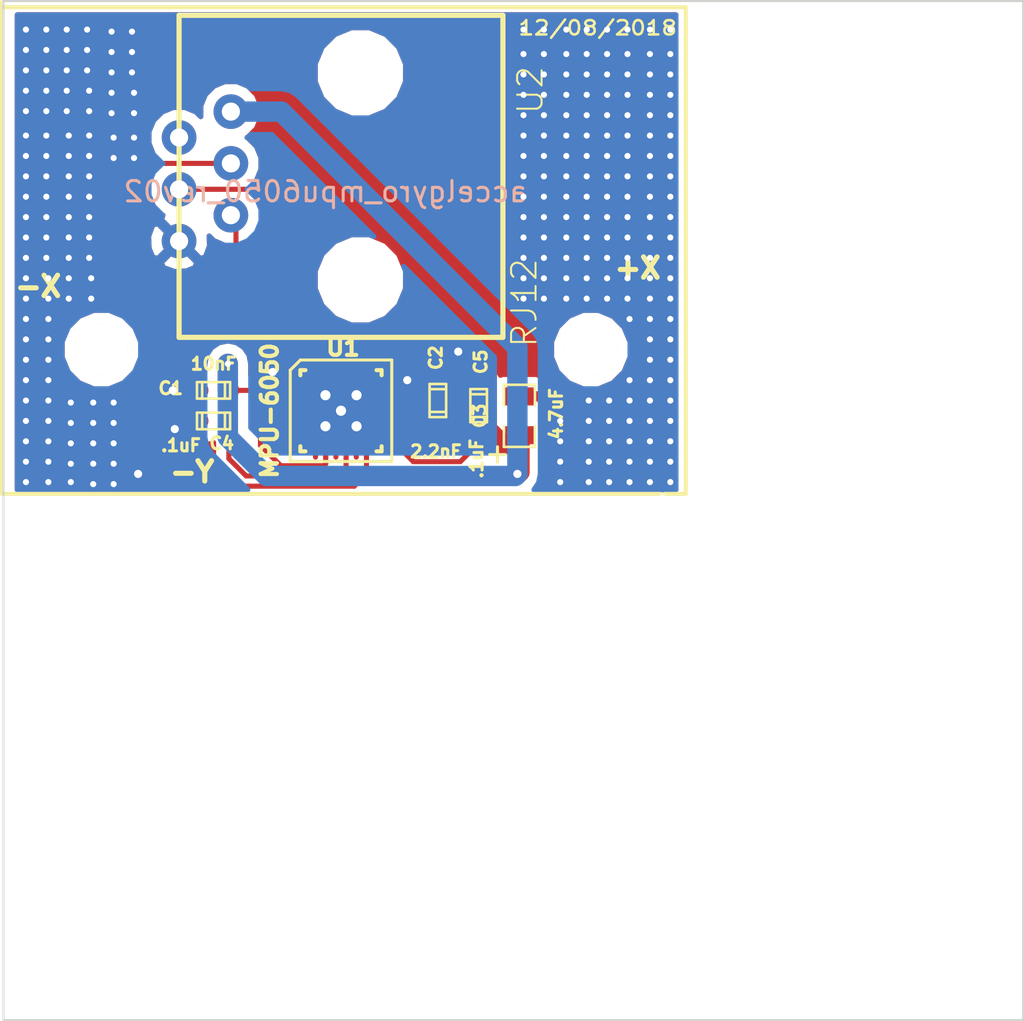
<source format=kicad_pcb>
(kicad_pcb (version 4) (host pcbnew 4.0.7-e2-6376~58~ubuntu16.04.1)

  (general
    (links 281)
    (no_connects 0)
    (area 135.027999 91.847999 185.250001 141.950001)
    (thickness 1.6)
    (drawings 15)
    (tracks 88)
    (zones 0)
    (modules 264)
    (nets 22)
  )

  (page A)
  (layers
    (0 F.Cu signal)
    (31 B.Cu signal)
    (32 B.Adhes user)
    (33 F.Adhes user)
    (34 B.Paste user)
    (35 F.Paste user)
    (36 B.SilkS user)
    (37 F.SilkS user)
    (38 B.Mask user)
    (39 F.Mask user)
    (40 Dwgs.User user)
    (41 Cmts.User user)
    (42 Eco1.User user)
    (43 Eco2.User user)
    (44 Edge.Cuts user)
  )

  (setup
    (last_trace_width 0.5)
    (user_trace_width 0.1)
    (user_trace_width 0.15)
    (user_trace_width 0.2)
    (user_trace_width 0.25)
    (user_trace_width 0.3)
    (user_trace_width 0.35)
    (user_trace_width 0.4)
    (user_trace_width 0.5)
    (user_trace_width 0.6)
    (user_trace_width 0.7)
    (user_trace_width 0.8)
    (user_trace_width 1)
    (trace_clearance 0.05)
    (zone_clearance 0.5)
    (zone_45_only no)
    (trace_min 0.1)
    (segment_width 0.2)
    (edge_width 0.1)
    (via_size 0.7)
    (via_drill 0.4)
    (via_min_size 0.7)
    (via_min_drill 0.4)
    (uvia_size 0.4)
    (uvia_drill 0.127)
    (uvias_allowed no)
    (uvia_min_size 0.4)
    (uvia_min_drill 0.127)
    (pcb_text_width 0.3)
    (pcb_text_size 1.5 1.5)
    (mod_edge_width 0.15)
    (mod_text_size 1 1)
    (mod_text_width 0.15)
    (pad_size 0.6 0.6)
    (pad_drill 0.3)
    (pad_to_mask_clearance 0)
    (aux_axis_origin 0 0)
    (visible_elements 7FFFFFFF)
    (pcbplotparams
      (layerselection 0x010fc_80000001)
      (usegerberextensions true)
      (excludeedgelayer true)
      (linewidth 0.150000)
      (plotframeref false)
      (viasonmask false)
      (mode 1)
      (useauxorigin false)
      (hpglpennumber 1)
      (hpglpenspeed 20)
      (hpglpendiameter 15)
      (hpglpenoverlay 2)
      (psnegative false)
      (psa4output false)
      (plotreference true)
      (plotvalue true)
      (plotinvisibletext false)
      (padsonsilk false)
      (subtractmaskfromsilk false)
      (outputformat 1)
      (mirror false)
      (drillshape 0)
      (scaleselection 1)
      (outputdirectory PCB/))
  )

  (net 0 "")
  (net 1 GND)
  (net 2 SCL)
  (net 3 SDA)
  (net 4 Vdd)
  (net 5 "Net-(C2-Pad1)")
  (net 6 "Net-(C4-Pad1)")
  (net 7 INT)
  (net 8 "Net-(U1-Pad2)")
  (net 9 "Net-(U1-Pad3)")
  (net 10 "Net-(U1-Pad4)")
  (net 11 "Net-(U1-Pad5)")
  (net 12 "Net-(U1-Pad6)")
  (net 13 "Net-(U1-Pad7)")
  (net 14 "Net-(U1-Pad14)")
  (net 15 "Net-(U1-Pad15)")
  (net 16 "Net-(U1-Pad16)")
  (net 17 "Net-(U1-Pad17)")
  (net 18 "Net-(U1-Pad19)")
  (net 19 "Net-(U1-Pad21)")
  (net 20 "Net-(U1-Pad22)")
  (net 21 "Net-(U2-Pad5)")

  (net_class Default "This is the default net class."
    (clearance 0.05)
    (trace_width 0.5)
    (via_dia 0.7)
    (via_drill 0.4)
    (uvia_dia 0.4)
    (uvia_drill 0.127)
    (add_net GND)
    (add_net INT)
    (add_net "Net-(C2-Pad1)")
    (add_net "Net-(C4-Pad1)")
    (add_net "Net-(U1-Pad14)")
    (add_net "Net-(U1-Pad15)")
    (add_net "Net-(U1-Pad16)")
    (add_net "Net-(U1-Pad17)")
    (add_net "Net-(U1-Pad19)")
    (add_net "Net-(U1-Pad2)")
    (add_net "Net-(U1-Pad21)")
    (add_net "Net-(U1-Pad22)")
    (add_net "Net-(U1-Pad3)")
    (add_net "Net-(U1-Pad4)")
    (add_net "Net-(U1-Pad5)")
    (add_net "Net-(U1-Pad6)")
    (add_net "Net-(U1-Pad7)")
    (add_net "Net-(U2-Pad5)")
    (add_net SCL)
    (add_net SDA)
    (add_net Vdd)
  )

  (module ted_connectors:TED_RJ12_Through_Hole (layer F.Cu) (tedit 5C0C4090) (tstamp 59225797)
    (at 151.75 100.5 90)
    (path /539B7C14)
    (fp_text reference U2 (at 4.234 9.286 90) (layer F.SilkS)
      (effects (font (size 1.2 1.2) (thickness 0.09906)))
    )
    (fp_text value RJ12 (at -6.21 8.99 90) (layer F.SilkS)
      (effects (font (size 1.2 1.2) (thickness 0.09906)))
    )
    (fp_line (start -7.9 -7.94) (end 7.9 -7.94) (layer F.SilkS) (width 0.254))
    (fp_line (start 7.9 -7.94) (end 7.9 7.94) (layer F.SilkS) (width 0.254))
    (fp_line (start 7.9 7.94) (end -7.9 7.94) (layer F.SilkS) (width 0.254))
    (fp_line (start -7.9 7.94) (end -7.9 -7.94) (layer F.SilkS) (width 0.254))
    (pad 1 thru_hole circle (at -3.175 -7.94 90) (size 1.7 1.7) (drill 0.89) (layers *.Cu *.Mask)
      (net 1 GND) (clearance 0.2))
    (pad 3 thru_hole circle (at -0.635 -7.94 90) (size 1.7 1.7) (drill 0.89) (layers *.Cu *.Mask)
      (net 2 SCL) (clearance 0.2))
    (pad 5 thru_hole circle (at 1.905 -7.94 90) (size 1.7 1.7) (drill 0.89) (layers *.Cu *.Mask)
      (net 21 "Net-(U2-Pad5)") (clearance 0.2))
    (pad 4 thru_hole circle (at 0.635 -5.4 90) (size 1.7 1.7) (drill 0.89) (layers *.Cu *.Mask)
      (net 7 INT) (clearance 0.2))
    (pad 6 thru_hole circle (at 3.175 -5.4 90) (size 1.7 1.7) (drill 0.89) (layers *.Cu *.Mask)
      (net 4 Vdd) (clearance 0.2))
    (pad 2 thru_hole circle (at -1.905 -5.4 90) (size 1.7 1.7) (drill 0.89) (layers *.Cu *.Mask)
      (net 3 SDA) (clearance 0.2))
    (pad "" np_thru_hole circle (at -5.08 0.95 90) (size 3.18 3.18) (drill 3.18) (layers *.Cu *.Mask))
    (pad "" np_thru_hole circle (at 5.08 0.95 90) (size 3.18 3.18) (drill 3.18) (layers *.Cu *.Mask))
  )

  (module ted_connectors:VIA-0.6mm (layer F.Cu) (tedit 57C7A46B) (tstamp 59225CA7)
    (at 162.8 93.3)
    (fp_text reference REF** (at 0 0.5) (layer F.SilkS) hide
      (effects (font (size 0.127 0.127) (thickness 0.001)))
    )
    (fp_text value VIA-0.6mm (at 0 -0.5) (layer F.Fab) hide
      (effects (font (size 0.127 0.127) (thickness 0.001)))
    )
    (pad 1 thru_hole circle (at 0 0) (size 0.6 0.6) (drill 0.3) (layers *.Cu)
      (net 1 GND) (zone_connect 2))
  )

  (module ted_connectors:VIA-0.6mm (layer F.Cu) (tedit 57C7A46B) (tstamp 59225CA3)
    (at 163.8 93.3)
    (fp_text reference REF** (at 0 0.5) (layer F.SilkS) hide
      (effects (font (size 0.127 0.127) (thickness 0.001)))
    )
    (fp_text value VIA-0.6mm (at 0 -0.5) (layer F.Fab) hide
      (effects (font (size 0.127 0.127) (thickness 0.001)))
    )
    (pad 1 thru_hole circle (at 0 0) (size 0.6 0.6) (drill 0.3) (layers *.Cu)
      (net 1 GND) (zone_connect 2))
  )

  (module ted_connectors:VIA-0.6mm (layer F.Cu) (tedit 57C7A46B) (tstamp 59225C9F)
    (at 162.8 94.5)
    (fp_text reference REF** (at 0 0.5) (layer F.SilkS) hide
      (effects (font (size 0.127 0.127) (thickness 0.001)))
    )
    (fp_text value VIA-0.6mm (at 0 -0.5) (layer F.Fab) hide
      (effects (font (size 0.127 0.127) (thickness 0.001)))
    )
    (pad 1 thru_hole circle (at 0 0) (size 0.6 0.6) (drill 0.3) (layers *.Cu)
      (net 1 GND) (zone_connect 2))
  )

  (module ted_connectors:VIA-0.6mm (layer F.Cu) (tedit 57C7A46B) (tstamp 59225C9B)
    (at 163.8 94.5)
    (fp_text reference REF** (at 0 0.5) (layer F.SilkS) hide
      (effects (font (size 0.127 0.127) (thickness 0.001)))
    )
    (fp_text value VIA-0.6mm (at 0 -0.5) (layer F.Fab) hide
      (effects (font (size 0.127 0.127) (thickness 0.001)))
    )
    (pad 1 thru_hole circle (at 0 0) (size 0.6 0.6) (drill 0.3) (layers *.Cu)
      (net 1 GND) (zone_connect 2))
  )

  (module ted_connectors:VIA-0.6mm (layer F.Cu) (tedit 57C7A46B) (tstamp 59225C97)
    (at 162.8 95.5)
    (fp_text reference REF** (at 0 0.5) (layer F.SilkS) hide
      (effects (font (size 0.127 0.127) (thickness 0.001)))
    )
    (fp_text value VIA-0.6mm (at 0 -0.5) (layer F.Fab) hide
      (effects (font (size 0.127 0.127) (thickness 0.001)))
    )
    (pad 1 thru_hole circle (at 0 0) (size 0.6 0.6) (drill 0.3) (layers *.Cu)
      (net 1 GND) (zone_connect 2))
  )

  (module ted_connectors:VIA-0.6mm (layer F.Cu) (tedit 57C7A46B) (tstamp 59225C93)
    (at 163.8 95.5)
    (fp_text reference REF** (at 0 0.5) (layer F.SilkS) hide
      (effects (font (size 0.127 0.127) (thickness 0.001)))
    )
    (fp_text value VIA-0.6mm (at 0 -0.5) (layer F.Fab) hide
      (effects (font (size 0.127 0.127) (thickness 0.001)))
    )
    (pad 1 thru_hole circle (at 0 0) (size 0.6 0.6) (drill 0.3) (layers *.Cu)
      (net 1 GND) (zone_connect 2))
  )

  (module ted_connectors:VIA-0.6mm (layer F.Cu) (tedit 57C7A46B) (tstamp 59225C8F)
    (at 162.8 96.5)
    (fp_text reference REF** (at 0 0.5) (layer F.SilkS) hide
      (effects (font (size 0.127 0.127) (thickness 0.001)))
    )
    (fp_text value VIA-0.6mm (at 0 -0.5) (layer F.Fab) hide
      (effects (font (size 0.127 0.127) (thickness 0.001)))
    )
    (pad 1 thru_hole circle (at 0 0) (size 0.6 0.6) (drill 0.3) (layers *.Cu)
      (net 1 GND) (zone_connect 2))
  )

  (module ted_connectors:VIA-0.6mm (layer F.Cu) (tedit 57C7A46B) (tstamp 59225C8B)
    (at 163.8 96.5)
    (fp_text reference REF** (at 0 0.5) (layer F.SilkS) hide
      (effects (font (size 0.127 0.127) (thickness 0.001)))
    )
    (fp_text value VIA-0.6mm (at 0 -0.5) (layer F.Fab) hide
      (effects (font (size 0.127 0.127) (thickness 0.001)))
    )
    (pad 1 thru_hole circle (at 0 0) (size 0.6 0.6) (drill 0.3) (layers *.Cu)
      (net 1 GND) (zone_connect 2))
  )

  (module ted_connectors:VIA-0.6mm (layer F.Cu) (tedit 57C7A46B) (tstamp 59225C87)
    (at 162.8 97.5)
    (fp_text reference REF** (at 0 0.5) (layer F.SilkS) hide
      (effects (font (size 0.127 0.127) (thickness 0.001)))
    )
    (fp_text value VIA-0.6mm (at 0 -0.5) (layer F.Fab) hide
      (effects (font (size 0.127 0.127) (thickness 0.001)))
    )
    (pad 1 thru_hole circle (at 0 0) (size 0.6 0.6) (drill 0.3) (layers *.Cu)
      (net 1 GND) (zone_connect 2))
  )

  (module ted_connectors:VIA-0.6mm (layer F.Cu) (tedit 57C7A46B) (tstamp 59225C83)
    (at 163.8 97.5)
    (fp_text reference REF** (at 0 0.5) (layer F.SilkS) hide
      (effects (font (size 0.127 0.127) (thickness 0.001)))
    )
    (fp_text value VIA-0.6mm (at 0 -0.5) (layer F.Fab) hide
      (effects (font (size 0.127 0.127) (thickness 0.001)))
    )
    (pad 1 thru_hole circle (at 0 0) (size 0.6 0.6) (drill 0.3) (layers *.Cu)
      (net 1 GND) (zone_connect 2))
  )

  (module ted_connectors:VIA-0.6mm (layer F.Cu) (tedit 57C7A46B) (tstamp 59225C7F)
    (at 162.8 98.5)
    (fp_text reference REF** (at 0 0.5) (layer F.SilkS) hide
      (effects (font (size 0.127 0.127) (thickness 0.001)))
    )
    (fp_text value VIA-0.6mm (at 0 -0.5) (layer F.Fab) hide
      (effects (font (size 0.127 0.127) (thickness 0.001)))
    )
    (pad 1 thru_hole circle (at 0 0) (size 0.6 0.6) (drill 0.3) (layers *.Cu)
      (net 1 GND) (zone_connect 2))
  )

  (module ted_connectors:VIA-0.6mm (layer F.Cu) (tedit 57C7A46B) (tstamp 59225C7B)
    (at 163.8 98.5)
    (fp_text reference REF** (at 0 0.5) (layer F.SilkS) hide
      (effects (font (size 0.127 0.127) (thickness 0.001)))
    )
    (fp_text value VIA-0.6mm (at 0 -0.5) (layer F.Fab) hide
      (effects (font (size 0.127 0.127) (thickness 0.001)))
    )
    (pad 1 thru_hole circle (at 0 0) (size 0.6 0.6) (drill 0.3) (layers *.Cu)
      (net 1 GND) (zone_connect 2))
  )

  (module ted_connectors:VIA-0.6mm (layer F.Cu) (tedit 57C7A46B) (tstamp 59225C77)
    (at 162.8 99.5)
    (fp_text reference REF** (at 0 0.5) (layer F.SilkS) hide
      (effects (font (size 0.127 0.127) (thickness 0.001)))
    )
    (fp_text value VIA-0.6mm (at 0 -0.5) (layer F.Fab) hide
      (effects (font (size 0.127 0.127) (thickness 0.001)))
    )
    (pad 1 thru_hole circle (at 0 0) (size 0.6 0.6) (drill 0.3) (layers *.Cu)
      (net 1 GND) (zone_connect 2))
  )

  (module ted_connectors:VIA-0.6mm (layer F.Cu) (tedit 57C7A46B) (tstamp 59225C73)
    (at 163.8 99.5)
    (fp_text reference REF** (at 0 0.5) (layer F.SilkS) hide
      (effects (font (size 0.127 0.127) (thickness 0.001)))
    )
    (fp_text value VIA-0.6mm (at 0 -0.5) (layer F.Fab) hide
      (effects (font (size 0.127 0.127) (thickness 0.001)))
    )
    (pad 1 thru_hole circle (at 0 0) (size 0.6 0.6) (drill 0.3) (layers *.Cu)
      (net 1 GND) (zone_connect 2))
  )

  (module ted_connectors:VIA-0.6mm (layer F.Cu) (tedit 57C7A46B) (tstamp 59225C6F)
    (at 162.8 100.5)
    (fp_text reference REF** (at 0 0.5) (layer F.SilkS) hide
      (effects (font (size 0.127 0.127) (thickness 0.001)))
    )
    (fp_text value VIA-0.6mm (at 0 -0.5) (layer F.Fab) hide
      (effects (font (size 0.127 0.127) (thickness 0.001)))
    )
    (pad 1 thru_hole circle (at 0 0) (size 0.6 0.6) (drill 0.3) (layers *.Cu)
      (net 1 GND) (zone_connect 2))
  )

  (module ted_connectors:VIA-0.6mm (layer F.Cu) (tedit 57C7A46B) (tstamp 59225C6B)
    (at 163.8 100.5)
    (fp_text reference REF** (at 0 0.5) (layer F.SilkS) hide
      (effects (font (size 0.127 0.127) (thickness 0.001)))
    )
    (fp_text value VIA-0.6mm (at 0 -0.5) (layer F.Fab) hide
      (effects (font (size 0.127 0.127) (thickness 0.001)))
    )
    (pad 1 thru_hole circle (at 0 0) (size 0.6 0.6) (drill 0.3) (layers *.Cu)
      (net 1 GND) (zone_connect 2))
  )

  (module ted_connectors:VIA-0.6mm (layer F.Cu) (tedit 57C7A46B) (tstamp 59225C67)
    (at 162.8 101.5)
    (fp_text reference REF** (at 0 0.5) (layer F.SilkS) hide
      (effects (font (size 0.127 0.127) (thickness 0.001)))
    )
    (fp_text value VIA-0.6mm (at 0 -0.5) (layer F.Fab) hide
      (effects (font (size 0.127 0.127) (thickness 0.001)))
    )
    (pad 1 thru_hole circle (at 0 0) (size 0.6 0.6) (drill 0.3) (layers *.Cu)
      (net 1 GND) (zone_connect 2))
  )

  (module ted_connectors:VIA-0.6mm (layer F.Cu) (tedit 57C7A46B) (tstamp 59225C63)
    (at 163.8 101.5)
    (fp_text reference REF** (at 0 0.5) (layer F.SilkS) hide
      (effects (font (size 0.127 0.127) (thickness 0.001)))
    )
    (fp_text value VIA-0.6mm (at 0 -0.5) (layer F.Fab) hide
      (effects (font (size 0.127 0.127) (thickness 0.001)))
    )
    (pad 1 thru_hole circle (at 0 0) (size 0.6 0.6) (drill 0.3) (layers *.Cu)
      (net 1 GND) (zone_connect 2))
  )

  (module ted_connectors:VIA-0.6mm (layer F.Cu) (tedit 57C7A46B) (tstamp 59225C5F)
    (at 162.8 102.5)
    (fp_text reference REF** (at 0 0.5) (layer F.SilkS) hide
      (effects (font (size 0.127 0.127) (thickness 0.001)))
    )
    (fp_text value VIA-0.6mm (at 0 -0.5) (layer F.Fab) hide
      (effects (font (size 0.127 0.127) (thickness 0.001)))
    )
    (pad 1 thru_hole circle (at 0 0) (size 0.6 0.6) (drill 0.3) (layers *.Cu)
      (net 1 GND) (zone_connect 2))
  )

  (module ted_connectors:VIA-0.6mm (layer F.Cu) (tedit 57C7A46B) (tstamp 59225C5B)
    (at 163.8 102.5)
    (fp_text reference REF** (at 0 0.5) (layer F.SilkS) hide
      (effects (font (size 0.127 0.127) (thickness 0.001)))
    )
    (fp_text value VIA-0.6mm (at 0 -0.5) (layer F.Fab) hide
      (effects (font (size 0.127 0.127) (thickness 0.001)))
    )
    (pad 1 thru_hole circle (at 0 0) (size 0.6 0.6) (drill 0.3) (layers *.Cu)
      (net 1 GND) (zone_connect 2))
  )

  (module ted_connectors:VIA-0.6mm (layer F.Cu) (tedit 57C7A46B) (tstamp 59225C57)
    (at 162.8 103.5)
    (fp_text reference REF** (at 0 0.5) (layer F.SilkS) hide
      (effects (font (size 0.127 0.127) (thickness 0.001)))
    )
    (fp_text value VIA-0.6mm (at 0 -0.5) (layer F.Fab) hide
      (effects (font (size 0.127 0.127) (thickness 0.001)))
    )
    (pad 1 thru_hole circle (at 0 0) (size 0.6 0.6) (drill 0.3) (layers *.Cu)
      (net 1 GND) (zone_connect 2))
  )

  (module ted_connectors:VIA-0.6mm (layer F.Cu) (tedit 57C7A46B) (tstamp 59225C53)
    (at 163.8 103.5)
    (fp_text reference REF** (at 0 0.5) (layer F.SilkS) hide
      (effects (font (size 0.127 0.127) (thickness 0.001)))
    )
    (fp_text value VIA-0.6mm (at 0 -0.5) (layer F.Fab) hide
      (effects (font (size 0.127 0.127) (thickness 0.001)))
    )
    (pad 1 thru_hole circle (at 0 0) (size 0.6 0.6) (drill 0.3) (layers *.Cu)
      (net 1 GND) (zone_connect 2))
  )

  (module ted_connectors:VIA-0.6mm (layer F.Cu) (tedit 57C7A46B) (tstamp 59225C4F)
    (at 162.8 104.5)
    (fp_text reference REF** (at 0 0.5) (layer F.SilkS) hide
      (effects (font (size 0.127 0.127) (thickness 0.001)))
    )
    (fp_text value VIA-0.6mm (at 0 -0.5) (layer F.Fab) hide
      (effects (font (size 0.127 0.127) (thickness 0.001)))
    )
    (pad 1 thru_hole circle (at 0 0) (size 0.6 0.6) (drill 0.3) (layers *.Cu)
      (net 1 GND) (zone_connect 2))
  )

  (module ted_connectors:VIA-0.6mm (layer F.Cu) (tedit 57C7A46B) (tstamp 59225C4B)
    (at 163.8 104.5)
    (fp_text reference REF** (at 0 0.5) (layer F.SilkS) hide
      (effects (font (size 0.127 0.127) (thickness 0.001)))
    )
    (fp_text value VIA-0.6mm (at 0 -0.5) (layer F.Fab) hide
      (effects (font (size 0.127 0.127) (thickness 0.001)))
    )
    (pad 1 thru_hole circle (at 0 0) (size 0.6 0.6) (drill 0.3) (layers *.Cu)
      (net 1 GND) (zone_connect 2))
  )

  (module ted_connectors:VIA-0.6mm (layer F.Cu) (tedit 57C7A46B) (tstamp 59225C47)
    (at 162.8 105.5)
    (fp_text reference REF** (at 0 0.5) (layer F.SilkS) hide
      (effects (font (size 0.127 0.127) (thickness 0.001)))
    )
    (fp_text value VIA-0.6mm (at 0 -0.5) (layer F.Fab) hide
      (effects (font (size 0.127 0.127) (thickness 0.001)))
    )
    (pad 1 thru_hole circle (at 0 0) (size 0.6 0.6) (drill 0.3) (layers *.Cu)
      (net 1 GND) (zone_connect 2))
  )

  (module ted_connectors:VIA-0.6mm (layer F.Cu) (tedit 57C7A46B) (tstamp 59225C43)
    (at 163.8 105.5)
    (fp_text reference REF** (at 0 0.5) (layer F.SilkS) hide
      (effects (font (size 0.127 0.127) (thickness 0.001)))
    )
    (fp_text value VIA-0.6mm (at 0 -0.5) (layer F.Fab) hide
      (effects (font (size 0.127 0.127) (thickness 0.001)))
    )
    (pad 1 thru_hole circle (at 0 0) (size 0.6 0.6) (drill 0.3) (layers *.Cu)
      (net 1 GND) (zone_connect 2))
  )

  (module ted_connectors:VIA-0.6mm (layer F.Cu) (tedit 57C7A46B) (tstamp 59225C3F)
    (at 162.8 106.5)
    (fp_text reference REF** (at 0 0.5) (layer F.SilkS) hide
      (effects (font (size 0.127 0.127) (thickness 0.001)))
    )
    (fp_text value VIA-0.6mm (at 0 -0.5) (layer F.Fab) hide
      (effects (font (size 0.127 0.127) (thickness 0.001)))
    )
    (pad 1 thru_hole circle (at 0 0) (size 0.6 0.6) (drill 0.3) (layers *.Cu)
      (net 1 GND) (zone_connect 2))
  )

  (module ted_connectors:VIA-0.6mm (layer F.Cu) (tedit 57C7A46B) (tstamp 59225C3B)
    (at 163.8 106.5)
    (fp_text reference REF** (at 0 0.5) (layer F.SilkS) hide
      (effects (font (size 0.127 0.127) (thickness 0.001)))
    )
    (fp_text value VIA-0.6mm (at 0 -0.5) (layer F.Fab) hide
      (effects (font (size 0.127 0.127) (thickness 0.001)))
    )
    (pad 1 thru_hole circle (at 0 0) (size 0.6 0.6) (drill 0.3) (layers *.Cu)
      (net 1 GND) (zone_connect 2))
  )

  (module ted_connectors:VIA-0.6mm (layer F.Cu) (tedit 57C7A46B) (tstamp 59225C37)
    (at 161.7 106.5)
    (fp_text reference REF** (at 0 0.5) (layer F.SilkS) hide
      (effects (font (size 0.127 0.127) (thickness 0.001)))
    )
    (fp_text value VIA-0.6mm (at 0 -0.5) (layer F.Fab) hide
      (effects (font (size 0.127 0.127) (thickness 0.001)))
    )
    (pad 1 thru_hole circle (at 0 0) (size 0.6 0.6) (drill 0.3) (layers *.Cu)
      (net 1 GND) (zone_connect 2))
  )

  (module ted_connectors:VIA-0.6mm (layer F.Cu) (tedit 57C7A46B) (tstamp 59225C33)
    (at 160.7 106.5)
    (fp_text reference REF** (at 0 0.5) (layer F.SilkS) hide
      (effects (font (size 0.127 0.127) (thickness 0.001)))
    )
    (fp_text value VIA-0.6mm (at 0 -0.5) (layer F.Fab) hide
      (effects (font (size 0.127 0.127) (thickness 0.001)))
    )
    (pad 1 thru_hole circle (at 0 0) (size 0.6 0.6) (drill 0.3) (layers *.Cu)
      (net 1 GND) (zone_connect 2))
  )

  (module ted_connectors:VIA-0.6mm (layer F.Cu) (tedit 57C7A46B) (tstamp 59225C2F)
    (at 161.7 105.5)
    (fp_text reference REF** (at 0 0.5) (layer F.SilkS) hide
      (effects (font (size 0.127 0.127) (thickness 0.001)))
    )
    (fp_text value VIA-0.6mm (at 0 -0.5) (layer F.Fab) hide
      (effects (font (size 0.127 0.127) (thickness 0.001)))
    )
    (pad 1 thru_hole circle (at 0 0) (size 0.6 0.6) (drill 0.3) (layers *.Cu)
      (net 1 GND) (zone_connect 2))
  )

  (module ted_connectors:VIA-0.6mm (layer F.Cu) (tedit 57C7A46B) (tstamp 59225C2B)
    (at 160.7 105.5)
    (fp_text reference REF** (at 0 0.5) (layer F.SilkS) hide
      (effects (font (size 0.127 0.127) (thickness 0.001)))
    )
    (fp_text value VIA-0.6mm (at 0 -0.5) (layer F.Fab) hide
      (effects (font (size 0.127 0.127) (thickness 0.001)))
    )
    (pad 1 thru_hole circle (at 0 0) (size 0.6 0.6) (drill 0.3) (layers *.Cu)
      (net 1 GND) (zone_connect 2))
  )

  (module ted_connectors:VIA-0.6mm (layer F.Cu) (tedit 57C7A46B) (tstamp 59225C27)
    (at 161.7 104.5)
    (fp_text reference REF** (at 0 0.5) (layer F.SilkS) hide
      (effects (font (size 0.127 0.127) (thickness 0.001)))
    )
    (fp_text value VIA-0.6mm (at 0 -0.5) (layer F.Fab) hide
      (effects (font (size 0.127 0.127) (thickness 0.001)))
    )
    (pad 1 thru_hole circle (at 0 0) (size 0.6 0.6) (drill 0.3) (layers *.Cu)
      (net 1 GND) (zone_connect 2))
  )

  (module ted_connectors:VIA-0.6mm (layer F.Cu) (tedit 57C7A46B) (tstamp 59225C23)
    (at 160.7 104.5)
    (fp_text reference REF** (at 0 0.5) (layer F.SilkS) hide
      (effects (font (size 0.127 0.127) (thickness 0.001)))
    )
    (fp_text value VIA-0.6mm (at 0 -0.5) (layer F.Fab) hide
      (effects (font (size 0.127 0.127) (thickness 0.001)))
    )
    (pad 1 thru_hole circle (at 0 0) (size 0.6 0.6) (drill 0.3) (layers *.Cu)
      (net 1 GND) (zone_connect 2))
  )

  (module ted_connectors:VIA-0.6mm (layer F.Cu) (tedit 57C7A46B) (tstamp 59225C1F)
    (at 161.7 103.5)
    (fp_text reference REF** (at 0 0.5) (layer F.SilkS) hide
      (effects (font (size 0.127 0.127) (thickness 0.001)))
    )
    (fp_text value VIA-0.6mm (at 0 -0.5) (layer F.Fab) hide
      (effects (font (size 0.127 0.127) (thickness 0.001)))
    )
    (pad 1 thru_hole circle (at 0 0) (size 0.6 0.6) (drill 0.3) (layers *.Cu)
      (net 1 GND) (zone_connect 2))
  )

  (module ted_connectors:VIA-0.6mm (layer F.Cu) (tedit 57C7A46B) (tstamp 59225C1B)
    (at 160.7 103.5)
    (fp_text reference REF** (at 0 0.5) (layer F.SilkS) hide
      (effects (font (size 0.127 0.127) (thickness 0.001)))
    )
    (fp_text value VIA-0.6mm (at 0 -0.5) (layer F.Fab) hide
      (effects (font (size 0.127 0.127) (thickness 0.001)))
    )
    (pad 1 thru_hole circle (at 0 0) (size 0.6 0.6) (drill 0.3) (layers *.Cu)
      (net 1 GND) (zone_connect 2))
  )

  (module ted_connectors:VIA-0.6mm (layer F.Cu) (tedit 57C7A46B) (tstamp 59225C17)
    (at 161.7 102.5)
    (fp_text reference REF** (at 0 0.5) (layer F.SilkS) hide
      (effects (font (size 0.127 0.127) (thickness 0.001)))
    )
    (fp_text value VIA-0.6mm (at 0 -0.5) (layer F.Fab) hide
      (effects (font (size 0.127 0.127) (thickness 0.001)))
    )
    (pad 1 thru_hole circle (at 0 0) (size 0.6 0.6) (drill 0.3) (layers *.Cu)
      (net 1 GND) (zone_connect 2))
  )

  (module ted_connectors:VIA-0.6mm (layer F.Cu) (tedit 57C7A46B) (tstamp 59225C13)
    (at 160.7 102.5)
    (fp_text reference REF** (at 0 0.5) (layer F.SilkS) hide
      (effects (font (size 0.127 0.127) (thickness 0.001)))
    )
    (fp_text value VIA-0.6mm (at 0 -0.5) (layer F.Fab) hide
      (effects (font (size 0.127 0.127) (thickness 0.001)))
    )
    (pad 1 thru_hole circle (at 0 0) (size 0.6 0.6) (drill 0.3) (layers *.Cu)
      (net 1 GND) (zone_connect 2))
  )

  (module ted_connectors:VIA-0.6mm (layer F.Cu) (tedit 57C7A46B) (tstamp 59225C0F)
    (at 161.7 101.5)
    (fp_text reference REF** (at 0 0.5) (layer F.SilkS) hide
      (effects (font (size 0.127 0.127) (thickness 0.001)))
    )
    (fp_text value VIA-0.6mm (at 0 -0.5) (layer F.Fab) hide
      (effects (font (size 0.127 0.127) (thickness 0.001)))
    )
    (pad 1 thru_hole circle (at 0 0) (size 0.6 0.6) (drill 0.3) (layers *.Cu)
      (net 1 GND) (zone_connect 2))
  )

  (module ted_connectors:VIA-0.6mm (layer F.Cu) (tedit 57C7A46B) (tstamp 59225C0B)
    (at 160.7 101.5)
    (fp_text reference REF** (at 0 0.5) (layer F.SilkS) hide
      (effects (font (size 0.127 0.127) (thickness 0.001)))
    )
    (fp_text value VIA-0.6mm (at 0 -0.5) (layer F.Fab) hide
      (effects (font (size 0.127 0.127) (thickness 0.001)))
    )
    (pad 1 thru_hole circle (at 0 0) (size 0.6 0.6) (drill 0.3) (layers *.Cu)
      (net 1 GND) (zone_connect 2))
  )

  (module ted_connectors:VIA-0.6mm (layer F.Cu) (tedit 57C7A46B) (tstamp 59225C07)
    (at 161.7 100.5)
    (fp_text reference REF** (at 0 0.5) (layer F.SilkS) hide
      (effects (font (size 0.127 0.127) (thickness 0.001)))
    )
    (fp_text value VIA-0.6mm (at 0 -0.5) (layer F.Fab) hide
      (effects (font (size 0.127 0.127) (thickness 0.001)))
    )
    (pad 1 thru_hole circle (at 0 0) (size 0.6 0.6) (drill 0.3) (layers *.Cu)
      (net 1 GND) (zone_connect 2))
  )

  (module ted_connectors:VIA-0.6mm (layer F.Cu) (tedit 57C7A46B) (tstamp 59225C03)
    (at 160.7 100.5)
    (fp_text reference REF** (at 0 0.5) (layer F.SilkS) hide
      (effects (font (size 0.127 0.127) (thickness 0.001)))
    )
    (fp_text value VIA-0.6mm (at 0 -0.5) (layer F.Fab) hide
      (effects (font (size 0.127 0.127) (thickness 0.001)))
    )
    (pad 1 thru_hole circle (at 0 0) (size 0.6 0.6) (drill 0.3) (layers *.Cu)
      (net 1 GND) (zone_connect 2))
  )

  (module ted_connectors:VIA-0.6mm (layer F.Cu) (tedit 57C7A46B) (tstamp 59225BFF)
    (at 161.7 99.5)
    (fp_text reference REF** (at 0 0.5) (layer F.SilkS) hide
      (effects (font (size 0.127 0.127) (thickness 0.001)))
    )
    (fp_text value VIA-0.6mm (at 0 -0.5) (layer F.Fab) hide
      (effects (font (size 0.127 0.127) (thickness 0.001)))
    )
    (pad 1 thru_hole circle (at 0 0) (size 0.6 0.6) (drill 0.3) (layers *.Cu)
      (net 1 GND) (zone_connect 2))
  )

  (module ted_connectors:VIA-0.6mm (layer F.Cu) (tedit 57C7A46B) (tstamp 59225BFB)
    (at 160.7 99.5)
    (fp_text reference REF** (at 0 0.5) (layer F.SilkS) hide
      (effects (font (size 0.127 0.127) (thickness 0.001)))
    )
    (fp_text value VIA-0.6mm (at 0 -0.5) (layer F.Fab) hide
      (effects (font (size 0.127 0.127) (thickness 0.001)))
    )
    (pad 1 thru_hole circle (at 0 0) (size 0.6 0.6) (drill 0.3) (layers *.Cu)
      (net 1 GND) (zone_connect 2))
  )

  (module ted_connectors:VIA-0.6mm (layer F.Cu) (tedit 57C7A46B) (tstamp 59225BF7)
    (at 161.7 98.5)
    (fp_text reference REF** (at 0 0.5) (layer F.SilkS) hide
      (effects (font (size 0.127 0.127) (thickness 0.001)))
    )
    (fp_text value VIA-0.6mm (at 0 -0.5) (layer F.Fab) hide
      (effects (font (size 0.127 0.127) (thickness 0.001)))
    )
    (pad 1 thru_hole circle (at 0 0) (size 0.6 0.6) (drill 0.3) (layers *.Cu)
      (net 1 GND) (zone_connect 2))
  )

  (module ted_connectors:VIA-0.6mm (layer F.Cu) (tedit 57C7A46B) (tstamp 59225BF3)
    (at 160.7 98.5)
    (fp_text reference REF** (at 0 0.5) (layer F.SilkS) hide
      (effects (font (size 0.127 0.127) (thickness 0.001)))
    )
    (fp_text value VIA-0.6mm (at 0 -0.5) (layer F.Fab) hide
      (effects (font (size 0.127 0.127) (thickness 0.001)))
    )
    (pad 1 thru_hole circle (at 0 0) (size 0.6 0.6) (drill 0.3) (layers *.Cu)
      (net 1 GND) (zone_connect 2))
  )

  (module ted_connectors:VIA-0.6mm (layer F.Cu) (tedit 57C7A46B) (tstamp 59225BEF)
    (at 161.7 97.5)
    (fp_text reference REF** (at 0 0.5) (layer F.SilkS) hide
      (effects (font (size 0.127 0.127) (thickness 0.001)))
    )
    (fp_text value VIA-0.6mm (at 0 -0.5) (layer F.Fab) hide
      (effects (font (size 0.127 0.127) (thickness 0.001)))
    )
    (pad 1 thru_hole circle (at 0 0) (size 0.6 0.6) (drill 0.3) (layers *.Cu)
      (net 1 GND) (zone_connect 2))
  )

  (module ted_connectors:VIA-0.6mm (layer F.Cu) (tedit 57C7A46B) (tstamp 59225BEB)
    (at 160.7 97.5)
    (fp_text reference REF** (at 0 0.5) (layer F.SilkS) hide
      (effects (font (size 0.127 0.127) (thickness 0.001)))
    )
    (fp_text value VIA-0.6mm (at 0 -0.5) (layer F.Fab) hide
      (effects (font (size 0.127 0.127) (thickness 0.001)))
    )
    (pad 1 thru_hole circle (at 0 0) (size 0.6 0.6) (drill 0.3) (layers *.Cu)
      (net 1 GND) (zone_connect 2))
  )

  (module ted_connectors:VIA-0.6mm (layer F.Cu) (tedit 57C7A46B) (tstamp 59225BE7)
    (at 161.7 96.5)
    (fp_text reference REF** (at 0 0.5) (layer F.SilkS) hide
      (effects (font (size 0.127 0.127) (thickness 0.001)))
    )
    (fp_text value VIA-0.6mm (at 0 -0.5) (layer F.Fab) hide
      (effects (font (size 0.127 0.127) (thickness 0.001)))
    )
    (pad 1 thru_hole circle (at 0 0) (size 0.6 0.6) (drill 0.3) (layers *.Cu)
      (net 1 GND) (zone_connect 2))
  )

  (module ted_connectors:VIA-0.6mm (layer F.Cu) (tedit 57C7A46B) (tstamp 59225BE3)
    (at 160.7 96.5)
    (fp_text reference REF** (at 0 0.5) (layer F.SilkS) hide
      (effects (font (size 0.127 0.127) (thickness 0.001)))
    )
    (fp_text value VIA-0.6mm (at 0 -0.5) (layer F.Fab) hide
      (effects (font (size 0.127 0.127) (thickness 0.001)))
    )
    (pad 1 thru_hole circle (at 0 0) (size 0.6 0.6) (drill 0.3) (layers *.Cu)
      (net 1 GND) (zone_connect 2))
  )

  (module ted_connectors:VIA-0.6mm (layer F.Cu) (tedit 57C7A46B) (tstamp 59225BDF)
    (at 161.7 95.5)
    (fp_text reference REF** (at 0 0.5) (layer F.SilkS) hide
      (effects (font (size 0.127 0.127) (thickness 0.001)))
    )
    (fp_text value VIA-0.6mm (at 0 -0.5) (layer F.Fab) hide
      (effects (font (size 0.127 0.127) (thickness 0.001)))
    )
    (pad 1 thru_hole circle (at 0 0) (size 0.6 0.6) (drill 0.3) (layers *.Cu)
      (net 1 GND) (zone_connect 2))
  )

  (module ted_connectors:VIA-0.6mm (layer F.Cu) (tedit 57C7A46B) (tstamp 59225BDB)
    (at 160.7 95.5)
    (fp_text reference REF** (at 0 0.5) (layer F.SilkS) hide
      (effects (font (size 0.127 0.127) (thickness 0.001)))
    )
    (fp_text value VIA-0.6mm (at 0 -0.5) (layer F.Fab) hide
      (effects (font (size 0.127 0.127) (thickness 0.001)))
    )
    (pad 1 thru_hole circle (at 0 0) (size 0.6 0.6) (drill 0.3) (layers *.Cu)
      (net 1 GND) (zone_connect 2))
  )

  (module ted_connectors:VIA-0.6mm (layer F.Cu) (tedit 57C7A46B) (tstamp 59225BD7)
    (at 161.7 94.5)
    (fp_text reference REF** (at 0 0.5) (layer F.SilkS) hide
      (effects (font (size 0.127 0.127) (thickness 0.001)))
    )
    (fp_text value VIA-0.6mm (at 0 -0.5) (layer F.Fab) hide
      (effects (font (size 0.127 0.127) (thickness 0.001)))
    )
    (pad 1 thru_hole circle (at 0 0) (size 0.6 0.6) (drill 0.3) (layers *.Cu)
      (net 1 GND) (zone_connect 2))
  )

  (module ted_connectors:VIA-0.6mm (layer F.Cu) (tedit 57C7A46B) (tstamp 59225BD3)
    (at 160.7 94.5)
    (fp_text reference REF** (at 0 0.5) (layer F.SilkS) hide
      (effects (font (size 0.127 0.127) (thickness 0.001)))
    )
    (fp_text value VIA-0.6mm (at 0 -0.5) (layer F.Fab) hide
      (effects (font (size 0.127 0.127) (thickness 0.001)))
    )
    (pad 1 thru_hole circle (at 0 0) (size 0.6 0.6) (drill 0.3) (layers *.Cu)
      (net 1 GND) (zone_connect 2))
  )

  (module ted_connectors:VIA-0.6mm (layer F.Cu) (tedit 57C7A46B) (tstamp 59225BCF)
    (at 161.7 93.3)
    (fp_text reference REF** (at 0 0.5) (layer F.SilkS) hide
      (effects (font (size 0.127 0.127) (thickness 0.001)))
    )
    (fp_text value VIA-0.6mm (at 0 -0.5) (layer F.Fab) hide
      (effects (font (size 0.127 0.127) (thickness 0.001)))
    )
    (pad 1 thru_hole circle (at 0 0) (size 0.6 0.6) (drill 0.3) (layers *.Cu)
      (net 1 GND) (zone_connect 2))
  )

  (module ted_connectors:VIA-0.6mm (layer F.Cu) (tedit 57C7A46B) (tstamp 59225BCB)
    (at 160.7 93.3)
    (fp_text reference REF** (at 0 0.5) (layer F.SilkS) hide
      (effects (font (size 0.127 0.127) (thickness 0.001)))
    )
    (fp_text value VIA-0.6mm (at 0 -0.5) (layer F.Fab) hide
      (effects (font (size 0.127 0.127) (thickness 0.001)))
    )
    (pad 1 thru_hole circle (at 0 0) (size 0.6 0.6) (drill 0.3) (layers *.Cu)
      (net 1 GND) (zone_connect 2))
  )

  (module ted_connectors:VIA-0.6mm (layer F.Cu) (tedit 57C7A46B) (tstamp 59225BC5)
    (at 164.8 93.3)
    (fp_text reference REF** (at 0 0.5) (layer F.SilkS) hide
      (effects (font (size 0.127 0.127) (thickness 0.001)))
    )
    (fp_text value VIA-0.6mm (at 0 -0.5) (layer F.Fab) hide
      (effects (font (size 0.127 0.127) (thickness 0.001)))
    )
    (pad 1 thru_hole circle (at 0 0) (size 0.6 0.6) (drill 0.3) (layers *.Cu)
      (net 1 GND) (zone_connect 2))
  )

  (module ted_connectors:VIA-0.6mm (layer F.Cu) (tedit 57C7A46B) (tstamp 59225BC1)
    (at 165.8 93.3)
    (fp_text reference REF** (at 0 0.5) (layer F.SilkS) hide
      (effects (font (size 0.127 0.127) (thickness 0.001)))
    )
    (fp_text value VIA-0.6mm (at 0 -0.5) (layer F.Fab) hide
      (effects (font (size 0.127 0.127) (thickness 0.001)))
    )
    (pad 1 thru_hole circle (at 0 0) (size 0.6 0.6) (drill 0.3) (layers *.Cu)
      (net 1 GND) (zone_connect 2))
  )

  (module ted_connectors:VIA-0.6mm (layer F.Cu) (tedit 57C7A46B) (tstamp 59225BBD)
    (at 164.8 94.5)
    (fp_text reference REF** (at 0 0.5) (layer F.SilkS) hide
      (effects (font (size 0.127 0.127) (thickness 0.001)))
    )
    (fp_text value VIA-0.6mm (at 0 -0.5) (layer F.Fab) hide
      (effects (font (size 0.127 0.127) (thickness 0.001)))
    )
    (pad 1 thru_hole circle (at 0 0) (size 0.6 0.6) (drill 0.3) (layers *.Cu)
      (net 1 GND) (zone_connect 2))
  )

  (module ted_connectors:VIA-0.6mm (layer F.Cu) (tedit 57C7A46B) (tstamp 59225BB9)
    (at 165.8 94.5)
    (fp_text reference REF** (at 0 0.5) (layer F.SilkS) hide
      (effects (font (size 0.127 0.127) (thickness 0.001)))
    )
    (fp_text value VIA-0.6mm (at 0 -0.5) (layer F.Fab) hide
      (effects (font (size 0.127 0.127) (thickness 0.001)))
    )
    (pad 1 thru_hole circle (at 0 0) (size 0.6 0.6) (drill 0.3) (layers *.Cu)
      (net 1 GND) (zone_connect 2))
  )

  (module ted_connectors:VIA-0.6mm (layer F.Cu) (tedit 57C7A46B) (tstamp 59225BB5)
    (at 164.8 95.5)
    (fp_text reference REF** (at 0 0.5) (layer F.SilkS) hide
      (effects (font (size 0.127 0.127) (thickness 0.001)))
    )
    (fp_text value VIA-0.6mm (at 0 -0.5) (layer F.Fab) hide
      (effects (font (size 0.127 0.127) (thickness 0.001)))
    )
    (pad 1 thru_hole circle (at 0 0) (size 0.6 0.6) (drill 0.3) (layers *.Cu)
      (net 1 GND) (zone_connect 2))
  )

  (module ted_connectors:VIA-0.6mm (layer F.Cu) (tedit 57C7A46B) (tstamp 59225BB1)
    (at 165.8 95.5)
    (fp_text reference REF** (at 0 0.5) (layer F.SilkS) hide
      (effects (font (size 0.127 0.127) (thickness 0.001)))
    )
    (fp_text value VIA-0.6mm (at 0 -0.5) (layer F.Fab) hide
      (effects (font (size 0.127 0.127) (thickness 0.001)))
    )
    (pad 1 thru_hole circle (at 0 0) (size 0.6 0.6) (drill 0.3) (layers *.Cu)
      (net 1 GND) (zone_connect 2))
  )

  (module ted_connectors:VIA-0.6mm (layer F.Cu) (tedit 57C7A46B) (tstamp 59225BAD)
    (at 164.8 96.5)
    (fp_text reference REF** (at 0 0.5) (layer F.SilkS) hide
      (effects (font (size 0.127 0.127) (thickness 0.001)))
    )
    (fp_text value VIA-0.6mm (at 0 -0.5) (layer F.Fab) hide
      (effects (font (size 0.127 0.127) (thickness 0.001)))
    )
    (pad 1 thru_hole circle (at 0 0) (size 0.6 0.6) (drill 0.3) (layers *.Cu)
      (net 1 GND) (zone_connect 2))
  )

  (module ted_connectors:VIA-0.6mm (layer F.Cu) (tedit 57C7A46B) (tstamp 59225BA9)
    (at 165.8 96.5)
    (fp_text reference REF** (at 0 0.5) (layer F.SilkS) hide
      (effects (font (size 0.127 0.127) (thickness 0.001)))
    )
    (fp_text value VIA-0.6mm (at 0 -0.5) (layer F.Fab) hide
      (effects (font (size 0.127 0.127) (thickness 0.001)))
    )
    (pad 1 thru_hole circle (at 0 0) (size 0.6 0.6) (drill 0.3) (layers *.Cu)
      (net 1 GND) (zone_connect 2))
  )

  (module ted_connectors:VIA-0.6mm (layer F.Cu) (tedit 57C7A46B) (tstamp 59225BA5)
    (at 164.8 97.5)
    (fp_text reference REF** (at 0 0.5) (layer F.SilkS) hide
      (effects (font (size 0.127 0.127) (thickness 0.001)))
    )
    (fp_text value VIA-0.6mm (at 0 -0.5) (layer F.Fab) hide
      (effects (font (size 0.127 0.127) (thickness 0.001)))
    )
    (pad 1 thru_hole circle (at 0 0) (size 0.6 0.6) (drill 0.3) (layers *.Cu)
      (net 1 GND) (zone_connect 2))
  )

  (module ted_connectors:VIA-0.6mm (layer F.Cu) (tedit 57C7A46B) (tstamp 59225BA1)
    (at 165.8 97.5)
    (fp_text reference REF** (at 0 0.5) (layer F.SilkS) hide
      (effects (font (size 0.127 0.127) (thickness 0.001)))
    )
    (fp_text value VIA-0.6mm (at 0 -0.5) (layer F.Fab) hide
      (effects (font (size 0.127 0.127) (thickness 0.001)))
    )
    (pad 1 thru_hole circle (at 0 0) (size 0.6 0.6) (drill 0.3) (layers *.Cu)
      (net 1 GND) (zone_connect 2))
  )

  (module ted_connectors:VIA-0.6mm (layer F.Cu) (tedit 57C7A46B) (tstamp 59225B9D)
    (at 164.8 98.5)
    (fp_text reference REF** (at 0 0.5) (layer F.SilkS) hide
      (effects (font (size 0.127 0.127) (thickness 0.001)))
    )
    (fp_text value VIA-0.6mm (at 0 -0.5) (layer F.Fab) hide
      (effects (font (size 0.127 0.127) (thickness 0.001)))
    )
    (pad 1 thru_hole circle (at 0 0) (size 0.6 0.6) (drill 0.3) (layers *.Cu)
      (net 1 GND) (zone_connect 2))
  )

  (module ted_connectors:VIA-0.6mm (layer F.Cu) (tedit 57C7A46B) (tstamp 59225B99)
    (at 165.8 98.5)
    (fp_text reference REF** (at 0 0.5) (layer F.SilkS) hide
      (effects (font (size 0.127 0.127) (thickness 0.001)))
    )
    (fp_text value VIA-0.6mm (at 0 -0.5) (layer F.Fab) hide
      (effects (font (size 0.127 0.127) (thickness 0.001)))
    )
    (pad 1 thru_hole circle (at 0 0) (size 0.6 0.6) (drill 0.3) (layers *.Cu)
      (net 1 GND) (zone_connect 2))
  )

  (module ted_connectors:VIA-0.6mm (layer F.Cu) (tedit 57C7A46B) (tstamp 59225B95)
    (at 164.8 99.5)
    (fp_text reference REF** (at 0 0.5) (layer F.SilkS) hide
      (effects (font (size 0.127 0.127) (thickness 0.001)))
    )
    (fp_text value VIA-0.6mm (at 0 -0.5) (layer F.Fab) hide
      (effects (font (size 0.127 0.127) (thickness 0.001)))
    )
    (pad 1 thru_hole circle (at 0 0) (size 0.6 0.6) (drill 0.3) (layers *.Cu)
      (net 1 GND) (zone_connect 2))
  )

  (module ted_connectors:VIA-0.6mm (layer F.Cu) (tedit 57C7A46B) (tstamp 59225B91)
    (at 165.8 99.5)
    (fp_text reference REF** (at 0 0.5) (layer F.SilkS) hide
      (effects (font (size 0.127 0.127) (thickness 0.001)))
    )
    (fp_text value VIA-0.6mm (at 0 -0.5) (layer F.Fab) hide
      (effects (font (size 0.127 0.127) (thickness 0.001)))
    )
    (pad 1 thru_hole circle (at 0 0) (size 0.6 0.6) (drill 0.3) (layers *.Cu)
      (net 1 GND) (zone_connect 2))
  )

  (module ted_connectors:VIA-0.6mm (layer F.Cu) (tedit 57C7A46B) (tstamp 59225B8D)
    (at 164.8 100.5)
    (fp_text reference REF** (at 0 0.5) (layer F.SilkS) hide
      (effects (font (size 0.127 0.127) (thickness 0.001)))
    )
    (fp_text value VIA-0.6mm (at 0 -0.5) (layer F.Fab) hide
      (effects (font (size 0.127 0.127) (thickness 0.001)))
    )
    (pad 1 thru_hole circle (at 0 0) (size 0.6 0.6) (drill 0.3) (layers *.Cu)
      (net 1 GND) (zone_connect 2))
  )

  (module ted_connectors:VIA-0.6mm (layer F.Cu) (tedit 57C7A46B) (tstamp 59225B89)
    (at 165.8 100.5)
    (fp_text reference REF** (at 0 0.5) (layer F.SilkS) hide
      (effects (font (size 0.127 0.127) (thickness 0.001)))
    )
    (fp_text value VIA-0.6mm (at 0 -0.5) (layer F.Fab) hide
      (effects (font (size 0.127 0.127) (thickness 0.001)))
    )
    (pad 1 thru_hole circle (at 0 0) (size 0.6 0.6) (drill 0.3) (layers *.Cu)
      (net 1 GND) (zone_connect 2))
  )

  (module ted_connectors:VIA-0.6mm (layer F.Cu) (tedit 57C7A46B) (tstamp 59225B85)
    (at 164.8 101.5)
    (fp_text reference REF** (at 0 0.5) (layer F.SilkS) hide
      (effects (font (size 0.127 0.127) (thickness 0.001)))
    )
    (fp_text value VIA-0.6mm (at 0 -0.5) (layer F.Fab) hide
      (effects (font (size 0.127 0.127) (thickness 0.001)))
    )
    (pad 1 thru_hole circle (at 0 0) (size 0.6 0.6) (drill 0.3) (layers *.Cu)
      (net 1 GND) (zone_connect 2))
  )

  (module ted_connectors:VIA-0.6mm (layer F.Cu) (tedit 57C7A46B) (tstamp 59225B81)
    (at 165.8 101.5)
    (fp_text reference REF** (at 0 0.5) (layer F.SilkS) hide
      (effects (font (size 0.127 0.127) (thickness 0.001)))
    )
    (fp_text value VIA-0.6mm (at 0 -0.5) (layer F.Fab) hide
      (effects (font (size 0.127 0.127) (thickness 0.001)))
    )
    (pad 1 thru_hole circle (at 0 0) (size 0.6 0.6) (drill 0.3) (layers *.Cu)
      (net 1 GND) (zone_connect 2))
  )

  (module ted_connectors:VIA-0.6mm (layer F.Cu) (tedit 57C7A46B) (tstamp 59225B7D)
    (at 164.8 102.5)
    (fp_text reference REF** (at 0 0.5) (layer F.SilkS) hide
      (effects (font (size 0.127 0.127) (thickness 0.001)))
    )
    (fp_text value VIA-0.6mm (at 0 -0.5) (layer F.Fab) hide
      (effects (font (size 0.127 0.127) (thickness 0.001)))
    )
    (pad 1 thru_hole circle (at 0 0) (size 0.6 0.6) (drill 0.3) (layers *.Cu)
      (net 1 GND) (zone_connect 2))
  )

  (module ted_connectors:VIA-0.6mm (layer F.Cu) (tedit 57C7A46B) (tstamp 59225B79)
    (at 165.8 102.5)
    (fp_text reference REF** (at 0 0.5) (layer F.SilkS) hide
      (effects (font (size 0.127 0.127) (thickness 0.001)))
    )
    (fp_text value VIA-0.6mm (at 0 -0.5) (layer F.Fab) hide
      (effects (font (size 0.127 0.127) (thickness 0.001)))
    )
    (pad 1 thru_hole circle (at 0 0) (size 0.6 0.6) (drill 0.3) (layers *.Cu)
      (net 1 GND) (zone_connect 2))
  )

  (module ted_connectors:VIA-0.6mm (layer F.Cu) (tedit 57C7A46B) (tstamp 59225B75)
    (at 164.8 103.5)
    (fp_text reference REF** (at 0 0.5) (layer F.SilkS) hide
      (effects (font (size 0.127 0.127) (thickness 0.001)))
    )
    (fp_text value VIA-0.6mm (at 0 -0.5) (layer F.Fab) hide
      (effects (font (size 0.127 0.127) (thickness 0.001)))
    )
    (pad 1 thru_hole circle (at 0 0) (size 0.6 0.6) (drill 0.3) (layers *.Cu)
      (net 1 GND) (zone_connect 2))
  )

  (module ted_connectors:VIA-0.6mm (layer F.Cu) (tedit 57C7A46B) (tstamp 59225B71)
    (at 165.8 103.5)
    (fp_text reference REF** (at 0 0.5) (layer F.SilkS) hide
      (effects (font (size 0.127 0.127) (thickness 0.001)))
    )
    (fp_text value VIA-0.6mm (at 0 -0.5) (layer F.Fab) hide
      (effects (font (size 0.127 0.127) (thickness 0.001)))
    )
    (pad 1 thru_hole circle (at 0 0) (size 0.6 0.6) (drill 0.3) (layers *.Cu)
      (net 1 GND) (zone_connect 2))
  )

  (module ted_connectors:VIA-0.6mm (layer F.Cu) (tedit 57C7A46B) (tstamp 59225B6D)
    (at 164.8 104.5)
    (fp_text reference REF** (at 0 0.5) (layer F.SilkS) hide
      (effects (font (size 0.127 0.127) (thickness 0.001)))
    )
    (fp_text value VIA-0.6mm (at 0 -0.5) (layer F.Fab) hide
      (effects (font (size 0.127 0.127) (thickness 0.001)))
    )
    (pad 1 thru_hole circle (at 0 0) (size 0.6 0.6) (drill 0.3) (layers *.Cu)
      (net 1 GND) (zone_connect 2))
  )

  (module ted_connectors:VIA-0.6mm (layer F.Cu) (tedit 57C7A46B) (tstamp 59225B69)
    (at 165.8 104.5)
    (fp_text reference REF** (at 0 0.5) (layer F.SilkS) hide
      (effects (font (size 0.127 0.127) (thickness 0.001)))
    )
    (fp_text value VIA-0.6mm (at 0 -0.5) (layer F.Fab) hide
      (effects (font (size 0.127 0.127) (thickness 0.001)))
    )
    (pad 1 thru_hole circle (at 0 0) (size 0.6 0.6) (drill 0.3) (layers *.Cu)
      (net 1 GND) (zone_connect 2))
  )

  (module ted_connectors:VIA-0.6mm (layer F.Cu) (tedit 57C7A46B) (tstamp 59225B65)
    (at 164.8 105.5)
    (fp_text reference REF** (at 0 0.5) (layer F.SilkS) hide
      (effects (font (size 0.127 0.127) (thickness 0.001)))
    )
    (fp_text value VIA-0.6mm (at 0 -0.5) (layer F.Fab) hide
      (effects (font (size 0.127 0.127) (thickness 0.001)))
    )
    (pad 1 thru_hole circle (at 0 0) (size 0.6 0.6) (drill 0.3) (layers *.Cu)
      (net 1 GND) (zone_connect 2))
  )

  (module ted_connectors:VIA-0.6mm (layer F.Cu) (tedit 57C7A46B) (tstamp 59225B61)
    (at 165.8 105.5)
    (fp_text reference REF** (at 0 0.5) (layer F.SilkS) hide
      (effects (font (size 0.127 0.127) (thickness 0.001)))
    )
    (fp_text value VIA-0.6mm (at 0 -0.5) (layer F.Fab) hide
      (effects (font (size 0.127 0.127) (thickness 0.001)))
    )
    (pad 1 thru_hole circle (at 0 0) (size 0.6 0.6) (drill 0.3) (layers *.Cu)
      (net 1 GND) (zone_connect 2))
  )

  (module ted_connectors:VIA-0.6mm (layer F.Cu) (tedit 57C7A46B) (tstamp 59225B5D)
    (at 164.8 106.5)
    (fp_text reference REF** (at 0 0.5) (layer F.SilkS) hide
      (effects (font (size 0.127 0.127) (thickness 0.001)))
    )
    (fp_text value VIA-0.6mm (at 0 -0.5) (layer F.Fab) hide
      (effects (font (size 0.127 0.127) (thickness 0.001)))
    )
    (pad 1 thru_hole circle (at 0 0) (size 0.6 0.6) (drill 0.3) (layers *.Cu)
      (net 1 GND) (zone_connect 2))
  )

  (module ted_connectors:VIA-0.6mm (layer F.Cu) (tedit 57C7A46B) (tstamp 59225B59)
    (at 165.8 106.5)
    (fp_text reference REF** (at 0 0.5) (layer F.SilkS) hide
      (effects (font (size 0.127 0.127) (thickness 0.001)))
    )
    (fp_text value VIA-0.6mm (at 0 -0.5) (layer F.Fab) hide
      (effects (font (size 0.127 0.127) (thickness 0.001)))
    )
    (pad 1 thru_hole circle (at 0 0) (size 0.6 0.6) (drill 0.3) (layers *.Cu)
      (net 1 GND) (zone_connect 2))
  )

  (module ted_connectors:VIA-0.6mm (layer F.Cu) (tedit 57C7A46B) (tstamp 59225B55)
    (at 140.5 93.4)
    (fp_text reference REF** (at 0 0.5) (layer F.SilkS) hide
      (effects (font (size 0.127 0.127) (thickness 0.001)))
    )
    (fp_text value VIA-0.6mm (at 0 -0.5) (layer F.Fab) hide
      (effects (font (size 0.127 0.127) (thickness 0.001)))
    )
    (pad 1 thru_hole circle (at 0 0) (size 0.6 0.6) (drill 0.3) (layers *.Cu)
      (net 1 GND) (zone_connect 2))
  )

  (module ted_connectors:VIA-0.6mm (layer F.Cu) (tedit 57C7A46B) (tstamp 59225B51)
    (at 141.5 93.4)
    (fp_text reference REF** (at 0 0.5) (layer F.SilkS) hide
      (effects (font (size 0.127 0.127) (thickness 0.001)))
    )
    (fp_text value VIA-0.6mm (at 0 -0.5) (layer F.Fab) hide
      (effects (font (size 0.127 0.127) (thickness 0.001)))
    )
    (pad 1 thru_hole circle (at 0 0) (size 0.6 0.6) (drill 0.3) (layers *.Cu)
      (net 1 GND) (zone_connect 2))
  )

  (module ted_connectors:VIA-0.6mm (layer F.Cu) (tedit 57C7A46B) (tstamp 59225B4D)
    (at 140.5 94.4)
    (fp_text reference REF** (at 0 0.5) (layer F.SilkS) hide
      (effects (font (size 0.127 0.127) (thickness 0.001)))
    )
    (fp_text value VIA-0.6mm (at 0 -0.5) (layer F.Fab) hide
      (effects (font (size 0.127 0.127) (thickness 0.001)))
    )
    (pad 1 thru_hole circle (at 0 0) (size 0.6 0.6) (drill 0.3) (layers *.Cu)
      (net 1 GND) (zone_connect 2))
  )

  (module ted_connectors:VIA-0.6mm (layer F.Cu) (tedit 57C7A46B) (tstamp 59225B49)
    (at 141.5 94.4)
    (fp_text reference REF** (at 0 0.5) (layer F.SilkS) hide
      (effects (font (size 0.127 0.127) (thickness 0.001)))
    )
    (fp_text value VIA-0.6mm (at 0 -0.5) (layer F.Fab) hide
      (effects (font (size 0.127 0.127) (thickness 0.001)))
    )
    (pad 1 thru_hole circle (at 0 0) (size 0.6 0.6) (drill 0.3) (layers *.Cu)
      (net 1 GND) (zone_connect 2))
  )

  (module ted_connectors:VIA-0.6mm (layer F.Cu) (tedit 57C7A46B) (tstamp 59225B45)
    (at 140.5 95.4)
    (fp_text reference REF** (at 0 0.5) (layer F.SilkS) hide
      (effects (font (size 0.127 0.127) (thickness 0.001)))
    )
    (fp_text value VIA-0.6mm (at 0 -0.5) (layer F.Fab) hide
      (effects (font (size 0.127 0.127) (thickness 0.001)))
    )
    (pad 1 thru_hole circle (at 0 0) (size 0.6 0.6) (drill 0.3) (layers *.Cu)
      (net 1 GND) (zone_connect 2))
  )

  (module ted_connectors:VIA-0.6mm (layer F.Cu) (tedit 57C7A46B) (tstamp 59225B41)
    (at 141.5 95.4)
    (fp_text reference REF** (at 0 0.5) (layer F.SilkS) hide
      (effects (font (size 0.127 0.127) (thickness 0.001)))
    )
    (fp_text value VIA-0.6mm (at 0 -0.5) (layer F.Fab) hide
      (effects (font (size 0.127 0.127) (thickness 0.001)))
    )
    (pad 1 thru_hole circle (at 0 0) (size 0.6 0.6) (drill 0.3) (layers *.Cu)
      (net 1 GND) (zone_connect 2))
  )

  (module ted_connectors:VIA-0.6mm (layer F.Cu) (tedit 57C7A46B) (tstamp 59225B3D)
    (at 140.5 96.4)
    (fp_text reference REF** (at 0 0.5) (layer F.SilkS) hide
      (effects (font (size 0.127 0.127) (thickness 0.001)))
    )
    (fp_text value VIA-0.6mm (at 0 -0.5) (layer F.Fab) hide
      (effects (font (size 0.127 0.127) (thickness 0.001)))
    )
    (pad 1 thru_hole circle (at 0 0) (size 0.6 0.6) (drill 0.3) (layers *.Cu)
      (net 1 GND) (zone_connect 2))
  )

  (module ted_connectors:VIA-0.6mm (layer F.Cu) (tedit 57C7A46B) (tstamp 59225B39)
    (at 140.5 97.4)
    (fp_text reference REF** (at 0 0.5) (layer F.SilkS) hide
      (effects (font (size 0.127 0.127) (thickness 0.001)))
    )
    (fp_text value VIA-0.6mm (at 0 -0.5) (layer F.Fab) hide
      (effects (font (size 0.127 0.127) (thickness 0.001)))
    )
    (pad 1 thru_hole circle (at 0 0) (size 0.6 0.6) (drill 0.3) (layers *.Cu)
      (net 1 GND) (zone_connect 2))
  )

  (module ted_connectors:VIA-0.6mm (layer F.Cu) (tedit 57C7A46B) (tstamp 59225B35)
    (at 141.6 99.6)
    (fp_text reference REF** (at 0 0.5) (layer F.SilkS) hide
      (effects (font (size 0.127 0.127) (thickness 0.001)))
    )
    (fp_text value VIA-0.6mm (at 0 -0.5) (layer F.Fab) hide
      (effects (font (size 0.127 0.127) (thickness 0.001)))
    )
    (pad 1 thru_hole circle (at 0 0) (size 0.6 0.6) (drill 0.3) (layers *.Cu)
      (net 1 GND) (zone_connect 2))
  )

  (module ted_connectors:VIA-0.6mm (layer F.Cu) (tedit 57C7A46B) (tstamp 59225B31)
    (at 141.6 98.6)
    (fp_text reference REF** (at 0 0.5) (layer F.SilkS) hide
      (effects (font (size 0.127 0.127) (thickness 0.001)))
    )
    (fp_text value VIA-0.6mm (at 0 -0.5) (layer F.Fab) hide
      (effects (font (size 0.127 0.127) (thickness 0.001)))
    )
    (pad 1 thru_hole circle (at 0 0) (size 0.6 0.6) (drill 0.3) (layers *.Cu)
      (net 1 GND) (zone_connect 2))
  )

  (module ted_connectors:VIA-0.6mm (layer F.Cu) (tedit 57C7A46B) (tstamp 59225B2D)
    (at 140.6 98.6)
    (fp_text reference REF** (at 0 0.5) (layer F.SilkS) hide
      (effects (font (size 0.127 0.127) (thickness 0.001)))
    )
    (fp_text value VIA-0.6mm (at 0 -0.5) (layer F.Fab) hide
      (effects (font (size 0.127 0.127) (thickness 0.001)))
    )
    (pad 1 thru_hole circle (at 0 0) (size 0.6 0.6) (drill 0.3) (layers *.Cu)
      (net 1 GND) (zone_connect 2))
  )

  (module ted_connectors:VIA-0.6mm (layer F.Cu) (tedit 57C7A46B) (tstamp 59225B29)
    (at 140.6 99.6)
    (fp_text reference REF** (at 0 0.5) (layer F.SilkS) hide
      (effects (font (size 0.127 0.127) (thickness 0.001)))
    )
    (fp_text value VIA-0.6mm (at 0 -0.5) (layer F.Fab) hide
      (effects (font (size 0.127 0.127) (thickness 0.001)))
    )
    (pad 1 thru_hole circle (at 0 0) (size 0.6 0.6) (drill 0.3) (layers *.Cu)
      (net 1 GND) (zone_connect 2))
  )

  (module ted_connectors:VIA-0.6mm (layer F.Cu) (tedit 57C7A46B) (tstamp 59225B25)
    (at 141.6 97.4)
    (fp_text reference REF** (at 0 0.5) (layer F.SilkS) hide
      (effects (font (size 0.127 0.127) (thickness 0.001)))
    )
    (fp_text value VIA-0.6mm (at 0 -0.5) (layer F.Fab) hide
      (effects (font (size 0.127 0.127) (thickness 0.001)))
    )
    (pad 1 thru_hole circle (at 0 0) (size 0.6 0.6) (drill 0.3) (layers *.Cu)
      (net 1 GND) (zone_connect 2))
  )

  (module ted_connectors:VIA-0.6mm (layer F.Cu) (tedit 57C7A46B) (tstamp 59225B21)
    (at 141.6 96.4)
    (fp_text reference REF** (at 0 0.5) (layer F.SilkS) hide
      (effects (font (size 0.127 0.127) (thickness 0.001)))
    )
    (fp_text value VIA-0.6mm (at 0 -0.5) (layer F.Fab) hide
      (effects (font (size 0.127 0.127) (thickness 0.001)))
    )
    (pad 1 thru_hole circle (at 0 0) (size 0.6 0.6) (drill 0.3) (layers *.Cu)
      (net 1 GND) (zone_connect 2))
  )

  (module ted_connectors:VIA-0.6mm (layer F.Cu) (tedit 57C7A46B) (tstamp 59225B1D)
    (at 139.4 96.3)
    (fp_text reference REF** (at 0 0.5) (layer F.SilkS) hide
      (effects (font (size 0.127 0.127) (thickness 0.001)))
    )
    (fp_text value VIA-0.6mm (at 0 -0.5) (layer F.Fab) hide
      (effects (font (size 0.127 0.127) (thickness 0.001)))
    )
    (pad 1 thru_hole circle (at 0 0) (size 0.6 0.6) (drill 0.3) (layers *.Cu)
      (net 1 GND) (zone_connect 2))
  )

  (module ted_connectors:VIA-0.6mm (layer F.Cu) (tedit 57C7A46B) (tstamp 59225B19)
    (at 139.4 97.3)
    (fp_text reference REF** (at 0 0.5) (layer F.SilkS) hide
      (effects (font (size 0.127 0.127) (thickness 0.001)))
    )
    (fp_text value VIA-0.6mm (at 0 -0.5) (layer F.Fab) hide
      (effects (font (size 0.127 0.127) (thickness 0.001)))
    )
    (pad 1 thru_hole circle (at 0 0) (size 0.6 0.6) (drill 0.3) (layers *.Cu)
      (net 1 GND) (zone_connect 2))
  )

  (module ted_connectors:VIA-0.6mm (layer F.Cu) (tedit 57C7A46B) (tstamp 59225B15)
    (at 138.4 102.5)
    (fp_text reference REF** (at 0 0.5) (layer F.SilkS) hide
      (effects (font (size 0.127 0.127) (thickness 0.001)))
    )
    (fp_text value VIA-0.6mm (at 0 -0.5) (layer F.Fab) hide
      (effects (font (size 0.127 0.127) (thickness 0.001)))
    )
    (pad 1 thru_hole circle (at 0 0) (size 0.6 0.6) (drill 0.3) (layers *.Cu)
      (net 1 GND) (zone_connect 2))
  )

  (module ted_connectors:VIA-0.6mm (layer F.Cu) (tedit 57C7A46B) (tstamp 59225B11)
    (at 138.4 101.5)
    (fp_text reference REF** (at 0 0.5) (layer F.SilkS) hide
      (effects (font (size 0.127 0.127) (thickness 0.001)))
    )
    (fp_text value VIA-0.6mm (at 0 -0.5) (layer F.Fab) hide
      (effects (font (size 0.127 0.127) (thickness 0.001)))
    )
    (pad 1 thru_hole circle (at 0 0) (size 0.6 0.6) (drill 0.3) (layers *.Cu)
      (net 1 GND) (zone_connect 2))
  )

  (module ted_connectors:VIA-0.6mm (layer F.Cu) (tedit 57C7A46B) (tstamp 59225B0D)
    (at 138.4 100.5)
    (fp_text reference REF** (at 0 0.5) (layer F.SilkS) hide
      (effects (font (size 0.127 0.127) (thickness 0.001)))
    )
    (fp_text value VIA-0.6mm (at 0 -0.5) (layer F.Fab) hide
      (effects (font (size 0.127 0.127) (thickness 0.001)))
    )
    (pad 1 thru_hole circle (at 0 0) (size 0.6 0.6) (drill 0.3) (layers *.Cu)
      (net 1 GND) (zone_connect 2))
  )

  (module ted_connectors:VIA-0.6mm (layer F.Cu) (tedit 57C7A46B) (tstamp 59225B09)
    (at 138.4 99.5)
    (fp_text reference REF** (at 0 0.5) (layer F.SilkS) hide
      (effects (font (size 0.127 0.127) (thickness 0.001)))
    )
    (fp_text value VIA-0.6mm (at 0 -0.5) (layer F.Fab) hide
      (effects (font (size 0.127 0.127) (thickness 0.001)))
    )
    (pad 1 thru_hole circle (at 0 0) (size 0.6 0.6) (drill 0.3) (layers *.Cu)
      (net 1 GND) (zone_connect 2))
  )

  (module ted_connectors:VIA-0.6mm (layer F.Cu) (tedit 57C7A46B) (tstamp 59225B05)
    (at 138.4 98.5)
    (fp_text reference REF** (at 0 0.5) (layer F.SilkS) hide
      (effects (font (size 0.127 0.127) (thickness 0.001)))
    )
    (fp_text value VIA-0.6mm (at 0 -0.5) (layer F.Fab) hide
      (effects (font (size 0.127 0.127) (thickness 0.001)))
    )
    (pad 1 thru_hole circle (at 0 0) (size 0.6 0.6) (drill 0.3) (layers *.Cu)
      (net 1 GND) (zone_connect 2))
  )

  (module ted_connectors:VIA-0.6mm (layer F.Cu) (tedit 57C7A46B) (tstamp 59225B01)
    (at 138.4 103.5)
    (fp_text reference REF** (at 0 0.5) (layer F.SilkS) hide
      (effects (font (size 0.127 0.127) (thickness 0.001)))
    )
    (fp_text value VIA-0.6mm (at 0 -0.5) (layer F.Fab) hide
      (effects (font (size 0.127 0.127) (thickness 0.001)))
    )
    (pad 1 thru_hole circle (at 0 0) (size 0.6 0.6) (drill 0.3) (layers *.Cu)
      (net 1 GND) (zone_connect 2))
  )

  (module ted_connectors:VIA-0.6mm (layer F.Cu) (tedit 57C7A46B) (tstamp 59225AFD)
    (at 138.4 104.5)
    (fp_text reference REF** (at 0 0.5) (layer F.SilkS) hide
      (effects (font (size 0.127 0.127) (thickness 0.001)))
    )
    (fp_text value VIA-0.6mm (at 0 -0.5) (layer F.Fab) hide
      (effects (font (size 0.127 0.127) (thickness 0.001)))
    )
    (pad 1 thru_hole circle (at 0 0) (size 0.6 0.6) (drill 0.3) (layers *.Cu)
      (net 1 GND) (zone_connect 2))
  )

  (module ted_connectors:VIA-0.6mm (layer F.Cu) (tedit 57C7A46B) (tstamp 59225AF9)
    (at 138.4 105.5)
    (fp_text reference REF** (at 0 0.5) (layer F.SilkS) hide
      (effects (font (size 0.127 0.127) (thickness 0.001)))
    )
    (fp_text value VIA-0.6mm (at 0 -0.5) (layer F.Fab) hide
      (effects (font (size 0.127 0.127) (thickness 0.001)))
    )
    (pad 1 thru_hole circle (at 0 0) (size 0.6 0.6) (drill 0.3) (layers *.Cu)
      (net 1 GND) (zone_connect 2))
  )

  (module ted_connectors:VIA-0.6mm (layer F.Cu) (tedit 57C7A46B) (tstamp 59225AF5)
    (at 138.4 106.5)
    (fp_text reference REF** (at 0 0.5) (layer F.SilkS) hide
      (effects (font (size 0.127 0.127) (thickness 0.001)))
    )
    (fp_text value VIA-0.6mm (at 0 -0.5) (layer F.Fab) hide
      (effects (font (size 0.127 0.127) (thickness 0.001)))
    )
    (pad 1 thru_hole circle (at 0 0) (size 0.6 0.6) (drill 0.3) (layers *.Cu)
      (net 1 GND) (zone_connect 2))
  )

  (module ted_connectors:VIA-0.6mm (layer F.Cu) (tedit 57C7A46B) (tstamp 59225AF1)
    (at 139.5 105.5)
    (fp_text reference REF** (at 0 0.5) (layer F.SilkS) hide
      (effects (font (size 0.127 0.127) (thickness 0.001)))
    )
    (fp_text value VIA-0.6mm (at 0 -0.5) (layer F.Fab) hide
      (effects (font (size 0.127 0.127) (thickness 0.001)))
    )
    (pad 1 thru_hole circle (at 0 0) (size 0.6 0.6) (drill 0.3) (layers *.Cu)
      (net 1 GND) (zone_connect 2))
  )

  (module ted_connectors:VIA-0.6mm (layer F.Cu) (tedit 57C7A46B) (tstamp 59225AED)
    (at 139.5 106.5)
    (fp_text reference REF** (at 0 0.5) (layer F.SilkS) hide
      (effects (font (size 0.127 0.127) (thickness 0.001)))
    )
    (fp_text value VIA-0.6mm (at 0 -0.5) (layer F.Fab) hide
      (effects (font (size 0.127 0.127) (thickness 0.001)))
    )
    (pad 1 thru_hole circle (at 0 0) (size 0.6 0.6) (drill 0.3) (layers *.Cu)
      (net 1 GND) (zone_connect 2))
  )

  (module ted_connectors:VIA-0.6mm (layer F.Cu) (tedit 57C7A46B) (tstamp 59225AE9)
    (at 139.4 104.5)
    (fp_text reference REF** (at 0 0.5) (layer F.SilkS) hide
      (effects (font (size 0.127 0.127) (thickness 0.001)))
    )
    (fp_text value VIA-0.6mm (at 0 -0.5) (layer F.Fab) hide
      (effects (font (size 0.127 0.127) (thickness 0.001)))
    )
    (pad 1 thru_hole circle (at 0 0) (size 0.6 0.6) (drill 0.3) (layers *.Cu)
      (net 1 GND) (zone_connect 2))
  )

  (module ted_connectors:VIA-0.6mm (layer F.Cu) (tedit 57C7A46B) (tstamp 59225AE5)
    (at 139.4 103.5)
    (fp_text reference REF** (at 0 0.5) (layer F.SilkS) hide
      (effects (font (size 0.127 0.127) (thickness 0.001)))
    )
    (fp_text value VIA-0.6mm (at 0 -0.5) (layer F.Fab) hide
      (effects (font (size 0.127 0.127) (thickness 0.001)))
    )
    (pad 1 thru_hole circle (at 0 0) (size 0.6 0.6) (drill 0.3) (layers *.Cu)
      (net 1 GND) (zone_connect 2))
  )

  (module ted_connectors:VIA-0.6mm (layer F.Cu) (tedit 57C7A46B) (tstamp 59225AE1)
    (at 139.4 98.5)
    (fp_text reference REF** (at 0 0.5) (layer F.SilkS) hide
      (effects (font (size 0.127 0.127) (thickness 0.001)))
    )
    (fp_text value VIA-0.6mm (at 0 -0.5) (layer F.Fab) hide
      (effects (font (size 0.127 0.127) (thickness 0.001)))
    )
    (pad 1 thru_hole circle (at 0 0) (size 0.6 0.6) (drill 0.3) (layers *.Cu)
      (net 1 GND) (zone_connect 2))
  )

  (module ted_connectors:VIA-0.6mm (layer F.Cu) (tedit 57C7A46B) (tstamp 59225ADD)
    (at 139.4 99.5)
    (fp_text reference REF** (at 0 0.5) (layer F.SilkS) hide
      (effects (font (size 0.127 0.127) (thickness 0.001)))
    )
    (fp_text value VIA-0.6mm (at 0 -0.5) (layer F.Fab) hide
      (effects (font (size 0.127 0.127) (thickness 0.001)))
    )
    (pad 1 thru_hole circle (at 0 0) (size 0.6 0.6) (drill 0.3) (layers *.Cu)
      (net 1 GND) (zone_connect 2))
  )

  (module ted_connectors:VIA-0.6mm (layer F.Cu) (tedit 57C7A46B) (tstamp 59225AD9)
    (at 139.4 100.5)
    (fp_text reference REF** (at 0 0.5) (layer F.SilkS) hide
      (effects (font (size 0.127 0.127) (thickness 0.001)))
    )
    (fp_text value VIA-0.6mm (at 0 -0.5) (layer F.Fab) hide
      (effects (font (size 0.127 0.127) (thickness 0.001)))
    )
    (pad 1 thru_hole circle (at 0 0) (size 0.6 0.6) (drill 0.3) (layers *.Cu)
      (net 1 GND) (zone_connect 2))
  )

  (module ted_connectors:VIA-0.6mm (layer F.Cu) (tedit 57C7A46B) (tstamp 59225AD5)
    (at 139.4 101.5)
    (fp_text reference REF** (at 0 0.5) (layer F.SilkS) hide
      (effects (font (size 0.127 0.127) (thickness 0.001)))
    )
    (fp_text value VIA-0.6mm (at 0 -0.5) (layer F.Fab) hide
      (effects (font (size 0.127 0.127) (thickness 0.001)))
    )
    (pad 1 thru_hole circle (at 0 0) (size 0.6 0.6) (drill 0.3) (layers *.Cu)
      (net 1 GND) (zone_connect 2))
  )

  (module ted_connectors:VIA-0.6mm (layer F.Cu) (tedit 57C7A46B) (tstamp 59225AD1)
    (at 139.4 102.5)
    (fp_text reference REF** (at 0 0.5) (layer F.SilkS) hide
      (effects (font (size 0.127 0.127) (thickness 0.001)))
    )
    (fp_text value VIA-0.6mm (at 0 -0.5) (layer F.Fab) hide
      (effects (font (size 0.127 0.127) (thickness 0.001)))
    )
    (pad 1 thru_hole circle (at 0 0) (size 0.6 0.6) (drill 0.3) (layers *.Cu)
      (net 1 GND) (zone_connect 2))
  )

  (module ted_connectors:VIA-0.6mm (layer F.Cu) (tedit 57C7A46B) (tstamp 59225ACD)
    (at 137.3 102.5)
    (fp_text reference REF** (at 0 0.5) (layer F.SilkS) hide
      (effects (font (size 0.127 0.127) (thickness 0.001)))
    )
    (fp_text value VIA-0.6mm (at 0 -0.5) (layer F.Fab) hide
      (effects (font (size 0.127 0.127) (thickness 0.001)))
    )
    (pad 1 thru_hole circle (at 0 0) (size 0.6 0.6) (drill 0.3) (layers *.Cu)
      (net 1 GND) (zone_connect 2))
  )

  (module ted_connectors:VIA-0.6mm (layer F.Cu) (tedit 57C7A46B) (tstamp 59225AC9)
    (at 137.3 101.5)
    (fp_text reference REF** (at 0 0.5) (layer F.SilkS) hide
      (effects (font (size 0.127 0.127) (thickness 0.001)))
    )
    (fp_text value VIA-0.6mm (at 0 -0.5) (layer F.Fab) hide
      (effects (font (size 0.127 0.127) (thickness 0.001)))
    )
    (pad 1 thru_hole circle (at 0 0) (size 0.6 0.6) (drill 0.3) (layers *.Cu)
      (net 1 GND) (zone_connect 2))
  )

  (module ted_connectors:VIA-0.6mm (layer F.Cu) (tedit 57C7A46B) (tstamp 59225AC5)
    (at 137.3 100.5)
    (fp_text reference REF** (at 0 0.5) (layer F.SilkS) hide
      (effects (font (size 0.127 0.127) (thickness 0.001)))
    )
    (fp_text value VIA-0.6mm (at 0 -0.5) (layer F.Fab) hide
      (effects (font (size 0.127 0.127) (thickness 0.001)))
    )
    (pad 1 thru_hole circle (at 0 0) (size 0.6 0.6) (drill 0.3) (layers *.Cu)
      (net 1 GND) (zone_connect 2))
  )

  (module ted_connectors:VIA-0.6mm (layer F.Cu) (tedit 57C7A46B) (tstamp 59225AC1)
    (at 137.3 99.5)
    (fp_text reference REF** (at 0 0.5) (layer F.SilkS) hide
      (effects (font (size 0.127 0.127) (thickness 0.001)))
    )
    (fp_text value VIA-0.6mm (at 0 -0.5) (layer F.Fab) hide
      (effects (font (size 0.127 0.127) (thickness 0.001)))
    )
    (pad 1 thru_hole circle (at 0 0) (size 0.6 0.6) (drill 0.3) (layers *.Cu)
      (net 1 GND) (zone_connect 2))
  )

  (module ted_connectors:VIA-0.6mm (layer F.Cu) (tedit 57C7A46B) (tstamp 59225ABD)
    (at 137.3 98.5)
    (fp_text reference REF** (at 0 0.5) (layer F.SilkS) hide
      (effects (font (size 0.127 0.127) (thickness 0.001)))
    )
    (fp_text value VIA-0.6mm (at 0 -0.5) (layer F.Fab) hide
      (effects (font (size 0.127 0.127) (thickness 0.001)))
    )
    (pad 1 thru_hole circle (at 0 0) (size 0.6 0.6) (drill 0.3) (layers *.Cu)
      (net 1 GND) (zone_connect 2))
  )

  (module ted_connectors:VIA-0.6mm (layer F.Cu) (tedit 57C7A46B) (tstamp 59225AB9)
    (at 137.3 103.5)
    (fp_text reference REF** (at 0 0.5) (layer F.SilkS) hide
      (effects (font (size 0.127 0.127) (thickness 0.001)))
    )
    (fp_text value VIA-0.6mm (at 0 -0.5) (layer F.Fab) hide
      (effects (font (size 0.127 0.127) (thickness 0.001)))
    )
    (pad 1 thru_hole circle (at 0 0) (size 0.6 0.6) (drill 0.3) (layers *.Cu)
      (net 1 GND) (zone_connect 2))
  )

  (module ted_connectors:VIA-0.6mm (layer F.Cu) (tedit 57C7A46B) (tstamp 59225AB5)
    (at 137.3 104.5)
    (fp_text reference REF** (at 0 0.5) (layer F.SilkS) hide
      (effects (font (size 0.127 0.127) (thickness 0.001)))
    )
    (fp_text value VIA-0.6mm (at 0 -0.5) (layer F.Fab) hide
      (effects (font (size 0.127 0.127) (thickness 0.001)))
    )
    (pad 1 thru_hole circle (at 0 0) (size 0.6 0.6) (drill 0.3) (layers *.Cu)
      (net 1 GND) (zone_connect 2))
  )

  (module ted_connectors:VIA-0.6mm (layer F.Cu) (tedit 59225A54) (tstamp 59225A28)
    (at 146.2 109.7)
    (fp_text reference REF** (at 0 0.5) (layer F.SilkS) hide
      (effects (font (size 0.127 0.127) (thickness 0.001)))
    )
    (fp_text value VIA-0.6mm (at 0 -0.5) (layer F.Fab) hide
      (effects (font (size 0.127 0.127) (thickness 0.001)))
    )
    (pad 1 thru_hole circle (at 0 0) (size 0.6 0.6) (drill 0.3) (layers *.Cu)
      (net 4 Vdd) (zone_connect 2))
  )

  (module ted_connectors:VIA-0.6mm (layer F.Cu) (tedit 57C7A46B) (tstamp 57C7B518)
    (at 162.5 115.5)
    (fp_text reference REF** (at 0 0.5) (layer F.SilkS) hide
      (effects (font (size 0.127 0.127) (thickness 0.001)))
    )
    (fp_text value VIA-0.6mm (at 0 -0.5) (layer F.Fab) hide
      (effects (font (size 0.127 0.127) (thickness 0.001)))
    )
    (pad 1 thru_hole circle (at 0 0) (size 0.6 0.6) (drill 0.3) (layers *.Cu)
      (net 1 GND) (zone_connect 2))
  )

  (module ted_connectors:VIA-0.6mm (layer F.Cu) (tedit 57C7A46B) (tstamp 57C7B4FC)
    (at 162.5 114.5)
    (fp_text reference REF** (at 0 0.5) (layer F.SilkS) hide
      (effects (font (size 0.127 0.127) (thickness 0.001)))
    )
    (fp_text value VIA-0.6mm (at 0 -0.5) (layer F.Fab) hide
      (effects (font (size 0.127 0.127) (thickness 0.001)))
    )
    (pad 1 thru_hole circle (at 0 0) (size 0.6 0.6) (drill 0.3) (layers *.Cu)
      (net 1 GND) (zone_connect 2))
  )

  (module ted_connectors:VIA-0.6mm (layer F.Cu) (tedit 57C7A46B) (tstamp 57C7B4E0)
    (at 162.5 113.5)
    (fp_text reference REF** (at 0 0.5) (layer F.SilkS) hide
      (effects (font (size 0.127 0.127) (thickness 0.001)))
    )
    (fp_text value VIA-0.6mm (at 0 -0.5) (layer F.Fab) hide
      (effects (font (size 0.127 0.127) (thickness 0.001)))
    )
    (pad 1 thru_hole circle (at 0 0) (size 0.6 0.6) (drill 0.3) (layers *.Cu)
      (net 1 GND) (zone_connect 2))
  )

  (module ted_connectors:VIA-0.6mm (layer F.Cu) (tedit 57C7A46B) (tstamp 57C7B4C4)
    (at 162.5 112.5)
    (fp_text reference REF** (at 0 0.5) (layer F.SilkS) hide
      (effects (font (size 0.127 0.127) (thickness 0.001)))
    )
    (fp_text value VIA-0.6mm (at 0 -0.5) (layer F.Fab) hide
      (effects (font (size 0.127 0.127) (thickness 0.001)))
    )
    (pad 1 thru_hole circle (at 0 0) (size 0.6 0.6) (drill 0.3) (layers *.Cu)
      (net 1 GND) (zone_connect 2))
  )

  (module ted_connectors:VIA-0.6mm (layer F.Cu) (tedit 57C7A46B) (tstamp 57C7B3C9)
    (at 167.9 115.5)
    (fp_text reference REF** (at 0 0.5) (layer F.SilkS) hide
      (effects (font (size 0.127 0.127) (thickness 0.001)))
    )
    (fp_text value VIA-0.6mm (at 0 -0.5) (layer F.Fab) hide
      (effects (font (size 0.127 0.127) (thickness 0.001)))
    )
    (pad 1 thru_hole circle (at 0 0) (size 0.6 0.6) (drill 0.3) (layers *.Cu)
      (net 1 GND) (zone_connect 2))
  )

  (module ted_connectors:VIA-0.6mm (layer F.Cu) (tedit 57C7A46B) (tstamp 57C7B3C5)
    (at 166.9 115.5)
    (fp_text reference REF** (at 0 0.5) (layer F.SilkS) hide
      (effects (font (size 0.127 0.127) (thickness 0.001)))
    )
    (fp_text value VIA-0.6mm (at 0 -0.5) (layer F.Fab) hide
      (effects (font (size 0.127 0.127) (thickness 0.001)))
    )
    (pad 1 thru_hole circle (at 0 0) (size 0.6 0.6) (drill 0.3) (layers *.Cu)
      (net 1 GND) (zone_connect 2))
  )

  (module ted_connectors:VIA-0.6mm (layer F.Cu) (tedit 57C7A46B) (tstamp 57C7B3C1)
    (at 165.9 115.5)
    (fp_text reference REF** (at 0 0.5) (layer F.SilkS) hide
      (effects (font (size 0.127 0.127) (thickness 0.001)))
    )
    (fp_text value VIA-0.6mm (at 0 -0.5) (layer F.Fab) hide
      (effects (font (size 0.127 0.127) (thickness 0.001)))
    )
    (pad 1 thru_hole circle (at 0 0) (size 0.6 0.6) (drill 0.3) (layers *.Cu)
      (net 1 GND) (zone_connect 2))
  )

  (module ted_connectors:VIA-0.6mm (layer F.Cu) (tedit 57C7A46B) (tstamp 57C7B3BD)
    (at 164.9 115.5)
    (fp_text reference REF** (at 0 0.5) (layer F.SilkS) hide
      (effects (font (size 0.127 0.127) (thickness 0.001)))
    )
    (fp_text value VIA-0.6mm (at 0 -0.5) (layer F.Fab) hide
      (effects (font (size 0.127 0.127) (thickness 0.001)))
    )
    (pad 1 thru_hole circle (at 0 0) (size 0.6 0.6) (drill 0.3) (layers *.Cu)
      (net 1 GND) (zone_connect 2))
  )

  (module ted_connectors:VIA-0.6mm (layer F.Cu) (tedit 57C7A46B) (tstamp 57C7B3B9)
    (at 163.9 115.5)
    (fp_text reference REF** (at 0 0.5) (layer F.SilkS) hide
      (effects (font (size 0.127 0.127) (thickness 0.001)))
    )
    (fp_text value VIA-0.6mm (at 0 -0.5) (layer F.Fab) hide
      (effects (font (size 0.127 0.127) (thickness 0.001)))
    )
    (pad 1 thru_hole circle (at 0 0) (size 0.6 0.6) (drill 0.3) (layers *.Cu)
      (net 1 GND) (zone_connect 2))
  )

  (module ted_connectors:VIA-0.6mm (layer F.Cu) (tedit 57C7A46B) (tstamp 57C7B3B5)
    (at 167.9 114.5)
    (fp_text reference REF** (at 0 0.5) (layer F.SilkS) hide
      (effects (font (size 0.127 0.127) (thickness 0.001)))
    )
    (fp_text value VIA-0.6mm (at 0 -0.5) (layer F.Fab) hide
      (effects (font (size 0.127 0.127) (thickness 0.001)))
    )
    (pad 1 thru_hole circle (at 0 0) (size 0.6 0.6) (drill 0.3) (layers *.Cu)
      (net 1 GND) (zone_connect 2))
  )

  (module ted_connectors:VIA-0.6mm (layer F.Cu) (tedit 57C7A46B) (tstamp 57C7B3B1)
    (at 166.9 114.5)
    (fp_text reference REF** (at 0 0.5) (layer F.SilkS) hide
      (effects (font (size 0.127 0.127) (thickness 0.001)))
    )
    (fp_text value VIA-0.6mm (at 0 -0.5) (layer F.Fab) hide
      (effects (font (size 0.127 0.127) (thickness 0.001)))
    )
    (pad 1 thru_hole circle (at 0 0) (size 0.6 0.6) (drill 0.3) (layers *.Cu)
      (net 1 GND) (zone_connect 2))
  )

  (module ted_connectors:VIA-0.6mm (layer F.Cu) (tedit 57C7A46B) (tstamp 57C7B3AD)
    (at 165.9 114.5)
    (fp_text reference REF** (at 0 0.5) (layer F.SilkS) hide
      (effects (font (size 0.127 0.127) (thickness 0.001)))
    )
    (fp_text value VIA-0.6mm (at 0 -0.5) (layer F.Fab) hide
      (effects (font (size 0.127 0.127) (thickness 0.001)))
    )
    (pad 1 thru_hole circle (at 0 0) (size 0.6 0.6) (drill 0.3) (layers *.Cu)
      (net 1 GND) (zone_connect 2))
  )

  (module ted_connectors:VIA-0.6mm (layer F.Cu) (tedit 57C7A46B) (tstamp 57C7B3A9)
    (at 164.9 114.5)
    (fp_text reference REF** (at 0 0.5) (layer F.SilkS) hide
      (effects (font (size 0.127 0.127) (thickness 0.001)))
    )
    (fp_text value VIA-0.6mm (at 0 -0.5) (layer F.Fab) hide
      (effects (font (size 0.127 0.127) (thickness 0.001)))
    )
    (pad 1 thru_hole circle (at 0 0) (size 0.6 0.6) (drill 0.3) (layers *.Cu)
      (net 1 GND) (zone_connect 2))
  )

  (module ted_connectors:VIA-0.6mm (layer F.Cu) (tedit 57C7A46B) (tstamp 57C7B3A5)
    (at 163.9 114.5)
    (fp_text reference REF** (at 0 0.5) (layer F.SilkS) hide
      (effects (font (size 0.127 0.127) (thickness 0.001)))
    )
    (fp_text value VIA-0.6mm (at 0 -0.5) (layer F.Fab) hide
      (effects (font (size 0.127 0.127) (thickness 0.001)))
    )
    (pad 1 thru_hole circle (at 0 0) (size 0.6 0.6) (drill 0.3) (layers *.Cu)
      (net 1 GND) (zone_connect 2))
  )

  (module ted_connectors:VIA-0.6mm (layer F.Cu) (tedit 57C7A46B) (tstamp 57C7B3A1)
    (at 167.9 113.5)
    (fp_text reference REF** (at 0 0.5) (layer F.SilkS) hide
      (effects (font (size 0.127 0.127) (thickness 0.001)))
    )
    (fp_text value VIA-0.6mm (at 0 -0.5) (layer F.Fab) hide
      (effects (font (size 0.127 0.127) (thickness 0.001)))
    )
    (pad 1 thru_hole circle (at 0 0) (size 0.6 0.6) (drill 0.3) (layers *.Cu)
      (net 1 GND) (zone_connect 2))
  )

  (module ted_connectors:VIA-0.6mm (layer F.Cu) (tedit 57C7A46B) (tstamp 57C7B39D)
    (at 166.9 113.5)
    (fp_text reference REF** (at 0 0.5) (layer F.SilkS) hide
      (effects (font (size 0.127 0.127) (thickness 0.001)))
    )
    (fp_text value VIA-0.6mm (at 0 -0.5) (layer F.Fab) hide
      (effects (font (size 0.127 0.127) (thickness 0.001)))
    )
    (pad 1 thru_hole circle (at 0 0) (size 0.6 0.6) (drill 0.3) (layers *.Cu)
      (net 1 GND) (zone_connect 2))
  )

  (module ted_connectors:VIA-0.6mm (layer F.Cu) (tedit 57C7A46B) (tstamp 57C7B399)
    (at 165.9 113.5)
    (fp_text reference REF** (at 0 0.5) (layer F.SilkS) hide
      (effects (font (size 0.127 0.127) (thickness 0.001)))
    )
    (fp_text value VIA-0.6mm (at 0 -0.5) (layer F.Fab) hide
      (effects (font (size 0.127 0.127) (thickness 0.001)))
    )
    (pad 1 thru_hole circle (at 0 0) (size 0.6 0.6) (drill 0.3) (layers *.Cu)
      (net 1 GND) (zone_connect 2))
  )

  (module ted_connectors:VIA-0.6mm (layer F.Cu) (tedit 57C7A46B) (tstamp 57C7B395)
    (at 164.9 113.5)
    (fp_text reference REF** (at 0 0.5) (layer F.SilkS) hide
      (effects (font (size 0.127 0.127) (thickness 0.001)))
    )
    (fp_text value VIA-0.6mm (at 0 -0.5) (layer F.Fab) hide
      (effects (font (size 0.127 0.127) (thickness 0.001)))
    )
    (pad 1 thru_hole circle (at 0 0) (size 0.6 0.6) (drill 0.3) (layers *.Cu)
      (net 1 GND) (zone_connect 2))
  )

  (module ted_connectors:VIA-0.6mm (layer F.Cu) (tedit 57C7A46B) (tstamp 57C7B391)
    (at 163.9 113.5)
    (fp_text reference REF** (at 0 0.5) (layer F.SilkS) hide
      (effects (font (size 0.127 0.127) (thickness 0.001)))
    )
    (fp_text value VIA-0.6mm (at 0 -0.5) (layer F.Fab) hide
      (effects (font (size 0.127 0.127) (thickness 0.001)))
    )
    (pad 1 thru_hole circle (at 0 0) (size 0.6 0.6) (drill 0.3) (layers *.Cu)
      (net 1 GND) (zone_connect 2))
  )

  (module ted_connectors:VIA-0.6mm (layer F.Cu) (tedit 57C7A46B) (tstamp 57C7B38D)
    (at 167.9 112.5)
    (fp_text reference REF** (at 0 0.5) (layer F.SilkS) hide
      (effects (font (size 0.127 0.127) (thickness 0.001)))
    )
    (fp_text value VIA-0.6mm (at 0 -0.5) (layer F.Fab) hide
      (effects (font (size 0.127 0.127) (thickness 0.001)))
    )
    (pad 1 thru_hole circle (at 0 0) (size 0.6 0.6) (drill 0.3) (layers *.Cu)
      (net 1 GND) (zone_connect 2))
  )

  (module ted_connectors:VIA-0.6mm (layer F.Cu) (tedit 57C7A46B) (tstamp 57C7B389)
    (at 166.9 112.5)
    (fp_text reference REF** (at 0 0.5) (layer F.SilkS) hide
      (effects (font (size 0.127 0.127) (thickness 0.001)))
    )
    (fp_text value VIA-0.6mm (at 0 -0.5) (layer F.Fab) hide
      (effects (font (size 0.127 0.127) (thickness 0.001)))
    )
    (pad 1 thru_hole circle (at 0 0) (size 0.6 0.6) (drill 0.3) (layers *.Cu)
      (net 1 GND) (zone_connect 2))
  )

  (module ted_connectors:VIA-0.6mm (layer F.Cu) (tedit 57C7A46B) (tstamp 57C7B385)
    (at 165.9 112.5)
    (fp_text reference REF** (at 0 0.5) (layer F.SilkS) hide
      (effects (font (size 0.127 0.127) (thickness 0.001)))
    )
    (fp_text value VIA-0.6mm (at 0 -0.5) (layer F.Fab) hide
      (effects (font (size 0.127 0.127) (thickness 0.001)))
    )
    (pad 1 thru_hole circle (at 0 0) (size 0.6 0.6) (drill 0.3) (layers *.Cu)
      (net 1 GND) (zone_connect 2))
  )

  (module ted_connectors:VIA-0.6mm (layer F.Cu) (tedit 57C7A46B) (tstamp 57C7B381)
    (at 164.9 112.5)
    (fp_text reference REF** (at 0 0.5) (layer F.SilkS) hide
      (effects (font (size 0.127 0.127) (thickness 0.001)))
    )
    (fp_text value VIA-0.6mm (at 0 -0.5) (layer F.Fab) hide
      (effects (font (size 0.127 0.127) (thickness 0.001)))
    )
    (pad 1 thru_hole circle (at 0 0) (size 0.6 0.6) (drill 0.3) (layers *.Cu)
      (net 1 GND) (zone_connect 2))
  )

  (module ted_connectors:VIA-0.6mm (layer F.Cu) (tedit 57C7A46B) (tstamp 57C7B37D)
    (at 163.9 112.5)
    (fp_text reference REF** (at 0 0.5) (layer F.SilkS) hide
      (effects (font (size 0.127 0.127) (thickness 0.001)))
    )
    (fp_text value VIA-0.6mm (at 0 -0.5) (layer F.Fab) hide
      (effects (font (size 0.127 0.127) (thickness 0.001)))
    )
    (pad 1 thru_hole circle (at 0 0) (size 0.6 0.6) (drill 0.3) (layers *.Cu)
      (net 1 GND) (zone_connect 2))
  )

  (module ted_connectors:VIA-0.6mm (layer F.Cu) (tedit 57C7A46B) (tstamp 57C7B379)
    (at 167.9 111.5)
    (fp_text reference REF** (at 0 0.5) (layer F.SilkS) hide
      (effects (font (size 0.127 0.127) (thickness 0.001)))
    )
    (fp_text value VIA-0.6mm (at 0 -0.5) (layer F.Fab) hide
      (effects (font (size 0.127 0.127) (thickness 0.001)))
    )
    (pad 1 thru_hole circle (at 0 0) (size 0.6 0.6) (drill 0.3) (layers *.Cu)
      (net 1 GND) (zone_connect 2))
  )

  (module ted_connectors:VIA-0.6mm (layer F.Cu) (tedit 57C7A46B) (tstamp 57C7B375)
    (at 166.9 111.5)
    (fp_text reference REF** (at 0 0.5) (layer F.SilkS) hide
      (effects (font (size 0.127 0.127) (thickness 0.001)))
    )
    (fp_text value VIA-0.6mm (at 0 -0.5) (layer F.Fab) hide
      (effects (font (size 0.127 0.127) (thickness 0.001)))
    )
    (pad 1 thru_hole circle (at 0 0) (size 0.6 0.6) (drill 0.3) (layers *.Cu)
      (net 1 GND) (zone_connect 2))
  )

  (module ted_connectors:VIA-0.6mm (layer F.Cu) (tedit 57C7A46B) (tstamp 57C7B371)
    (at 165.9 111.5)
    (fp_text reference REF** (at 0 0.5) (layer F.SilkS) hide
      (effects (font (size 0.127 0.127) (thickness 0.001)))
    )
    (fp_text value VIA-0.6mm (at 0 -0.5) (layer F.Fab) hide
      (effects (font (size 0.127 0.127) (thickness 0.001)))
    )
    (pad 1 thru_hole circle (at 0 0) (size 0.6 0.6) (drill 0.3) (layers *.Cu)
      (net 1 GND) (zone_connect 2))
  )

  (module ted_connectors:VIA-0.6mm (layer F.Cu) (tedit 57C7A46B) (tstamp 57C7B36D)
    (at 164.9 111.5)
    (fp_text reference REF** (at 0 0.5) (layer F.SilkS) hide
      (effects (font (size 0.127 0.127) (thickness 0.001)))
    )
    (fp_text value VIA-0.6mm (at 0 -0.5) (layer F.Fab) hide
      (effects (font (size 0.127 0.127) (thickness 0.001)))
    )
    (pad 1 thru_hole circle (at 0 0) (size 0.6 0.6) (drill 0.3) (layers *.Cu)
      (net 1 GND) (zone_connect 2))
  )

  (module ted_connectors:VIA-0.6mm (layer F.Cu) (tedit 57C7A46B) (tstamp 57C7B369)
    (at 163.9 111.5)
    (fp_text reference REF** (at 0 0.5) (layer F.SilkS) hide
      (effects (font (size 0.127 0.127) (thickness 0.001)))
    )
    (fp_text value VIA-0.6mm (at 0 -0.5) (layer F.Fab) hide
      (effects (font (size 0.127 0.127) (thickness 0.001)))
    )
    (pad 1 thru_hole circle (at 0 0) (size 0.6 0.6) (drill 0.3) (layers *.Cu)
      (net 1 GND) (zone_connect 2))
  )

  (module ted_connectors:VIA-0.6mm (layer F.Cu) (tedit 57C7A46B) (tstamp 57C7B365)
    (at 167.9 110.5)
    (fp_text reference REF** (at 0 0.5) (layer F.SilkS) hide
      (effects (font (size 0.127 0.127) (thickness 0.001)))
    )
    (fp_text value VIA-0.6mm (at 0 -0.5) (layer F.Fab) hide
      (effects (font (size 0.127 0.127) (thickness 0.001)))
    )
    (pad 1 thru_hole circle (at 0 0) (size 0.6 0.6) (drill 0.3) (layers *.Cu)
      (net 1 GND) (zone_connect 2))
  )

  (module ted_connectors:VIA-0.6mm (layer F.Cu) (tedit 57C7A46B) (tstamp 57C7B361)
    (at 166.9 110.5)
    (fp_text reference REF** (at 0 0.5) (layer F.SilkS) hide
      (effects (font (size 0.127 0.127) (thickness 0.001)))
    )
    (fp_text value VIA-0.6mm (at 0 -0.5) (layer F.Fab) hide
      (effects (font (size 0.127 0.127) (thickness 0.001)))
    )
    (pad 1 thru_hole circle (at 0 0) (size 0.6 0.6) (drill 0.3) (layers *.Cu)
      (net 1 GND) (zone_connect 2))
  )

  (module ted_connectors:VIA-0.6mm (layer F.Cu) (tedit 57C7A46B) (tstamp 57C7B35D)
    (at 165.9 110.5)
    (fp_text reference REF** (at 0 0.5) (layer F.SilkS) hide
      (effects (font (size 0.127 0.127) (thickness 0.001)))
    )
    (fp_text value VIA-0.6mm (at 0 -0.5) (layer F.Fab) hide
      (effects (font (size 0.127 0.127) (thickness 0.001)))
    )
    (pad 1 thru_hole circle (at 0 0) (size 0.6 0.6) (drill 0.3) (layers *.Cu)
      (net 1 GND) (zone_connect 2))
  )

  (module ted_connectors:VIA-0.6mm (layer F.Cu) (tedit 57C7A46B) (tstamp 57C7B351)
    (at 167.9 109.5)
    (fp_text reference REF** (at 0 0.5) (layer F.SilkS) hide
      (effects (font (size 0.127 0.127) (thickness 0.001)))
    )
    (fp_text value VIA-0.6mm (at 0 -0.5) (layer F.Fab) hide
      (effects (font (size 0.127 0.127) (thickness 0.001)))
    )
    (pad 1 thru_hole circle (at 0 0) (size 0.6 0.6) (drill 0.3) (layers *.Cu)
      (net 1 GND) (zone_connect 2))
  )

  (module ted_connectors:VIA-0.6mm (layer F.Cu) (tedit 57C7A46B) (tstamp 57C7B34D)
    (at 166.9 109.5)
    (fp_text reference REF** (at 0 0.5) (layer F.SilkS) hide
      (effects (font (size 0.127 0.127) (thickness 0.001)))
    )
    (fp_text value VIA-0.6mm (at 0 -0.5) (layer F.Fab) hide
      (effects (font (size 0.127 0.127) (thickness 0.001)))
    )
    (pad 1 thru_hole circle (at 0 0) (size 0.6 0.6) (drill 0.3) (layers *.Cu)
      (net 1 GND) (zone_connect 2))
  )

  (module ted_connectors:VIA-0.6mm (layer F.Cu) (tedit 57C7A46B) (tstamp 57C7B33D)
    (at 167.9 108.5)
    (fp_text reference REF** (at 0 0.5) (layer F.SilkS) hide
      (effects (font (size 0.127 0.127) (thickness 0.001)))
    )
    (fp_text value VIA-0.6mm (at 0 -0.5) (layer F.Fab) hide
      (effects (font (size 0.127 0.127) (thickness 0.001)))
    )
    (pad 1 thru_hole circle (at 0 0) (size 0.6 0.6) (drill 0.3) (layers *.Cu)
      (net 1 GND) (zone_connect 2))
  )

  (module ted_connectors:VIA-0.6mm (layer F.Cu) (tedit 57C7A46B) (tstamp 57C7B339)
    (at 166.9 108.5)
    (fp_text reference REF** (at 0 0.5) (layer F.SilkS) hide
      (effects (font (size 0.127 0.127) (thickness 0.001)))
    )
    (fp_text value VIA-0.6mm (at 0 -0.5) (layer F.Fab) hide
      (effects (font (size 0.127 0.127) (thickness 0.001)))
    )
    (pad 1 thru_hole circle (at 0 0) (size 0.6 0.6) (drill 0.3) (layers *.Cu)
      (net 1 GND) (zone_connect 2))
  )

  (module ted_connectors:VIA-0.6mm (layer F.Cu) (tedit 57C7A46B) (tstamp 57C7B329)
    (at 167.9 107.5)
    (fp_text reference REF** (at 0 0.5) (layer F.SilkS) hide
      (effects (font (size 0.127 0.127) (thickness 0.001)))
    )
    (fp_text value VIA-0.6mm (at 0 -0.5) (layer F.Fab) hide
      (effects (font (size 0.127 0.127) (thickness 0.001)))
    )
    (pad 1 thru_hole circle (at 0 0) (size 0.6 0.6) (drill 0.3) (layers *.Cu)
      (net 1 GND) (zone_connect 2))
  )

  (module ted_connectors:VIA-0.6mm (layer F.Cu) (tedit 57C7A46B) (tstamp 57C7B325)
    (at 166.9 107.5)
    (fp_text reference REF** (at 0 0.5) (layer F.SilkS) hide
      (effects (font (size 0.127 0.127) (thickness 0.001)))
    )
    (fp_text value VIA-0.6mm (at 0 -0.5) (layer F.Fab) hide
      (effects (font (size 0.127 0.127) (thickness 0.001)))
    )
    (pad 1 thru_hole circle (at 0 0) (size 0.6 0.6) (drill 0.3) (layers *.Cu)
      (net 1 GND) (zone_connect 2))
  )

  (module ted_connectors:VIA-0.6mm (layer F.Cu) (tedit 57C7A46B) (tstamp 57C7B321)
    (at 165.9 107.5)
    (fp_text reference REF** (at 0 0.5) (layer F.SilkS) hide
      (effects (font (size 0.127 0.127) (thickness 0.001)))
    )
    (fp_text value VIA-0.6mm (at 0 -0.5) (layer F.Fab) hide
      (effects (font (size 0.127 0.127) (thickness 0.001)))
    )
    (pad 1 thru_hole circle (at 0 0) (size 0.6 0.6) (drill 0.3) (layers *.Cu)
      (net 1 GND) (zone_connect 2))
  )

  (module ted_connectors:VIA-0.6mm (layer F.Cu) (tedit 57C7A46B) (tstamp 57C7B315)
    (at 167.9 106.5)
    (fp_text reference REF** (at 0 0.5) (layer F.SilkS) hide
      (effects (font (size 0.127 0.127) (thickness 0.001)))
    )
    (fp_text value VIA-0.6mm (at 0 -0.5) (layer F.Fab) hide
      (effects (font (size 0.127 0.127) (thickness 0.001)))
    )
    (pad 1 thru_hole circle (at 0 0) (size 0.6 0.6) (drill 0.3) (layers *.Cu)
      (net 1 GND) (zone_connect 2))
  )

  (module ted_connectors:VIA-0.6mm (layer F.Cu) (tedit 57C7A46B) (tstamp 57C7B311)
    (at 166.9 106.5)
    (fp_text reference REF** (at 0 0.5) (layer F.SilkS) hide
      (effects (font (size 0.127 0.127) (thickness 0.001)))
    )
    (fp_text value VIA-0.6mm (at 0 -0.5) (layer F.Fab) hide
      (effects (font (size 0.127 0.127) (thickness 0.001)))
    )
    (pad 1 thru_hole circle (at 0 0) (size 0.6 0.6) (drill 0.3) (layers *.Cu)
      (net 1 GND) (zone_connect 2))
  )

  (module ted_connectors:VIA-0.6mm (layer F.Cu) (tedit 57C7A46B) (tstamp 57C7B301)
    (at 167.9 105.5)
    (fp_text reference REF** (at 0 0.5) (layer F.SilkS) hide
      (effects (font (size 0.127 0.127) (thickness 0.001)))
    )
    (fp_text value VIA-0.6mm (at 0 -0.5) (layer F.Fab) hide
      (effects (font (size 0.127 0.127) (thickness 0.001)))
    )
    (pad 1 thru_hole circle (at 0 0) (size 0.6 0.6) (drill 0.3) (layers *.Cu)
      (net 1 GND) (zone_connect 2))
  )

  (module ted_connectors:VIA-0.6mm (layer F.Cu) (tedit 57C7A46B) (tstamp 57C7B2FD)
    (at 166.9 105.5)
    (fp_text reference REF** (at 0 0.5) (layer F.SilkS) hide
      (effects (font (size 0.127 0.127) (thickness 0.001)))
    )
    (fp_text value VIA-0.6mm (at 0 -0.5) (layer F.Fab) hide
      (effects (font (size 0.127 0.127) (thickness 0.001)))
    )
    (pad 1 thru_hole circle (at 0 0) (size 0.6 0.6) (drill 0.3) (layers *.Cu)
      (net 1 GND) (zone_connect 2))
  )

  (module ted_connectors:VIA-0.6mm (layer F.Cu) (tedit 57C7A46B) (tstamp 57C7B2ED)
    (at 167.9 104.5)
    (fp_text reference REF** (at 0 0.5) (layer F.SilkS) hide
      (effects (font (size 0.127 0.127) (thickness 0.001)))
    )
    (fp_text value VIA-0.6mm (at 0 -0.5) (layer F.Fab) hide
      (effects (font (size 0.127 0.127) (thickness 0.001)))
    )
    (pad 1 thru_hole circle (at 0 0) (size 0.6 0.6) (drill 0.3) (layers *.Cu)
      (net 1 GND) (zone_connect 2))
  )

  (module ted_connectors:VIA-0.6mm (layer F.Cu) (tedit 57C7A46B) (tstamp 57C7B2E9)
    (at 166.9 104.5)
    (fp_text reference REF** (at 0 0.5) (layer F.SilkS) hide
      (effects (font (size 0.127 0.127) (thickness 0.001)))
    )
    (fp_text value VIA-0.6mm (at 0 -0.5) (layer F.Fab) hide
      (effects (font (size 0.127 0.127) (thickness 0.001)))
    )
    (pad 1 thru_hole circle (at 0 0) (size 0.6 0.6) (drill 0.3) (layers *.Cu)
      (net 1 GND) (zone_connect 2))
  )

  (module ted_connectors:VIA-0.6mm (layer F.Cu) (tedit 57C7A46B) (tstamp 57C7B2D9)
    (at 167.9 103.5)
    (fp_text reference REF** (at 0 0.5) (layer F.SilkS) hide
      (effects (font (size 0.127 0.127) (thickness 0.001)))
    )
    (fp_text value VIA-0.6mm (at 0 -0.5) (layer F.Fab) hide
      (effects (font (size 0.127 0.127) (thickness 0.001)))
    )
    (pad 1 thru_hole circle (at 0 0) (size 0.6 0.6) (drill 0.3) (layers *.Cu)
      (net 1 GND) (zone_connect 2))
  )

  (module ted_connectors:VIA-0.6mm (layer F.Cu) (tedit 57C7A46B) (tstamp 57C7B2D5)
    (at 166.9 103.5)
    (fp_text reference REF** (at 0 0.5) (layer F.SilkS) hide
      (effects (font (size 0.127 0.127) (thickness 0.001)))
    )
    (fp_text value VIA-0.6mm (at 0 -0.5) (layer F.Fab) hide
      (effects (font (size 0.127 0.127) (thickness 0.001)))
    )
    (pad 1 thru_hole circle (at 0 0) (size 0.6 0.6) (drill 0.3) (layers *.Cu)
      (net 1 GND) (zone_connect 2))
  )

  (module ted_connectors:VIA-0.6mm (layer F.Cu) (tedit 57C7A46B) (tstamp 57C7B2C5)
    (at 167.9 102.5)
    (fp_text reference REF** (at 0 0.5) (layer F.SilkS) hide
      (effects (font (size 0.127 0.127) (thickness 0.001)))
    )
    (fp_text value VIA-0.6mm (at 0 -0.5) (layer F.Fab) hide
      (effects (font (size 0.127 0.127) (thickness 0.001)))
    )
    (pad 1 thru_hole circle (at 0 0) (size 0.6 0.6) (drill 0.3) (layers *.Cu)
      (net 1 GND) (zone_connect 2))
  )

  (module ted_connectors:VIA-0.6mm (layer F.Cu) (tedit 57C7A46B) (tstamp 57C7B2C1)
    (at 166.9 102.5)
    (fp_text reference REF** (at 0 0.5) (layer F.SilkS) hide
      (effects (font (size 0.127 0.127) (thickness 0.001)))
    )
    (fp_text value VIA-0.6mm (at 0 -0.5) (layer F.Fab) hide
      (effects (font (size 0.127 0.127) (thickness 0.001)))
    )
    (pad 1 thru_hole circle (at 0 0) (size 0.6 0.6) (drill 0.3) (layers *.Cu)
      (net 1 GND) (zone_connect 2))
  )

  (module ted_connectors:VIA-0.6mm (layer F.Cu) (tedit 57C7A46B) (tstamp 57C7B2B1)
    (at 167.9 101.5)
    (fp_text reference REF** (at 0 0.5) (layer F.SilkS) hide
      (effects (font (size 0.127 0.127) (thickness 0.001)))
    )
    (fp_text value VIA-0.6mm (at 0 -0.5) (layer F.Fab) hide
      (effects (font (size 0.127 0.127) (thickness 0.001)))
    )
    (pad 1 thru_hole circle (at 0 0) (size 0.6 0.6) (drill 0.3) (layers *.Cu)
      (net 1 GND) (zone_connect 2))
  )

  (module ted_connectors:VIA-0.6mm (layer F.Cu) (tedit 57C7A46B) (tstamp 57C7B2AD)
    (at 166.9 101.5)
    (fp_text reference REF** (at 0 0.5) (layer F.SilkS) hide
      (effects (font (size 0.127 0.127) (thickness 0.001)))
    )
    (fp_text value VIA-0.6mm (at 0 -0.5) (layer F.Fab) hide
      (effects (font (size 0.127 0.127) (thickness 0.001)))
    )
    (pad 1 thru_hole circle (at 0 0) (size 0.6 0.6) (drill 0.3) (layers *.Cu)
      (net 1 GND) (zone_connect 2))
  )

  (module ted_connectors:VIA-0.6mm (layer F.Cu) (tedit 57C7A46B) (tstamp 57C7B29D)
    (at 167.9 100.5)
    (fp_text reference REF** (at 0 0.5) (layer F.SilkS) hide
      (effects (font (size 0.127 0.127) (thickness 0.001)))
    )
    (fp_text value VIA-0.6mm (at 0 -0.5) (layer F.Fab) hide
      (effects (font (size 0.127 0.127) (thickness 0.001)))
    )
    (pad 1 thru_hole circle (at 0 0) (size 0.6 0.6) (drill 0.3) (layers *.Cu)
      (net 1 GND) (zone_connect 2))
  )

  (module ted_connectors:VIA-0.6mm (layer F.Cu) (tedit 57C7A46B) (tstamp 57C7B299)
    (at 166.9 100.5)
    (fp_text reference REF** (at 0 0.5) (layer F.SilkS) hide
      (effects (font (size 0.127 0.127) (thickness 0.001)))
    )
    (fp_text value VIA-0.6mm (at 0 -0.5) (layer F.Fab) hide
      (effects (font (size 0.127 0.127) (thickness 0.001)))
    )
    (pad 1 thru_hole circle (at 0 0) (size 0.6 0.6) (drill 0.3) (layers *.Cu)
      (net 1 GND) (zone_connect 2))
  )

  (module ted_connectors:VIA-0.6mm (layer F.Cu) (tedit 57C7A46B) (tstamp 57C7B289)
    (at 167.9 99.5)
    (fp_text reference REF** (at 0 0.5) (layer F.SilkS) hide
      (effects (font (size 0.127 0.127) (thickness 0.001)))
    )
    (fp_text value VIA-0.6mm (at 0 -0.5) (layer F.Fab) hide
      (effects (font (size 0.127 0.127) (thickness 0.001)))
    )
    (pad 1 thru_hole circle (at 0 0) (size 0.6 0.6) (drill 0.3) (layers *.Cu)
      (net 1 GND) (zone_connect 2))
  )

  (module ted_connectors:VIA-0.6mm (layer F.Cu) (tedit 57C7A46B) (tstamp 57C7B285)
    (at 166.9 99.5)
    (fp_text reference REF** (at 0 0.5) (layer F.SilkS) hide
      (effects (font (size 0.127 0.127) (thickness 0.001)))
    )
    (fp_text value VIA-0.6mm (at 0 -0.5) (layer F.Fab) hide
      (effects (font (size 0.127 0.127) (thickness 0.001)))
    )
    (pad 1 thru_hole circle (at 0 0) (size 0.6 0.6) (drill 0.3) (layers *.Cu)
      (net 1 GND) (zone_connect 2))
  )

  (module ted_connectors:VIA-0.6mm (layer F.Cu) (tedit 57C7A46B) (tstamp 57C7B275)
    (at 167.9 98.5)
    (fp_text reference REF** (at 0 0.5) (layer F.SilkS) hide
      (effects (font (size 0.127 0.127) (thickness 0.001)))
    )
    (fp_text value VIA-0.6mm (at 0 -0.5) (layer F.Fab) hide
      (effects (font (size 0.127 0.127) (thickness 0.001)))
    )
    (pad 1 thru_hole circle (at 0 0) (size 0.6 0.6) (drill 0.3) (layers *.Cu)
      (net 1 GND) (zone_connect 2))
  )

  (module ted_connectors:VIA-0.6mm (layer F.Cu) (tedit 57C7A46B) (tstamp 57C7B271)
    (at 166.9 98.5)
    (fp_text reference REF** (at 0 0.5) (layer F.SilkS) hide
      (effects (font (size 0.127 0.127) (thickness 0.001)))
    )
    (fp_text value VIA-0.6mm (at 0 -0.5) (layer F.Fab) hide
      (effects (font (size 0.127 0.127) (thickness 0.001)))
    )
    (pad 1 thru_hole circle (at 0 0) (size 0.6 0.6) (drill 0.3) (layers *.Cu)
      (net 1 GND) (zone_connect 2))
  )

  (module ted_connectors:VIA-0.6mm (layer F.Cu) (tedit 57C7A46B) (tstamp 57C7B261)
    (at 167.9 97.5)
    (fp_text reference REF** (at 0 0.5) (layer F.SilkS) hide
      (effects (font (size 0.127 0.127) (thickness 0.001)))
    )
    (fp_text value VIA-0.6mm (at 0 -0.5) (layer F.Fab) hide
      (effects (font (size 0.127 0.127) (thickness 0.001)))
    )
    (pad 1 thru_hole circle (at 0 0) (size 0.6 0.6) (drill 0.3) (layers *.Cu)
      (net 1 GND) (zone_connect 2))
  )

  (module ted_connectors:VIA-0.6mm (layer F.Cu) (tedit 57C7A46B) (tstamp 57C7B25D)
    (at 166.9 97.5)
    (fp_text reference REF** (at 0 0.5) (layer F.SilkS) hide
      (effects (font (size 0.127 0.127) (thickness 0.001)))
    )
    (fp_text value VIA-0.6mm (at 0 -0.5) (layer F.Fab) hide
      (effects (font (size 0.127 0.127) (thickness 0.001)))
    )
    (pad 1 thru_hole circle (at 0 0) (size 0.6 0.6) (drill 0.3) (layers *.Cu)
      (net 1 GND) (zone_connect 2))
  )

  (module ted_connectors:VIA-0.6mm (layer F.Cu) (tedit 57C7A46B) (tstamp 57C7B24D)
    (at 167.9 96.5)
    (fp_text reference REF** (at 0 0.5) (layer F.SilkS) hide
      (effects (font (size 0.127 0.127) (thickness 0.001)))
    )
    (fp_text value VIA-0.6mm (at 0 -0.5) (layer F.Fab) hide
      (effects (font (size 0.127 0.127) (thickness 0.001)))
    )
    (pad 1 thru_hole circle (at 0 0) (size 0.6 0.6) (drill 0.3) (layers *.Cu)
      (net 1 GND) (zone_connect 2))
  )

  (module ted_connectors:VIA-0.6mm (layer F.Cu) (tedit 57C7A46B) (tstamp 57C7B249)
    (at 166.9 96.5)
    (fp_text reference REF** (at 0 0.5) (layer F.SilkS) hide
      (effects (font (size 0.127 0.127) (thickness 0.001)))
    )
    (fp_text value VIA-0.6mm (at 0 -0.5) (layer F.Fab) hide
      (effects (font (size 0.127 0.127) (thickness 0.001)))
    )
    (pad 1 thru_hole circle (at 0 0) (size 0.6 0.6) (drill 0.3) (layers *.Cu)
      (net 1 GND) (zone_connect 2))
  )

  (module ted_connectors:VIA-0.6mm (layer F.Cu) (tedit 57C7A46B) (tstamp 57C7B239)
    (at 167.9 95.5)
    (fp_text reference REF** (at 0 0.5) (layer F.SilkS) hide
      (effects (font (size 0.127 0.127) (thickness 0.001)))
    )
    (fp_text value VIA-0.6mm (at 0 -0.5) (layer F.Fab) hide
      (effects (font (size 0.127 0.127) (thickness 0.001)))
    )
    (pad 1 thru_hole circle (at 0 0) (size 0.6 0.6) (drill 0.3) (layers *.Cu)
      (net 1 GND) (zone_connect 2))
  )

  (module ted_connectors:VIA-0.6mm (layer F.Cu) (tedit 57C7A46B) (tstamp 57C7B235)
    (at 166.9 95.5)
    (fp_text reference REF** (at 0 0.5) (layer F.SilkS) hide
      (effects (font (size 0.127 0.127) (thickness 0.001)))
    )
    (fp_text value VIA-0.6mm (at 0 -0.5) (layer F.Fab) hide
      (effects (font (size 0.127 0.127) (thickness 0.001)))
    )
    (pad 1 thru_hole circle (at 0 0) (size 0.6 0.6) (drill 0.3) (layers *.Cu)
      (net 1 GND) (zone_connect 2))
  )

  (module ted_connectors:VIA-0.6mm (layer F.Cu) (tedit 57C7A46B) (tstamp 57C7B225)
    (at 167.9 94.5)
    (fp_text reference REF** (at 0 0.5) (layer F.SilkS) hide
      (effects (font (size 0.127 0.127) (thickness 0.001)))
    )
    (fp_text value VIA-0.6mm (at 0 -0.5) (layer F.Fab) hide
      (effects (font (size 0.127 0.127) (thickness 0.001)))
    )
    (pad 1 thru_hole circle (at 0 0) (size 0.6 0.6) (drill 0.3) (layers *.Cu)
      (net 1 GND) (zone_connect 2))
  )

  (module ted_connectors:VIA-0.6mm (layer F.Cu) (tedit 57C7A46B) (tstamp 57C7B221)
    (at 166.9 94.5)
    (fp_text reference REF** (at 0 0.5) (layer F.SilkS) hide
      (effects (font (size 0.127 0.127) (thickness 0.001)))
    )
    (fp_text value VIA-0.6mm (at 0 -0.5) (layer F.Fab) hide
      (effects (font (size 0.127 0.127) (thickness 0.001)))
    )
    (pad 1 thru_hole circle (at 0 0) (size 0.6 0.6) (drill 0.3) (layers *.Cu)
      (net 1 GND) (zone_connect 2))
  )

  (module ted_connectors:VIA-0.6mm (layer F.Cu) (tedit 57C7A46B) (tstamp 57C7B00E)
    (at 167.9 93.3)
    (fp_text reference REF** (at 0 0.5) (layer F.SilkS) hide
      (effects (font (size 0.127 0.127) (thickness 0.001)))
    )
    (fp_text value VIA-0.6mm (at 0 -0.5) (layer F.Fab) hide
      (effects (font (size 0.127 0.127) (thickness 0.001)))
    )
    (pad 1 thru_hole circle (at 0 0) (size 0.6 0.6) (drill 0.3) (layers *.Cu)
      (net 1 GND) (zone_connect 2))
  )

  (module ted_connectors:VIA-0.6mm (layer F.Cu) (tedit 57C7A46B) (tstamp 57C7B00A)
    (at 166.9 93.3)
    (fp_text reference REF** (at 0 0.5) (layer F.SilkS) hide
      (effects (font (size 0.127 0.127) (thickness 0.001)))
    )
    (fp_text value VIA-0.6mm (at 0 -0.5) (layer F.Fab) hide
      (effects (font (size 0.127 0.127) (thickness 0.001)))
    )
    (pad 1 thru_hole circle (at 0 0) (size 0.6 0.6) (drill 0.3) (layers *.Cu)
      (net 1 GND) (zone_connect 2))
  )

  (module ted_connectors:VIA-0.6mm (layer F.Cu) (tedit 57C7A46B) (tstamp 57C7AF19)
    (at 140.6 115.6)
    (fp_text reference REF** (at 0 0.5) (layer F.SilkS) hide
      (effects (font (size 0.127 0.127) (thickness 0.001)))
    )
    (fp_text value VIA-0.6mm (at 0 -0.5) (layer F.Fab) hide
      (effects (font (size 0.127 0.127) (thickness 0.001)))
    )
    (pad 1 thru_hole circle (at 0 0) (size 0.6 0.6) (drill 0.3) (layers *.Cu)
      (net 1 GND) (zone_connect 2))
  )

  (module ted_connectors:VIA-0.6mm (layer F.Cu) (tedit 57C7A46B) (tstamp 57C7AF15)
    (at 139.6 115.6)
    (fp_text reference REF** (at 0 0.5) (layer F.SilkS) hide
      (effects (font (size 0.127 0.127) (thickness 0.001)))
    )
    (fp_text value VIA-0.6mm (at 0 -0.5) (layer F.Fab) hide
      (effects (font (size 0.127 0.127) (thickness 0.001)))
    )
    (pad 1 thru_hole circle (at 0 0) (size 0.6 0.6) (drill 0.3) (layers *.Cu)
      (net 1 GND) (zone_connect 2))
  )

  (module ted_connectors:VIA-0.6mm (layer F.Cu) (tedit 57C7A46B) (tstamp 57C7AF01)
    (at 140.6 114.6)
    (fp_text reference REF** (at 0 0.5) (layer F.SilkS) hide
      (effects (font (size 0.127 0.127) (thickness 0.001)))
    )
    (fp_text value VIA-0.6mm (at 0 -0.5) (layer F.Fab) hide
      (effects (font (size 0.127 0.127) (thickness 0.001)))
    )
    (pad 1 thru_hole circle (at 0 0) (size 0.6 0.6) (drill 0.3) (layers *.Cu)
      (net 1 GND) (zone_connect 2))
  )

  (module ted_connectors:VIA-0.6mm (layer F.Cu) (tedit 57C7A46B) (tstamp 57C7AEFD)
    (at 139.6 114.6)
    (fp_text reference REF** (at 0 0.5) (layer F.SilkS) hide
      (effects (font (size 0.127 0.127) (thickness 0.001)))
    )
    (fp_text value VIA-0.6mm (at 0 -0.5) (layer F.Fab) hide
      (effects (font (size 0.127 0.127) (thickness 0.001)))
    )
    (pad 1 thru_hole circle (at 0 0) (size 0.6 0.6) (drill 0.3) (layers *.Cu)
      (net 1 GND) (zone_connect 2))
  )

  (module ted_connectors:VIA-0.6mm (layer F.Cu) (tedit 57C7A46B) (tstamp 57C7AEE9)
    (at 140.6 113.6)
    (fp_text reference REF** (at 0 0.5) (layer F.SilkS) hide
      (effects (font (size 0.127 0.127) (thickness 0.001)))
    )
    (fp_text value VIA-0.6mm (at 0 -0.5) (layer F.Fab) hide
      (effects (font (size 0.127 0.127) (thickness 0.001)))
    )
    (pad 1 thru_hole circle (at 0 0) (size 0.6 0.6) (drill 0.3) (layers *.Cu)
      (net 1 GND) (zone_connect 2))
  )

  (module ted_connectors:VIA-0.6mm (layer F.Cu) (tedit 57C7A46B) (tstamp 57C7AEE5)
    (at 139.6 113.6)
    (fp_text reference REF** (at 0 0.5) (layer F.SilkS) hide
      (effects (font (size 0.127 0.127) (thickness 0.001)))
    )
    (fp_text value VIA-0.6mm (at 0 -0.5) (layer F.Fab) hide
      (effects (font (size 0.127 0.127) (thickness 0.001)))
    )
    (pad 1 thru_hole circle (at 0 0) (size 0.6 0.6) (drill 0.3) (layers *.Cu)
      (net 1 GND) (zone_connect 2))
  )

  (module ted_connectors:VIA-0.6mm (layer F.Cu) (tedit 57C7A46B) (tstamp 57C7AED1)
    (at 140.6 112.6)
    (fp_text reference REF** (at 0 0.5) (layer F.SilkS) hide
      (effects (font (size 0.127 0.127) (thickness 0.001)))
    )
    (fp_text value VIA-0.6mm (at 0 -0.5) (layer F.Fab) hide
      (effects (font (size 0.127 0.127) (thickness 0.001)))
    )
    (pad 1 thru_hole circle (at 0 0) (size 0.6 0.6) (drill 0.3) (layers *.Cu)
      (net 1 GND) (zone_connect 2))
  )

  (module ted_connectors:VIA-0.6mm (layer F.Cu) (tedit 57C7A46B) (tstamp 57C7AECD)
    (at 139.6 112.6)
    (fp_text reference REF** (at 0 0.5) (layer F.SilkS) hide
      (effects (font (size 0.127 0.127) (thickness 0.001)))
    )
    (fp_text value VIA-0.6mm (at 0 -0.5) (layer F.Fab) hide
      (effects (font (size 0.127 0.127) (thickness 0.001)))
    )
    (pad 1 thru_hole circle (at 0 0) (size 0.6 0.6) (drill 0.3) (layers *.Cu)
      (net 1 GND) (zone_connect 2))
  )

  (module ted_connectors:VIA-0.6mm (layer F.Cu) (tedit 57C7A46B) (tstamp 57C7AEB9)
    (at 140.6 111.6)
    (fp_text reference REF** (at 0 0.5) (layer F.SilkS) hide
      (effects (font (size 0.127 0.127) (thickness 0.001)))
    )
    (fp_text value VIA-0.6mm (at 0 -0.5) (layer F.Fab) hide
      (effects (font (size 0.127 0.127) (thickness 0.001)))
    )
    (pad 1 thru_hole circle (at 0 0) (size 0.6 0.6) (drill 0.3) (layers *.Cu)
      (net 1 GND) (zone_connect 2))
  )

  (module ted_connectors:VIA-0.6mm (layer F.Cu) (tedit 57C7A46B) (tstamp 57C7AE28)
    (at 139.6 111.6)
    (fp_text reference REF** (at 0 0.5) (layer F.SilkS) hide
      (effects (font (size 0.127 0.127) (thickness 0.001)))
    )
    (fp_text value VIA-0.6mm (at 0 -0.5) (layer F.Fab) hide
      (effects (font (size 0.127 0.127) (thickness 0.001)))
    )
    (pad 1 thru_hole circle (at 0 0) (size 0.6 0.6) (drill 0.3) (layers *.Cu)
      (net 1 GND) (zone_connect 2))
  )

  (module ted_connectors:VIA-0.6mm (layer F.Cu) (tedit 57C7A46B) (tstamp 57C7AE24)
    (at 138.5 115.5)
    (fp_text reference REF** (at 0 0.5) (layer F.SilkS) hide
      (effects (font (size 0.127 0.127) (thickness 0.001)))
    )
    (fp_text value VIA-0.6mm (at 0 -0.5) (layer F.Fab) hide
      (effects (font (size 0.127 0.127) (thickness 0.001)))
    )
    (pad 1 thru_hole circle (at 0 0) (size 0.6 0.6) (drill 0.3) (layers *.Cu)
      (net 1 GND) (zone_connect 2))
  )

  (module ted_connectors:VIA-0.6mm (layer F.Cu) (tedit 57C7A46B) (tstamp 57C7AE20)
    (at 138.5 113.6)
    (fp_text reference REF** (at 0 0.5) (layer F.SilkS) hide
      (effects (font (size 0.127 0.127) (thickness 0.001)))
    )
    (fp_text value VIA-0.6mm (at 0 -0.5) (layer F.Fab) hide
      (effects (font (size 0.127 0.127) (thickness 0.001)))
    )
    (pad 1 thru_hole circle (at 0 0) (size 0.6 0.6) (drill 0.3) (layers *.Cu)
      (net 1 GND) (zone_connect 2))
  )

  (module ted_connectors:VIA-0.6mm (layer F.Cu) (tedit 57C7A46B) (tstamp 57C7AE1C)
    (at 138.5 112.6)
    (fp_text reference REF** (at 0 0.5) (layer F.SilkS) hide
      (effects (font (size 0.127 0.127) (thickness 0.001)))
    )
    (fp_text value VIA-0.6mm (at 0 -0.5) (layer F.Fab) hide
      (effects (font (size 0.127 0.127) (thickness 0.001)))
    )
    (pad 1 thru_hole circle (at 0 0) (size 0.6 0.6) (drill 0.3) (layers *.Cu)
      (net 1 GND) (zone_connect 2))
  )

  (module ted_connectors:VIA-0.6mm (layer F.Cu) (tedit 57C7A46B) (tstamp 57C7AE18)
    (at 138.5 111.6)
    (fp_text reference REF** (at 0 0.5) (layer F.SilkS) hide
      (effects (font (size 0.127 0.127) (thickness 0.001)))
    )
    (fp_text value VIA-0.6mm (at 0 -0.5) (layer F.Fab) hide
      (effects (font (size 0.127 0.127) (thickness 0.001)))
    )
    (pad 1 thru_hole circle (at 0 0) (size 0.6 0.6) (drill 0.3) (layers *.Cu)
      (net 1 GND) (zone_connect 2))
  )

  (module ted_connectors:VIA-0.6mm (layer F.Cu) (tedit 57C7A46B) (tstamp 57C7AE14)
    (at 138.5 114.6)
    (fp_text reference REF** (at 0 0.5) (layer F.SilkS) hide
      (effects (font (size 0.127 0.127) (thickness 0.001)))
    )
    (fp_text value VIA-0.6mm (at 0 -0.5) (layer F.Fab) hide
      (effects (font (size 0.127 0.127) (thickness 0.001)))
    )
    (pad 1 thru_hole circle (at 0 0) (size 0.6 0.6) (drill 0.3) (layers *.Cu)
      (net 1 GND) (zone_connect 2))
  )

  (module ted_connectors:VIA-0.6mm (layer F.Cu) (tedit 57C7A46B) (tstamp 57C7AE10)
    (at 137.4 115.5)
    (fp_text reference REF** (at 0 0.5) (layer F.SilkS) hide
      (effects (font (size 0.127 0.127) (thickness 0.001)))
    )
    (fp_text value VIA-0.6mm (at 0 -0.5) (layer F.Fab) hide
      (effects (font (size 0.127 0.127) (thickness 0.001)))
    )
    (pad 1 thru_hole circle (at 0 0) (size 0.6 0.6) (drill 0.3) (layers *.Cu)
      (net 1 GND) (zone_connect 2))
  )

  (module ted_connectors:VIA-0.6mm (layer F.Cu) (tedit 57C7A46B) (tstamp 57C7AE0C)
    (at 137.4 114.5)
    (fp_text reference REF** (at 0 0.5) (layer F.SilkS) hide
      (effects (font (size 0.127 0.127) (thickness 0.001)))
    )
    (fp_text value VIA-0.6mm (at 0 -0.5) (layer F.Fab) hide
      (effects (font (size 0.127 0.127) (thickness 0.001)))
    )
    (pad 1 thru_hole circle (at 0 0) (size 0.6 0.6) (drill 0.3) (layers *.Cu)
      (net 1 GND) (zone_connect 2))
  )

  (module ted_connectors:VIA-0.6mm (layer F.Cu) (tedit 57C7A46B) (tstamp 57C7AE08)
    (at 137.4 113.5)
    (fp_text reference REF** (at 0 0.5) (layer F.SilkS) hide
      (effects (font (size 0.127 0.127) (thickness 0.001)))
    )
    (fp_text value VIA-0.6mm (at 0 -0.5) (layer F.Fab) hide
      (effects (font (size 0.127 0.127) (thickness 0.001)))
    )
    (pad 1 thru_hole circle (at 0 0) (size 0.6 0.6) (drill 0.3) (layers *.Cu)
      (net 1 GND) (zone_connect 2))
  )

  (module ted_connectors:VIA-0.6mm (layer F.Cu) (tedit 57C7A46B) (tstamp 57C7AE04)
    (at 137.4 112.5)
    (fp_text reference REF** (at 0 0.5) (layer F.SilkS) hide
      (effects (font (size 0.127 0.127) (thickness 0.001)))
    )
    (fp_text value VIA-0.6mm (at 0 -0.5) (layer F.Fab) hide
      (effects (font (size 0.127 0.127) (thickness 0.001)))
    )
    (pad 1 thru_hole circle (at 0 0) (size 0.6 0.6) (drill 0.3) (layers *.Cu)
      (net 1 GND) (zone_connect 2))
  )

  (module ted_connectors:VIA-0.6mm (layer F.Cu) (tedit 57C7A46B) (tstamp 57C7AE00)
    (at 137.4 111.5)
    (fp_text reference REF** (at 0 0.5) (layer F.SilkS) hide
      (effects (font (size 0.127 0.127) (thickness 0.001)))
    )
    (fp_text value VIA-0.6mm (at 0 -0.5) (layer F.Fab) hide
      (effects (font (size 0.127 0.127) (thickness 0.001)))
    )
    (pad 1 thru_hole circle (at 0 0) (size 0.6 0.6) (drill 0.3) (layers *.Cu)
      (net 1 GND) (zone_connect 2))
  )

  (module ted_connectors:VIA-0.6mm (layer F.Cu) (tedit 57C7A46B) (tstamp 57C7ADFC)
    (at 137.4 110.5)
    (fp_text reference REF** (at 0 0.5) (layer F.SilkS) hide
      (effects (font (size 0.127 0.127) (thickness 0.001)))
    )
    (fp_text value VIA-0.6mm (at 0 -0.5) (layer F.Fab) hide
      (effects (font (size 0.127 0.127) (thickness 0.001)))
    )
    (pad 1 thru_hole circle (at 0 0) (size 0.6 0.6) (drill 0.3) (layers *.Cu)
      (net 1 GND) (zone_connect 2))
  )

  (module ted_connectors:VIA-0.6mm (layer F.Cu) (tedit 57C7A46B) (tstamp 57C7ADF8)
    (at 137.4 109.5)
    (fp_text reference REF** (at 0 0.5) (layer F.SilkS) hide
      (effects (font (size 0.127 0.127) (thickness 0.001)))
    )
    (fp_text value VIA-0.6mm (at 0 -0.5) (layer F.Fab) hide
      (effects (font (size 0.127 0.127) (thickness 0.001)))
    )
    (pad 1 thru_hole circle (at 0 0) (size 0.6 0.6) (drill 0.3) (layers *.Cu)
      (net 1 GND) (zone_connect 2))
  )

  (module ted_connectors:VIA-0.6mm (layer F.Cu) (tedit 57C7A46B) (tstamp 57C7ADF4)
    (at 137.4 108.5)
    (fp_text reference REF** (at 0 0.5) (layer F.SilkS) hide
      (effects (font (size 0.127 0.127) (thickness 0.001)))
    )
    (fp_text value VIA-0.6mm (at 0 -0.5) (layer F.Fab) hide
      (effects (font (size 0.127 0.127) (thickness 0.001)))
    )
    (pad 1 thru_hole circle (at 0 0) (size 0.6 0.6) (drill 0.3) (layers *.Cu)
      (net 1 GND) (zone_connect 2))
  )

  (module ted_connectors:VIA-0.6mm (layer F.Cu) (tedit 57C7A46B) (tstamp 57C7ADF0)
    (at 137.4 107.5)
    (fp_text reference REF** (at 0 0.5) (layer F.SilkS) hide
      (effects (font (size 0.127 0.127) (thickness 0.001)))
    )
    (fp_text value VIA-0.6mm (at 0 -0.5) (layer F.Fab) hide
      (effects (font (size 0.127 0.127) (thickness 0.001)))
    )
    (pad 1 thru_hole circle (at 0 0) (size 0.6 0.6) (drill 0.3) (layers *.Cu)
      (net 1 GND) (zone_connect 2))
  )

  (module ted_connectors:VIA-0.6mm (layer F.Cu) (tedit 57C7A46B) (tstamp 57C7ADEC)
    (at 137.4 106.5)
    (fp_text reference REF** (at 0 0.5) (layer F.SilkS) hide
      (effects (font (size 0.127 0.127) (thickness 0.001)))
    )
    (fp_text value VIA-0.6mm (at 0 -0.5) (layer F.Fab) hide
      (effects (font (size 0.127 0.127) (thickness 0.001)))
    )
    (pad 1 thru_hole circle (at 0 0) (size 0.6 0.6) (drill 0.3) (layers *.Cu)
      (net 1 GND) (zone_connect 2))
  )

  (module ted_connectors:VIA-0.6mm (layer F.Cu) (tedit 57C7A46B) (tstamp 57C7ADDB)
    (at 137.4 105.5)
    (fp_text reference REF** (at 0 0.5) (layer F.SilkS) hide
      (effects (font (size 0.127 0.127) (thickness 0.001)))
    )
    (fp_text value VIA-0.6mm (at 0 -0.5) (layer F.Fab) hide
      (effects (font (size 0.127 0.127) (thickness 0.001)))
    )
    (pad 1 thru_hole circle (at 0 0) (size 0.6 0.6) (drill 0.3) (layers *.Cu)
      (net 1 GND) (zone_connect 2))
  )

  (module ted_connectors:VIA-0.6mm (layer F.Cu) (tedit 57C7A46B) (tstamp 57C7ADD7)
    (at 136.3 115.5)
    (fp_text reference REF** (at 0 0.5) (layer F.SilkS) hide
      (effects (font (size 0.127 0.127) (thickness 0.001)))
    )
    (fp_text value VIA-0.6mm (at 0 -0.5) (layer F.Fab) hide
      (effects (font (size 0.127 0.127) (thickness 0.001)))
    )
    (pad 1 thru_hole circle (at 0 0) (size 0.6 0.6) (drill 0.3) (layers *.Cu)
      (net 1 GND) (zone_connect 2))
  )

  (module ted_connectors:VIA-0.6mm (layer F.Cu) (tedit 57C7A46B) (tstamp 57C7ADD3)
    (at 136.3 114.5)
    (fp_text reference REF** (at 0 0.5) (layer F.SilkS) hide
      (effects (font (size 0.127 0.127) (thickness 0.001)))
    )
    (fp_text value VIA-0.6mm (at 0 -0.5) (layer F.Fab) hide
      (effects (font (size 0.127 0.127) (thickness 0.001)))
    )
    (pad 1 thru_hole circle (at 0 0) (size 0.6 0.6) (drill 0.3) (layers *.Cu)
      (net 1 GND) (zone_connect 2))
  )

  (module ted_connectors:VIA-0.6mm (layer F.Cu) (tedit 57C7A46B) (tstamp 57C7ADCF)
    (at 136.3 113.5)
    (fp_text reference REF** (at 0 0.5) (layer F.SilkS) hide
      (effects (font (size 0.127 0.127) (thickness 0.001)))
    )
    (fp_text value VIA-0.6mm (at 0 -0.5) (layer F.Fab) hide
      (effects (font (size 0.127 0.127) (thickness 0.001)))
    )
    (pad 1 thru_hole circle (at 0 0) (size 0.6 0.6) (drill 0.3) (layers *.Cu)
      (net 1 GND) (zone_connect 2))
  )

  (module ted_connectors:VIA-0.6mm (layer F.Cu) (tedit 57C7A46B) (tstamp 57C7ADCB)
    (at 136.3 112.5)
    (fp_text reference REF** (at 0 0.5) (layer F.SilkS) hide
      (effects (font (size 0.127 0.127) (thickness 0.001)))
    )
    (fp_text value VIA-0.6mm (at 0 -0.5) (layer F.Fab) hide
      (effects (font (size 0.127 0.127) (thickness 0.001)))
    )
    (pad 1 thru_hole circle (at 0 0) (size 0.6 0.6) (drill 0.3) (layers *.Cu)
      (net 1 GND) (zone_connect 2))
  )

  (module ted_connectors:VIA-0.6mm (layer F.Cu) (tedit 57C7A46B) (tstamp 57C7ADC7)
    (at 136.3 111.5)
    (fp_text reference REF** (at 0 0.5) (layer F.SilkS) hide
      (effects (font (size 0.127 0.127) (thickness 0.001)))
    )
    (fp_text value VIA-0.6mm (at 0 -0.5) (layer F.Fab) hide
      (effects (font (size 0.127 0.127) (thickness 0.001)))
    )
    (pad 1 thru_hole circle (at 0 0) (size 0.6 0.6) (drill 0.3) (layers *.Cu)
      (net 1 GND) (zone_connect 2))
  )

  (module ted_connectors:VIA-0.6mm (layer F.Cu) (tedit 57C7A46B) (tstamp 57C7ADC3)
    (at 136.3 110.5)
    (fp_text reference REF** (at 0 0.5) (layer F.SilkS) hide
      (effects (font (size 0.127 0.127) (thickness 0.001)))
    )
    (fp_text value VIA-0.6mm (at 0 -0.5) (layer F.Fab) hide
      (effects (font (size 0.127 0.127) (thickness 0.001)))
    )
    (pad 1 thru_hole circle (at 0 0) (size 0.6 0.6) (drill 0.3) (layers *.Cu)
      (net 1 GND) (zone_connect 2))
  )

  (module ted_connectors:VIA-0.6mm (layer F.Cu) (tedit 57C7A46B) (tstamp 57C7ADBF)
    (at 136.3 109.5)
    (fp_text reference REF** (at 0 0.5) (layer F.SilkS) hide
      (effects (font (size 0.127 0.127) (thickness 0.001)))
    )
    (fp_text value VIA-0.6mm (at 0 -0.5) (layer F.Fab) hide
      (effects (font (size 0.127 0.127) (thickness 0.001)))
    )
    (pad 1 thru_hole circle (at 0 0) (size 0.6 0.6) (drill 0.3) (layers *.Cu)
      (net 1 GND) (zone_connect 2))
  )

  (module ted_connectors:VIA-0.6mm (layer F.Cu) (tedit 57C7A46B) (tstamp 57C7ADBB)
    (at 136.3 108.5)
    (fp_text reference REF** (at 0 0.5) (layer F.SilkS) hide
      (effects (font (size 0.127 0.127) (thickness 0.001)))
    )
    (fp_text value VIA-0.6mm (at 0 -0.5) (layer F.Fab) hide
      (effects (font (size 0.127 0.127) (thickness 0.001)))
    )
    (pad 1 thru_hole circle (at 0 0) (size 0.6 0.6) (drill 0.3) (layers *.Cu)
      (net 1 GND) (zone_connect 2))
  )

  (module ted_connectors:VIA-0.6mm (layer F.Cu) (tedit 57C7A46B) (tstamp 57C7ADB7)
    (at 136.3 107.5)
    (fp_text reference REF** (at 0 0.5) (layer F.SilkS) hide
      (effects (font (size 0.127 0.127) (thickness 0.001)))
    )
    (fp_text value VIA-0.6mm (at 0 -0.5) (layer F.Fab) hide
      (effects (font (size 0.127 0.127) (thickness 0.001)))
    )
    (pad 1 thru_hole circle (at 0 0) (size 0.6 0.6) (drill 0.3) (layers *.Cu)
      (net 1 GND) (zone_connect 2))
  )

  (module ted_connectors:VIA-0.6mm (layer F.Cu) (tedit 57C7A46B) (tstamp 57C7ADB3)
    (at 136.3 106.5)
    (fp_text reference REF** (at 0 0.5) (layer F.SilkS) hide
      (effects (font (size 0.127 0.127) (thickness 0.001)))
    )
    (fp_text value VIA-0.6mm (at 0 -0.5) (layer F.Fab) hide
      (effects (font (size 0.127 0.127) (thickness 0.001)))
    )
    (pad 1 thru_hole circle (at 0 0) (size 0.6 0.6) (drill 0.3) (layers *.Cu)
      (net 1 GND) (zone_connect 2))
  )

  (module ted_connectors:VIA-0.6mm (layer F.Cu) (tedit 57C7A46B) (tstamp 57C7ADAF)
    (at 136.3 105.5)
    (fp_text reference REF** (at 0 0.5) (layer F.SilkS) hide
      (effects (font (size 0.127 0.127) (thickness 0.001)))
    )
    (fp_text value VIA-0.6mm (at 0 -0.5) (layer F.Fab) hide
      (effects (font (size 0.127 0.127) (thickness 0.001)))
    )
    (pad 1 thru_hole circle (at 0 0) (size 0.6 0.6) (drill 0.3) (layers *.Cu)
      (net 1 GND) (zone_connect 2))
  )

  (module ted_connectors:VIA-0.6mm (layer F.Cu) (tedit 57C7A46B) (tstamp 57C7ADAB)
    (at 136.3 104.5)
    (fp_text reference REF** (at 0 0.5) (layer F.SilkS) hide
      (effects (font (size 0.127 0.127) (thickness 0.001)))
    )
    (fp_text value VIA-0.6mm (at 0 -0.5) (layer F.Fab) hide
      (effects (font (size 0.127 0.127) (thickness 0.001)))
    )
    (pad 1 thru_hole circle (at 0 0) (size 0.6 0.6) (drill 0.3) (layers *.Cu)
      (net 1 GND) (zone_connect 2))
  )

  (module ted_connectors:VIA-0.6mm (layer F.Cu) (tedit 57C7A46B) (tstamp 57C7ADA7)
    (at 136.3 103.5)
    (fp_text reference REF** (at 0 0.5) (layer F.SilkS) hide
      (effects (font (size 0.127 0.127) (thickness 0.001)))
    )
    (fp_text value VIA-0.6mm (at 0 -0.5) (layer F.Fab) hide
      (effects (font (size 0.127 0.127) (thickness 0.001)))
    )
    (pad 1 thru_hole circle (at 0 0) (size 0.6 0.6) (drill 0.3) (layers *.Cu)
      (net 1 GND) (zone_connect 2))
  )

  (module ted_connectors:VIA-0.6mm (layer F.Cu) (tedit 57C7A46B) (tstamp 57C7ABA8)
    (at 136.3 98.5)
    (fp_text reference REF** (at 0 0.5) (layer F.SilkS) hide
      (effects (font (size 0.127 0.127) (thickness 0.001)))
    )
    (fp_text value VIA-0.6mm (at 0 -0.5) (layer F.Fab) hide
      (effects (font (size 0.127 0.127) (thickness 0.001)))
    )
    (pad 1 thru_hole circle (at 0 0) (size 0.6 0.6) (drill 0.3) (layers *.Cu)
      (net 1 GND) (zone_connect 2))
  )

  (module ted_connectors:VIA-0.6mm (layer F.Cu) (tedit 57C7A46B) (tstamp 57C7ADA2)
    (at 136.3 99.5)
    (fp_text reference REF** (at 0 0.5) (layer F.SilkS) hide
      (effects (font (size 0.127 0.127) (thickness 0.001)))
    )
    (fp_text value VIA-0.6mm (at 0 -0.5) (layer F.Fab) hide
      (effects (font (size 0.127 0.127) (thickness 0.001)))
    )
    (pad 1 thru_hole circle (at 0 0) (size 0.6 0.6) (drill 0.3) (layers *.Cu)
      (net 1 GND) (zone_connect 2))
  )

  (module ted_connectors:VIA-0.6mm (layer F.Cu) (tedit 57C7A46B) (tstamp 57C7AD9E)
    (at 136.3 100.5)
    (fp_text reference REF** (at 0 0.5) (layer F.SilkS) hide
      (effects (font (size 0.127 0.127) (thickness 0.001)))
    )
    (fp_text value VIA-0.6mm (at 0 -0.5) (layer F.Fab) hide
      (effects (font (size 0.127 0.127) (thickness 0.001)))
    )
    (pad 1 thru_hole circle (at 0 0) (size 0.6 0.6) (drill 0.3) (layers *.Cu)
      (net 1 GND) (zone_connect 2))
  )

  (module ted_connectors:VIA-0.6mm (layer F.Cu) (tedit 57C7A46B) (tstamp 57C7AD9A)
    (at 136.3 101.5)
    (fp_text reference REF** (at 0 0.5) (layer F.SilkS) hide
      (effects (font (size 0.127 0.127) (thickness 0.001)))
    )
    (fp_text value VIA-0.6mm (at 0 -0.5) (layer F.Fab) hide
      (effects (font (size 0.127 0.127) (thickness 0.001)))
    )
    (pad 1 thru_hole circle (at 0 0) (size 0.6 0.6) (drill 0.3) (layers *.Cu)
      (net 1 GND) (zone_connect 2))
  )

  (module ted_connectors:VIA-0.6mm (layer F.Cu) (tedit 57C7A46B) (tstamp 57C7AD96)
    (at 136.3 102.5)
    (fp_text reference REF** (at 0 0.5) (layer F.SilkS) hide
      (effects (font (size 0.127 0.127) (thickness 0.001)))
    )
    (fp_text value VIA-0.6mm (at 0 -0.5) (layer F.Fab) hide
      (effects (font (size 0.127 0.127) (thickness 0.001)))
    )
    (pad 1 thru_hole circle (at 0 0) (size 0.6 0.6) (drill 0.3) (layers *.Cu)
      (net 1 GND) (zone_connect 2))
  )

  (module ted_connectors:VIA-0.6mm (layer F.Cu) (tedit 57C7A46B) (tstamp 57C7AD68)
    (at 138.3 97.3)
    (fp_text reference REF** (at 0 0.5) (layer F.SilkS) hide
      (effects (font (size 0.127 0.127) (thickness 0.001)))
    )
    (fp_text value VIA-0.6mm (at 0 -0.5) (layer F.Fab) hide
      (effects (font (size 0.127 0.127) (thickness 0.001)))
    )
    (pad 1 thru_hole circle (at 0 0) (size 0.6 0.6) (drill 0.3) (layers *.Cu)
      (net 1 GND) (zone_connect 2))
  )

  (module ted_connectors:VIA-0.6mm (layer F.Cu) (tedit 57C7A46B) (tstamp 57C7AD64)
    (at 137.3 97.3)
    (fp_text reference REF** (at 0 0.5) (layer F.SilkS) hide
      (effects (font (size 0.127 0.127) (thickness 0.001)))
    )
    (fp_text value VIA-0.6mm (at 0 -0.5) (layer F.Fab) hide
      (effects (font (size 0.127 0.127) (thickness 0.001)))
    )
    (pad 1 thru_hole circle (at 0 0) (size 0.6 0.6) (drill 0.3) (layers *.Cu)
      (net 1 GND) (zone_connect 2))
  )

  (module ted_connectors:VIA-0.6mm (layer F.Cu) (tedit 57C7A46B) (tstamp 57C7AD60)
    (at 136.3 97.3)
    (fp_text reference REF** (at 0 0.5) (layer F.SilkS) hide
      (effects (font (size 0.127 0.127) (thickness 0.001)))
    )
    (fp_text value VIA-0.6mm (at 0 -0.5) (layer F.Fab) hide
      (effects (font (size 0.127 0.127) (thickness 0.001)))
    )
    (pad 1 thru_hole circle (at 0 0) (size 0.6 0.6) (drill 0.3) (layers *.Cu)
      (net 1 GND) (zone_connect 2))
  )

  (module ted_connectors:VIA-0.6mm (layer F.Cu) (tedit 57C7A46B) (tstamp 57C7AD54)
    (at 138.3 96.3)
    (fp_text reference REF** (at 0 0.5) (layer F.SilkS) hide
      (effects (font (size 0.127 0.127) (thickness 0.001)))
    )
    (fp_text value VIA-0.6mm (at 0 -0.5) (layer F.Fab) hide
      (effects (font (size 0.127 0.127) (thickness 0.001)))
    )
    (pad 1 thru_hole circle (at 0 0) (size 0.6 0.6) (drill 0.3) (layers *.Cu)
      (net 1 GND) (zone_connect 2))
  )

  (module ted_connectors:VIA-0.6mm (layer F.Cu) (tedit 57C7A46B) (tstamp 57C7AD50)
    (at 137.3 96.3)
    (fp_text reference REF** (at 0 0.5) (layer F.SilkS) hide
      (effects (font (size 0.127 0.127) (thickness 0.001)))
    )
    (fp_text value VIA-0.6mm (at 0 -0.5) (layer F.Fab) hide
      (effects (font (size 0.127 0.127) (thickness 0.001)))
    )
    (pad 1 thru_hole circle (at 0 0) (size 0.6 0.6) (drill 0.3) (layers *.Cu)
      (net 1 GND) (zone_connect 2))
  )

  (module ted_connectors:VIA-0.6mm (layer F.Cu) (tedit 57C7A46B) (tstamp 57C7AD4C)
    (at 136.3 96.3)
    (fp_text reference REF** (at 0 0.5) (layer F.SilkS) hide
      (effects (font (size 0.127 0.127) (thickness 0.001)))
    )
    (fp_text value VIA-0.6mm (at 0 -0.5) (layer F.Fab) hide
      (effects (font (size 0.127 0.127) (thickness 0.001)))
    )
    (pad 1 thru_hole circle (at 0 0) (size 0.6 0.6) (drill 0.3) (layers *.Cu)
      (net 1 GND) (zone_connect 2))
  )

  (module ted_connectors:VIA-0.6mm (layer F.Cu) (tedit 57C7A46B) (tstamp 57C7AD44)
    (at 139.3 95.3)
    (fp_text reference REF** (at 0 0.5) (layer F.SilkS) hide
      (effects (font (size 0.127 0.127) (thickness 0.001)))
    )
    (fp_text value VIA-0.6mm (at 0 -0.5) (layer F.Fab) hide
      (effects (font (size 0.127 0.127) (thickness 0.001)))
    )
    (pad 1 thru_hole circle (at 0 0) (size 0.6 0.6) (drill 0.3) (layers *.Cu)
      (net 1 GND) (zone_connect 2))
  )

  (module ted_connectors:VIA-0.6mm (layer F.Cu) (tedit 57C7A46B) (tstamp 57C7AD40)
    (at 138.3 95.3)
    (fp_text reference REF** (at 0 0.5) (layer F.SilkS) hide
      (effects (font (size 0.127 0.127) (thickness 0.001)))
    )
    (fp_text value VIA-0.6mm (at 0 -0.5) (layer F.Fab) hide
      (effects (font (size 0.127 0.127) (thickness 0.001)))
    )
    (pad 1 thru_hole circle (at 0 0) (size 0.6 0.6) (drill 0.3) (layers *.Cu)
      (net 1 GND) (zone_connect 2))
  )

  (module ted_connectors:VIA-0.6mm (layer F.Cu) (tedit 57C7A46B) (tstamp 57C7AD3C)
    (at 137.3 95.3)
    (fp_text reference REF** (at 0 0.5) (layer F.SilkS) hide
      (effects (font (size 0.127 0.127) (thickness 0.001)))
    )
    (fp_text value VIA-0.6mm (at 0 -0.5) (layer F.Fab) hide
      (effects (font (size 0.127 0.127) (thickness 0.001)))
    )
    (pad 1 thru_hole circle (at 0 0) (size 0.6 0.6) (drill 0.3) (layers *.Cu)
      (net 1 GND) (zone_connect 2))
  )

  (module ted_connectors:VIA-0.6mm (layer F.Cu) (tedit 57C7A46B) (tstamp 57C7AD38)
    (at 136.3 95.3)
    (fp_text reference REF** (at 0 0.5) (layer F.SilkS) hide
      (effects (font (size 0.127 0.127) (thickness 0.001)))
    )
    (fp_text value VIA-0.6mm (at 0 -0.5) (layer F.Fab) hide
      (effects (font (size 0.127 0.127) (thickness 0.001)))
    )
    (pad 1 thru_hole circle (at 0 0) (size 0.6 0.6) (drill 0.3) (layers *.Cu)
      (net 1 GND) (zone_connect 2))
  )

  (module ted_connectors:VIA-0.6mm (layer F.Cu) (tedit 57C7A46B) (tstamp 57C7AD30)
    (at 139.3 94.3)
    (fp_text reference REF** (at 0 0.5) (layer F.SilkS) hide
      (effects (font (size 0.127 0.127) (thickness 0.001)))
    )
    (fp_text value VIA-0.6mm (at 0 -0.5) (layer F.Fab) hide
      (effects (font (size 0.127 0.127) (thickness 0.001)))
    )
    (pad 1 thru_hole circle (at 0 0) (size 0.6 0.6) (drill 0.3) (layers *.Cu)
      (net 1 GND) (zone_connect 2))
  )

  (module ted_connectors:VIA-0.6mm (layer F.Cu) (tedit 57C7A46B) (tstamp 57C7AD2C)
    (at 138.3 94.3)
    (fp_text reference REF** (at 0 0.5) (layer F.SilkS) hide
      (effects (font (size 0.127 0.127) (thickness 0.001)))
    )
    (fp_text value VIA-0.6mm (at 0 -0.5) (layer F.Fab) hide
      (effects (font (size 0.127 0.127) (thickness 0.001)))
    )
    (pad 1 thru_hole circle (at 0 0) (size 0.6 0.6) (drill 0.3) (layers *.Cu)
      (net 1 GND) (zone_connect 2))
  )

  (module ted_connectors:VIA-0.6mm (layer F.Cu) (tedit 57C7A46B) (tstamp 57C7AD28)
    (at 137.3 94.3)
    (fp_text reference REF** (at 0 0.5) (layer F.SilkS) hide
      (effects (font (size 0.127 0.127) (thickness 0.001)))
    )
    (fp_text value VIA-0.6mm (at 0 -0.5) (layer F.Fab) hide
      (effects (font (size 0.127 0.127) (thickness 0.001)))
    )
    (pad 1 thru_hole circle (at 0 0) (size 0.6 0.6) (drill 0.3) (layers *.Cu)
      (net 1 GND) (zone_connect 2))
  )

  (module ted_connectors:VIA-0.6mm (layer F.Cu) (tedit 57C7A46B) (tstamp 57C7AD24)
    (at 136.3 94.3)
    (fp_text reference REF** (at 0 0.5) (layer F.SilkS) hide
      (effects (font (size 0.127 0.127) (thickness 0.001)))
    )
    (fp_text value VIA-0.6mm (at 0 -0.5) (layer F.Fab) hide
      (effects (font (size 0.127 0.127) (thickness 0.001)))
    )
    (pad 1 thru_hole circle (at 0 0) (size 0.6 0.6) (drill 0.3) (layers *.Cu)
      (net 1 GND) (zone_connect 2))
  )

  (module ted_connectors:VIA-0.6mm (layer F.Cu) (tedit 57C7A46B) (tstamp 57C7AD1C)
    (at 139.3 93.3)
    (fp_text reference REF** (at 0 0.5) (layer F.SilkS) hide
      (effects (font (size 0.127 0.127) (thickness 0.001)))
    )
    (fp_text value VIA-0.6mm (at 0 -0.5) (layer F.Fab) hide
      (effects (font (size 0.127 0.127) (thickness 0.001)))
    )
    (pad 1 thru_hole circle (at 0 0) (size 0.6 0.6) (drill 0.3) (layers *.Cu)
      (net 1 GND) (zone_connect 2))
  )

  (module ted_connectors:VIA-0.6mm (layer F.Cu) (tedit 57C7A46B) (tstamp 57C7AD18)
    (at 138.3 93.3)
    (fp_text reference REF** (at 0 0.5) (layer F.SilkS) hide
      (effects (font (size 0.127 0.127) (thickness 0.001)))
    )
    (fp_text value VIA-0.6mm (at 0 -0.5) (layer F.Fab) hide
      (effects (font (size 0.127 0.127) (thickness 0.001)))
    )
    (pad 1 thru_hole circle (at 0 0) (size 0.6 0.6) (drill 0.3) (layers *.Cu)
      (net 1 GND) (zone_connect 2))
  )

  (module ted_connectors:VIA-0.6mm (layer F.Cu) (tedit 57C7A46B) (tstamp 57C7AD14)
    (at 137.3 93.3)
    (fp_text reference REF** (at 0 0.5) (layer F.SilkS) hide
      (effects (font (size 0.127 0.127) (thickness 0.001)))
    )
    (fp_text value VIA-0.6mm (at 0 -0.5) (layer F.Fab) hide
      (effects (font (size 0.127 0.127) (thickness 0.001)))
    )
    (pad 1 thru_hole circle (at 0 0) (size 0.6 0.6) (drill 0.3) (layers *.Cu)
      (net 1 GND) (zone_connect 2))
  )

  (module ted_holes:TED_Hole_2_6mm (layer F.Cu) (tedit 0) (tstamp 539CCC63)
    (at 140 109)
    (path /5365C78C)
    (fp_text reference H1 (at -0.05 -2.425) (layer F.SilkS) hide
      (effects (font (size 1 1) (thickness 0.15)))
    )
    (fp_text value HOLE (at 0.25 2.6) (layer F.SilkS) hide
      (effects (font (size 1 1) (thickness 0.15)))
    )
    (pad "" np_thru_hole circle (at 0 0) (size 2.6 2.6) (drill 2.6) (layers *.Cu *.Mask F.SilkS))
  )

  (module ted_holes:TED_Hole_2_6mm (layer F.Cu) (tedit 0) (tstamp 539CBF88)
    (at 164 109)
    (path /539CBE67)
    (fp_text reference H2 (at -0.05 -2.425) (layer F.SilkS) hide
      (effects (font (size 1 1) (thickness 0.15)))
    )
    (fp_text value HOLE (at 0.25 2.6) (layer F.SilkS) hide
      (effects (font (size 1 1) (thickness 0.15)))
    )
    (pad "" np_thru_hole circle (at 0 0) (size 2.6 2.6) (drill 2.6) (layers *.Cu *.Mask F.SilkS))
  )

  (module ted_capacitors:TED_SM0603_C (layer F.Cu) (tedit 59225BA1) (tstamp 566C9EAA)
    (at 145.5 111 180)
    (descr "SMT capacitor, 0603")
    (path /52959381)
    (fp_text reference C1 (at 2.1 0.1 180) (layer F.SilkS)
      (effects (font (size 0.6 0.6) (thickness 0.15)))
    )
    (fp_text value 10nF (at 0 1.3 180) (layer F.SilkS)
      (effects (font (size 0.6 0.6) (thickness 0.15)))
    )
    (fp_line (start 0.5588 0.4064) (end 0.5588 -0.4064) (layer F.SilkS) (width 0.127))
    (fp_line (start -0.5588 -0.381) (end -0.5588 0.4064) (layer F.SilkS) (width 0.127))
    (fp_line (start -0.8128 -0.4064) (end 0.8128 -0.4064) (layer F.SilkS) (width 0.127))
    (fp_line (start 0.8128 -0.4064) (end 0.8128 0.4064) (layer F.SilkS) (width 0.127))
    (fp_line (start 0.8128 0.4064) (end -0.8128 0.4064) (layer F.SilkS) (width 0.127))
    (fp_line (start -0.8128 0.4064) (end -0.8128 -0.4064) (layer F.SilkS) (width 0.127))
    (pad 2 smd rect (at 0.75184 0 180) (size 0.89916 1.00076) (layers F.Cu F.Paste F.Mask)
      (net 1 GND) (clearance 0.1))
    (pad 1 smd rect (at -0.75184 0 180) (size 0.89916 1.00076) (layers F.Cu F.Paste F.Mask)
      (net 4 Vdd) (clearance 0.1))
    (model smd/capacitors/c_0603.wrl
      (at (xyz 0 0 0))
      (scale (xyz 1 1 1))
      (rotate (xyz 0 0 0))
    )
  )

  (module ted_capacitors:TED_SM0603_C (layer F.Cu) (tedit 59225BFC) (tstamp 566C9EB5)
    (at 156.5 111.5 270)
    (descr "SMT capacitor, 0603")
    (path /57C66146)
    (fp_text reference C2 (at -2.1 0.1 270) (layer F.SilkS)
      (effects (font (size 0.6 0.6) (thickness 0.15)))
    )
    (fp_text value 2.2nF (at 2.5 0.1 360) (layer F.SilkS)
      (effects (font (size 0.6 0.6) (thickness 0.15)))
    )
    (fp_line (start 0.5588 0.4064) (end 0.5588 -0.4064) (layer F.SilkS) (width 0.127))
    (fp_line (start -0.5588 -0.381) (end -0.5588 0.4064) (layer F.SilkS) (width 0.127))
    (fp_line (start -0.8128 -0.4064) (end 0.8128 -0.4064) (layer F.SilkS) (width 0.127))
    (fp_line (start 0.8128 -0.4064) (end 0.8128 0.4064) (layer F.SilkS) (width 0.127))
    (fp_line (start 0.8128 0.4064) (end -0.8128 0.4064) (layer F.SilkS) (width 0.127))
    (fp_line (start -0.8128 0.4064) (end -0.8128 -0.4064) (layer F.SilkS) (width 0.127))
    (pad 2 smd rect (at 0.75184 0 270) (size 0.89916 1.00076) (layers F.Cu F.Paste F.Mask)
      (net 1 GND) (clearance 0.1))
    (pad 1 smd rect (at -0.75184 0 270) (size 0.89916 1.00076) (layers F.Cu F.Paste F.Mask)
      (net 5 "Net-(C2-Pad1)") (clearance 0.1))
    (model smd/capacitors/c_0603.wrl
      (at (xyz 0 0 0))
      (scale (xyz 1 1 1))
      (rotate (xyz 0 0 0))
    )
  )

  (module ted_capacitors:TED_SM0603_C (layer F.Cu) (tedit 57C79D75) (tstamp 566C9EC0)
    (at 145.5 112.5 180)
    (descr "SMT capacitor, 0603")
    (path /52A5541B)
    (fp_text reference C4 (at -0.4 -1.1 180) (layer F.SilkS)
      (effects (font (size 0.6 0.6) (thickness 0.15)))
    )
    (fp_text value .1uF (at 1.6 -1.2 180) (layer F.SilkS)
      (effects (font (size 0.6 0.6) (thickness 0.15)))
    )
    (fp_line (start 0.5588 0.4064) (end 0.5588 -0.4064) (layer F.SilkS) (width 0.127))
    (fp_line (start -0.5588 -0.381) (end -0.5588 0.4064) (layer F.SilkS) (width 0.127))
    (fp_line (start -0.8128 -0.4064) (end 0.8128 -0.4064) (layer F.SilkS) (width 0.127))
    (fp_line (start 0.8128 -0.4064) (end 0.8128 0.4064) (layer F.SilkS) (width 0.127))
    (fp_line (start 0.8128 0.4064) (end -0.8128 0.4064) (layer F.SilkS) (width 0.127))
    (fp_line (start -0.8128 0.4064) (end -0.8128 -0.4064) (layer F.SilkS) (width 0.127))
    (pad 2 smd rect (at 0.75184 0 180) (size 0.89916 1.00076) (layers F.Cu F.Paste F.Mask)
      (net 1 GND) (clearance 0.1))
    (pad 1 smd rect (at -0.75184 0 180) (size 0.89916 1.00076) (layers F.Cu F.Paste F.Mask)
      (net 6 "Net-(C4-Pad1)") (clearance 0.1))
    (model smd/capacitors/c_0603.wrl
      (at (xyz 0 0 0))
      (scale (xyz 1 1 1))
      (rotate (xyz 0 0 0))
    )
  )

  (module ted_capacitors:TED_SM0603_C (layer F.Cu) (tedit 59225B81) (tstamp 57C79B6F)
    (at 158.5 111.75 90)
    (descr "SMT capacitor, 0603")
    (path /57C65F54)
    (fp_text reference C5 (at 2.15 0.1 90) (layer F.SilkS)
      (effects (font (size 0.6 0.6) (thickness 0.15)))
    )
    (fp_text value .1uF (at -2.6 -0.1 90) (layer F.SilkS)
      (effects (font (size 0.6 0.6) (thickness 0.15)))
    )
    (fp_line (start 0.5588 0.4064) (end 0.5588 -0.4064) (layer F.SilkS) (width 0.127))
    (fp_line (start -0.5588 -0.381) (end -0.5588 0.4064) (layer F.SilkS) (width 0.127))
    (fp_line (start -0.8128 -0.4064) (end 0.8128 -0.4064) (layer F.SilkS) (width 0.127))
    (fp_line (start 0.8128 -0.4064) (end 0.8128 0.4064) (layer F.SilkS) (width 0.127))
    (fp_line (start 0.8128 0.4064) (end -0.8128 0.4064) (layer F.SilkS) (width 0.127))
    (fp_line (start -0.8128 0.4064) (end -0.8128 -0.4064) (layer F.SilkS) (width 0.127))
    (pad 2 smd rect (at 0.75184 0 90) (size 0.89916 1.00076) (layers F.Cu F.Paste F.Mask)
      (net 1 GND) (clearance 0.1))
    (pad 1 smd rect (at -0.75184 0 90) (size 0.89916 1.00076) (layers F.Cu F.Paste F.Mask)
      (net 4 Vdd) (clearance 0.1))
    (model smd/capacitors/c_0603.wrl
      (at (xyz 0 0 0))
      (scale (xyz 1 1 1))
      (rotate (xyz 0 0 0))
    )
  )

  (module ted_ICs:TED_QFN24+1_NO_PASTE (layer F.Cu) (tedit 57C79D6F) (tstamp 57C79B70)
    (at 151.75 112)
    (path /57C65137)
    (fp_text reference U1 (at 0.1 -3.1) (layer F.SilkS)
      (effects (font (size 0.8 0.8) (thickness 0.2)))
    )
    (fp_text value MPU-6050 (at -3.5 0 90) (layer F.SilkS)
      (effects (font (size 0.8 0.8) (thickness 0.2)))
    )
    (fp_line (start -1.99136 -2.4892) (end 2.4892 -2.4892) (layer F.SilkS) (width 0.14986))
    (fp_line (start -2.4892 -1.99136) (end -2.4892 2.4892) (layer F.SilkS) (width 0.14986))
    (fp_line (start -2.4892 -1.99136) (end -1.99136 -2.4892) (layer F.SilkS) (width 0.14986))
    (fp_line (start -1.99136 -1.74244) (end -1.99136 -1.99136) (layer F.SilkS) (width 0.20066))
    (fp_line (start -1.99136 -1.99136) (end -1.74244 -1.99136) (layer F.SilkS) (width 0.20066))
    (fp_line (start -1.74244 1.99136) (end -1.99136 1.99136) (layer F.SilkS) (width 0.20066))
    (fp_line (start -1.99136 1.99136) (end -1.99136 1.74244) (layer F.SilkS) (width 0.20066))
    (fp_line (start 1.99136 1.74244) (end 1.99136 1.99136) (layer F.SilkS) (width 0.20066))
    (fp_line (start 1.99136 1.99136) (end 1.74244 1.99136) (layer F.SilkS) (width 0.20066))
    (fp_line (start 1.74244 -1.99136) (end 1.99136 -1.99136) (layer F.SilkS) (width 0.20066))
    (fp_line (start 1.99136 -1.99136) (end 1.99136 -1.74244) (layer F.SilkS) (width 0.20066))
    (fp_line (start 2.4892 2.4892) (end -2.4892 2.4892) (layer F.SilkS) (width 0.14986))
    (fp_line (start 2.4892 -2.4892) (end 2.4892 2.4892) (layer F.SilkS) (width 0.14986))
    (pad 25 smd rect (at 0 0 270) (size 2.49936 2.49936) (layers F.Cu F.Mask)
      (net 1 GND) (zone_connect 2))
    (pad 1 smd oval (at -1.99898 -1.24968) (size 0.8001 0.24892) (layers F.Cu F.Paste F.Mask)
      (net 1 GND))
    (pad 2 smd oval (at -1.99898 -0.7493) (size 0.8001 0.24892) (layers F.Cu F.Paste F.Mask)
      (net 8 "Net-(U1-Pad2)"))
    (pad 3 smd oval (at -1.99898 -0.24892) (size 0.8001 0.24892) (layers F.Cu F.Paste F.Mask)
      (net 9 "Net-(U1-Pad3)"))
    (pad 4 smd oval (at -1.99898 0.24892) (size 0.8001 0.24892) (layers F.Cu F.Paste F.Mask)
      (net 10 "Net-(U1-Pad4)"))
    (pad 5 smd oval (at -1.99898 0.7493) (size 0.8001 0.24892) (layers F.Cu F.Paste F.Mask)
      (net 11 "Net-(U1-Pad5)"))
    (pad 6 smd oval (at -1.99898 1.24968) (size 0.8001 0.24892) (layers F.Cu F.Paste F.Mask)
      (net 12 "Net-(U1-Pad6)"))
    (pad 7 smd oval (at -1.24968 1.99898 90) (size 0.8001 0.24892) (layers F.Cu F.Paste F.Mask)
      (net 13 "Net-(U1-Pad7)"))
    (pad 8 smd oval (at -0.7493 1.99898 90) (size 0.8001 0.24892) (layers F.Cu F.Paste F.Mask)
      (net 4 Vdd))
    (pad 9 smd oval (at -0.24892 1.99898 90) (size 0.8001 0.24892) (layers F.Cu F.Paste F.Mask)
      (net 1 GND))
    (pad 10 smd oval (at 0.24892 1.99898 90) (size 0.8001 0.24892) (layers F.Cu F.Paste F.Mask)
      (net 6 "Net-(C4-Pad1)"))
    (pad 11 smd oval (at 0.7493 1.99898 90) (size 0.8001 0.24892) (layers F.Cu F.Paste F.Mask)
      (net 1 GND))
    (pad 12 smd oval (at 1.24968 1.99898 90) (size 0.8001 0.24892) (layers F.Cu F.Paste F.Mask)
      (net 7 INT))
    (pad 13 smd oval (at 1.99898 1.24968 180) (size 0.8001 0.24892) (layers F.Cu F.Paste F.Mask)
      (net 4 Vdd))
    (pad 14 smd oval (at 1.99898 0.7493 180) (size 0.8001 0.24892) (layers F.Cu F.Paste F.Mask)
      (net 14 "Net-(U1-Pad14)"))
    (pad 15 smd oval (at 1.99898 0.24892 180) (size 0.8001 0.24892) (layers F.Cu F.Paste F.Mask)
      (net 15 "Net-(U1-Pad15)"))
    (pad 16 smd oval (at 1.99898 -0.24892 180) (size 0.8001 0.24892) (layers F.Cu F.Paste F.Mask)
      (net 16 "Net-(U1-Pad16)"))
    (pad 17 smd oval (at 1.99898 -0.7493 180) (size 0.8001 0.24892) (layers F.Cu F.Paste F.Mask)
      (net 17 "Net-(U1-Pad17)"))
    (pad 18 smd oval (at 1.99898 -1.24968 180) (size 0.8001 0.24892) (layers F.Cu F.Paste F.Mask)
      (net 1 GND))
    (pad 19 smd oval (at 1.24968 -1.99898 270) (size 0.8001 0.24892) (layers F.Cu F.Paste F.Mask)
      (net 18 "Net-(U1-Pad19)"))
    (pad 20 smd oval (at 0.7493 -1.99898 270) (size 0.8001 0.24892) (layers F.Cu F.Paste F.Mask)
      (net 5 "Net-(C2-Pad1)"))
    (pad 21 smd oval (at 0.24892 -1.99898 270) (size 0.8001 0.24892) (layers F.Cu F.Paste F.Mask)
      (net 19 "Net-(U1-Pad21)"))
    (pad 22 smd oval (at -0.24892 -1.99898 270) (size 0.8001 0.24892) (layers F.Cu F.Paste F.Mask)
      (net 20 "Net-(U1-Pad22)"))
    (pad 23 smd oval (at -0.7493 -1.99898 270) (size 0.8001 0.24892) (layers F.Cu F.Paste F.Mask)
      (net 2 SCL))
    (pad 24 smd oval (at -1.24968 -1.99898 270) (size 0.8001 0.24892) (layers F.Cu F.Paste F.Mask)
      (net 3 SDA))
    (pad 25 thru_hole circle (at 0 0 270) (size 0.6 0.6) (drill 0.5) (layers *.Cu)
      (net 1 GND) (zone_connect 2))
    (pad 25 thru_hole circle (at 0.762 -0.762 270) (size 0.6 0.6) (drill 0.5) (layers *.Cu)
      (net 1 GND) (zone_connect 2))
    (pad 25 thru_hole circle (at -0.762 -0.762 270) (size 0.6 0.6) (drill 0.5) (layers *.Cu)
      (net 1 GND) (zone_connect 2))
    (pad 25 thru_hole circle (at 0.762 0.762 270) (size 0.6 0.6) (drill 0.5) (layers *.Cu)
      (net 1 GND) (zone_connect 2))
    (pad 25 thru_hole circle (at -0.762 0.762 270) (size 0.6 0.6) (drill 0.5) (layers *.Cu)
      (net 1 GND) (zone_connect 2))
    (pad 25 smd rect (at 0 0 270) (size 2.49936 2.49936) (layers B.Cu B.Mask)
      (net 1 GND) (zone_connect 2))
    (model smd/qfn24.wrl
      (at (xyz 0 0 0))
      (scale (xyz 1 1 1))
      (rotate (xyz 0 0 0))
    )
  )

  (module ted_connectors:VIA-0.6mm (layer F.Cu) (tedit 57C7A46B) (tstamp 57C7AB0C)
    (at 136.3 93.3)
    (fp_text reference REF** (at 0 0.5) (layer F.SilkS) hide
      (effects (font (size 0.127 0.127) (thickness 0.001)))
    )
    (fp_text value VIA-0.6mm (at 0 -0.5) (layer F.Fab) hide
      (effects (font (size 0.127 0.127) (thickness 0.001)))
    )
    (pad 1 thru_hole circle (at 0 0) (size 0.6 0.6) (drill 0.3) (layers *.Cu)
      (net 1 GND) (zone_connect 2))
  )

  (module ted_capacitors:TED_SM2012_0805_ELEC_C (layer F.Cu) (tedit 593DA0F3) (tstamp 593DCF3E)
    (at 160.5 112.25 90)
    (path /54A72EF7)
    (attr smd)
    (fp_text reference C3 (at 0 -1.95 90) (layer F.SilkS)
      (effects (font (size 0.6 0.6) (thickness 0.15)))
    )
    (fp_text value 4.7uF (at 0.1 1.8 90) (layer F.SilkS)
      (effects (font (size 0.6 0.6) (thickness 0.15)))
    )
    (fp_text user + (at -1.9 -1.15 90) (layer F.SilkS)
      (effects (font (size 1 1) (thickness 0.15)))
    )
    (fp_line (start -0.508 0.762) (end -1.524 0.762) (layer F.SilkS) (width 0.127))
    (fp_line (start -1.524 0.762) (end -1.524 -0.762) (layer F.SilkS) (width 0.127))
    (fp_line (start -1.524 -0.762) (end -0.508 -0.762) (layer F.SilkS) (width 0.127))
    (fp_line (start 0.508 -0.762) (end 1.524 -0.762) (layer F.SilkS) (width 0.127))
    (fp_line (start 1.524 -0.762) (end 1.524 0.762) (layer F.SilkS) (width 0.127))
    (fp_line (start 1.524 0.762) (end 0.508 0.762) (layer F.SilkS) (width 0.127))
    (pad 1 smd rect (at -0.9525 0 90) (size 0.889 1.397) (layers F.Cu F.Paste F.Mask)
      (net 4 Vdd))
    (pad 2 smd rect (at 0.9525 0 90) (size 0.889 1.397) (layers F.Cu F.Paste F.Mask)
      (net 1 GND))
    (model smd/chip_cms.wrl
      (at (xyz 0 0 0))
      (scale (xyz 0.1 0.1 0.1))
      (rotate (xyz 0 0 0))
    )
  )

  (gr_line (start 168.656 92.202) (end 135.128 92.202) (angle 90) (layer F.SilkS) (width 0.2))
  (gr_line (start 168.656 116.078) (end 168.656 92.202) (angle 90) (layer F.SilkS) (width 0.2))
  (gr_line (start 167.64 116.078) (end 168.656 116.078) (angle 90) (layer F.SilkS) (width 0.2))
  (gr_line (start 167.386 116.078) (end 135.128 116.078) (angle 90) (layer F.SilkS) (width 0.2))
  (gr_line (start 135.128 91.948) (end 135.128 116.078) (angle 90) (layer F.SilkS) (width 0.2))
  (gr_line (start 135.2 141.9) (end 185.2 141.9) (angle 90) (layer Edge.Cuts) (width 0.1))
  (gr_line (start 185.2 91.9) (end 185.2 141.9) (angle 90) (layer Edge.Cuts) (width 0.1))
  (gr_line (start 185.2 91.9) (end 185.2 92) (angle 90) (layer Edge.Cuts) (width 0.1))
  (gr_line (start 135.2 91.9) (end 185.2 91.9) (angle 90) (layer Edge.Cuts) (width 0.1))
  (gr_line (start 135.2 91.9) (end 135.2 141.9) (angle 90) (layer Edge.Cuts) (width 0.1))
  (gr_text 12/08/2018 (at 164.338 93.218) (layer F.SilkS)
    (effects (font (size 0.7 0.8) (thickness 0.125)))
  )
  (gr_text -X (at 136.9 105.9) (layer F.SilkS)
    (effects (font (size 1 1) (thickness 0.25)))
  )
  (gr_text +X (at 166.3 105) (layer F.SilkS)
    (effects (font (size 1 1) (thickness 0.25)))
  )
  (gr_text -Y (at 144.45 115) (layer F.SilkS)
    (effects (font (size 1 1) (thickness 0.25)))
  )
  (gr_text accelgyro_mpu6050_rev02 (at 151 101.25) (layer B.SilkS)
    (effects (font (size 1 1) (thickness 0.15)) (justify mirror))
  )

  (segment (start 144.74816 112.5) (end 144 112.5) (width 1) (layer F.Cu) (net 1))
  (via (at 143.6 112.9) (size 0.7) (drill 0.4) (layers F.Cu B.Cu) (net 1))
  (segment (start 144 112.5) (end 143.6 112.9) (width 1) (layer F.Cu) (net 1) (tstamp 59225CE9))
  (segment (start 144.74816 111) (end 143.5 111) (width 1) (layer F.Cu) (net 1))
  (via (at 141.8 115.1) (size 0.7) (drill 0.4) (layers F.Cu B.Cu) (net 1))
  (segment (start 141.8 112.7) (end 141.8 115.1) (width 1) (layer B.Cu) (net 1) (tstamp 59225CE5))
  (segment (start 143.5 111) (end 141.8 112.7) (width 1) (layer B.Cu) (net 1) (tstamp 59225CE4))
  (via (at 143.5 111) (size 0.7) (drill 0.4) (layers F.Cu B.Cu) (net 1))
  (segment (start 155 110.5) (end 156.1 110.5) (width 0.25) (layer B.Cu) (net 1))
  (segment (start 154.74968 110.75032) (end 155 110.5) (width 0.25) (layer F.Cu) (net 1) (tstamp 592259EC))
  (via (at 155 110.5) (size 0.7) (drill 0.4) (layers F.Cu B.Cu) (net 1))
  (segment (start 153.74898 110.75032) (end 154.74968 110.75032) (width 0.25) (layer F.Cu) (net 1))
  (via (at 157.5 109.1) (size 0.7) (drill 0.4) (layers F.Cu B.Cu) (net 1))
  (segment (start 156.1 110.5) (end 157.5 109.1) (width 0.25) (layer B.Cu) (net 1) (tstamp 592259F1))
  (segment (start 149.75102 110.75032) (end 149.05032 110.75032) (width 0.25) (layer F.Cu) (net 1))
  (via (at 148.4 110.1) (size 0.7) (drill 0.4) (layers F.Cu B.Cu) (net 1))
  (segment (start 149.05032 110.75032) (end 148.4 110.1) (width 0.25) (layer F.Cu) (net 1) (tstamp 592259E0))
  (segment (start 151.50108 113.99898) (end 151.50108 112.24892) (width 0.25) (layer F.Cu) (net 1))
  (segment (start 151.50108 112.24892) (end 151.75 112) (width 0.25) (layer F.Cu) (net 1) (tstamp 592259D4))
  (segment (start 152.4993 113.99898) (end 152.4993 112.7493) (width 0.25) (layer F.Cu) (net 1))
  (segment (start 152.4993 112.7493) (end 151.75 112) (width 0.25) (layer F.Cu) (net 1) (tstamp 592259D1))
  (segment (start 152.24892 110.99898) (end 152.24892 112.09708) (width 0.25) (layer F.Cu) (net 1))
  (segment (start 151.0007 110.00102) (end 151.0007 108.1007) (width 0.25) (layer F.Cu) (net 2))
  (segment (start 147.535 101.135) (end 143.81 101.135) (width 0.25) (layer F.Cu) (net 2) (tstamp 593DCF56))
  (segment (start 148.1 101.7) (end 147.535 101.135) (width 0.25) (layer F.Cu) (net 2) (tstamp 593DCF55))
  (segment (start 148.1 105.2) (end 148.1 101.7) (width 0.25) (layer F.Cu) (net 2) (tstamp 593DCF53))
  (segment (start 151.0007 108.1007) (end 148.1 105.2) (width 0.25) (layer F.Cu) (net 2) (tstamp 593DCF51))
  (segment (start 150.50032 110.00102) (end 150.50032 109.10032) (width 0.25) (layer F.Cu) (net 3))
  (segment (start 146.6 104.1) (end 146.6 102.655) (width 0.25) (layer F.Cu) (net 3) (tstamp 593DCFA1))
  (segment (start 147.5 105) (end 146.6 104.1) (width 0.25) (layer F.Cu) (net 3) (tstamp 593DCFA0))
  (segment (start 147.5 105.7) (end 147.5 105) (width 0.25) (layer F.Cu) (net 3) (tstamp 593DCF9F))
  (segment (start 147.4 106.1) (end 147.5 105.7) (width 0.25) (layer F.Cu) (net 3) (tstamp 593DCF9E))
  (segment (start 146.3 106) (end 147.4 106.1) (width 0.25) (layer F.Cu) (net 3) (tstamp 593DCF9D))
  (segment (start 145.6 106.6) (end 146.3 106) (width 0.25) (layer F.Cu) (net 3) (tstamp 593DCF9C))
  (segment (start 145.6 107.2) (end 145.6 106.6) (width 0.25) (layer F.Cu) (net 3) (tstamp 593DCF9B))
  (segment (start 146.2 107.6) (end 145.6 107.2) (width 0.25) (layer F.Cu) (net 3) (tstamp 593DCF9A))
  (segment (start 148.6 107.4) (end 146.2 107.6) (width 0.25) (layer F.Cu) (net 3) (tstamp 593DCF98))
  (segment (start 150.50032 109.10032) (end 148.6 107.4) (width 0.25) (layer F.Cu) (net 3) (tstamp 593DCF97))
  (segment (start 146.6 102.655) (end 146.35 102.405) (width 0.25) (layer F.Cu) (net 3) (tstamp 593DCFA2))
  (segment (start 146.833286 102.888286) (end 146.35 102.405) (width 0.25) (layer F.Cu) (net 3))
  (segment (start 146.2 109.7) (end 146.2 110.94816) (width 1) (layer F.Cu) (net 4))
  (segment (start 146.2 110.94816) (end 146.25184 111) (width 1) (layer F.Cu) (net 4) (tstamp 593DCF8C))
  (segment (start 146.2 110.9) (end 146.2 109.7) (width 1) (layer B.Cu) (net 4))
  (segment (start 160.4 115.1) (end 160.4 108.9) (width 1) (layer B.Cu) (net 4))
  (segment (start 148.825 97.325) (end 146.35 97.325) (width 1) (layer B.Cu) (net 4) (tstamp 593DCF64))
  (segment (start 160.4 108.9) (end 148.825 97.325) (width 1) (layer B.Cu) (net 4) (tstamp 593DCF62))
  (segment (start 160.5 113.625) (end 159.62316 113.625) (width 1) (layer F.Cu) (net 4))
  (segment (start 159.62316 113.625) (end 158.5 112.50184) (width 1) (layer F.Cu) (net 4) (tstamp 59225A79))
  (segment (start 146.2 113.3) (end 146.2 110.9) (width 1) (layer B.Cu) (net 4) (tstamp 59225A13))
  (segment (start 146.2 110.9) (end 146.2 110.8) (width 1) (layer B.Cu) (net 4) (tstamp 593DCF7D))
  (segment (start 148.1 115.2) (end 146.2 113.3) (width 1) (layer B.Cu) (net 4) (tstamp 59225A10))
  (segment (start 160.3 115.2) (end 148.1 115.2) (width 1) (layer B.Cu) (net 4) (tstamp 59225A0A))
  (segment (start 160.4 115.1) (end 160.3 115.2) (width 1) (layer B.Cu) (net 4) (tstamp 59225A09))
  (segment (start 160.5 113.625) (end 160.5 115) (width 1) (layer F.Cu) (net 4))
  (via (at 160.4 115.1) (size 0.7) (drill 0.4) (layers F.Cu B.Cu) (net 4))
  (segment (start 160.5 115) (end 160.4 115.1) (width 1) (layer F.Cu) (net 4) (tstamp 59225A07))
  (segment (start 153.74898 113.24968) (end 154.04968 113.24968) (width 0.25) (layer F.Cu) (net 4))
  (segment (start 154.04968 113.24968) (end 155.3 114.5) (width 0.25) (layer F.Cu) (net 4) (tstamp 592259E5))
  (segment (start 155.3 114.5) (end 157.6 114.5) (width 0.25) (layer F.Cu) (net 4) (tstamp 592259E6))
  (segment (start 157.6 114.5) (end 158.5 113.6) (width 0.25) (layer F.Cu) (net 4) (tstamp 592259E8))
  (segment (start 158.5 113.6) (end 158.5 112.50184) (width 0.25) (layer F.Cu) (net 4) (tstamp 592259E9))
  (segment (start 151.0007 113.99898) (end 151.0007 114.5993) (width 0.25) (layer F.Cu) (net 4))
  (segment (start 147.3 111) (end 146.25184 111) (width 0.25) (layer F.Cu) (net 4) (tstamp 592259DD))
  (segment (start 147.8 111.5) (end 147.3 111) (width 0.25) (layer F.Cu) (net 4) (tstamp 592259DC))
  (segment (start 147.8 113.7) (end 147.8 111.5) (width 0.25) (layer F.Cu) (net 4) (tstamp 592259DA))
  (segment (start 148.8 114.7) (end 147.8 113.7) (width 0.25) (layer F.Cu) (net 4) (tstamp 592259D9))
  (segment (start 150.9 114.7) (end 148.8 114.7) (width 0.25) (layer F.Cu) (net 4) (tstamp 592259D8))
  (segment (start 151.0007 114.5993) (end 150.9 114.7) (width 0.25) (layer F.Cu) (net 4) (tstamp 592259D7))
  (segment (start 152.4993 110.00102) (end 152.4993 109.1007) (width 0.25) (layer F.Cu) (net 5))
  (segment (start 156.5 110) (end 156.5 110.74816) (width 0.25) (layer F.Cu) (net 5) (tstamp 59225927))
  (segment (start 155.3 108.8) (end 156.5 110) (width 0.25) (layer F.Cu) (net 5) (tstamp 59225926))
  (segment (start 152.8 108.8) (end 155.3 108.8) (width 0.25) (layer F.Cu) (net 5) (tstamp 59225925))
  (segment (start 152.4993 109.1007) (end 152.8 108.8) (width 0.25) (layer F.Cu) (net 5) (tstamp 59225923))
  (segment (start 146.25184 112.5) (end 146.25184 114.35184) (width 0.25) (layer F.Cu) (net 6))
  (segment (start 151.99892 114.90108) (end 151.99892 113.99898) (width 0.25) (layer F.Cu) (net 6) (tstamp 592259CE))
  (segment (start 151.7 115.2) (end 151.99892 114.90108) (width 0.25) (layer F.Cu) (net 6) (tstamp 592259CD))
  (segment (start 147.1 115.2) (end 151.7 115.2) (width 0.25) (layer F.Cu) (net 6) (tstamp 592259CC))
  (segment (start 146.25184 114.35184) (end 147.1 115.2) (width 0.25) (layer F.Cu) (net 6) (tstamp 592259CB))
  (segment (start 146.35 99.865) (end 142.735 99.865) (width 0.25) (layer F.Cu) (net 7))
  (segment (start 140.6 102) (end 140.6 103.2) (width 0.25) (layer F.Cu) (net 7) (tstamp 593DCF5B))
  (segment (start 142.735 99.865) (end 140.6 102) (width 0.25) (layer F.Cu) (net 7) (tstamp 593DCF59))
  (segment (start 140.6 104.9) (end 140.6 103.2) (width 0.25) (layer F.Cu) (net 7) (tstamp 592259BE))
  (segment (start 142.4 106.7) (end 140.6 104.9) (width 0.25) (layer F.Cu) (net 7) (tstamp 592259BC))
  (segment (start 142.4 113.6) (end 142.4 106.7) (width 0.25) (layer F.Cu) (net 7) (tstamp 592259BA))
  (segment (start 144.5 115.7) (end 142.4 113.6) (width 0.25) (layer F.Cu) (net 7) (tstamp 592259B8))
  (segment (start 152.4 115.7) (end 144.5 115.7) (width 0.25) (layer F.Cu) (net 7) (tstamp 592259B7))
  (segment (start 152.99968 113.99898) (end 152.99968 115.10032) (width 0.25) (layer F.Cu) (net 7))
  (segment (start 152.99968 115.10032) (end 152.4 115.7) (width 0.25) (layer F.Cu) (net 7) (tstamp 592259B6))

  (zone (net 1) (net_name GND) (layer B.Cu) (tstamp 539B87D1) (hatch edge 0.508)
    (connect_pads (clearance 0.5))
    (min_thickness 0.254)
    (fill yes (arc_segments 16) (thermal_gap 0.508) (thermal_bridge_width 0.508))
    (polygon
      (pts
        (xy 135.2 91.9) (xy 168.3 91.9) (xy 168.3 116) (xy 135.2 116)
      )
    )
    (filled_polygon
      (pts
        (xy 168.173 115.873) (xy 161.212885 115.873) (xy 161.441212 115.531284) (xy 161.488513 115.293485) (xy 161.527 115.1)
        (xy 161.527 109.381622) (xy 162.072666 109.381622) (xy 162.365416 110.090132) (xy 162.907017 110.632678) (xy 163.615014 110.926665)
        (xy 164.381622 110.927334) (xy 165.090132 110.634584) (xy 165.632678 110.092983) (xy 165.926665 109.384986) (xy 165.927334 108.618378)
        (xy 165.634584 107.909868) (xy 165.092983 107.367322) (xy 164.384986 107.073335) (xy 163.618378 107.072666) (xy 162.909868 107.365416)
        (xy 162.367322 107.907017) (xy 162.073335 108.615014) (xy 162.072666 109.381622) (xy 161.527 109.381622) (xy 161.527 108.9)
        (xy 161.441212 108.468716) (xy 161.196909 108.103091) (xy 149.621909 96.528091) (xy 149.256284 96.283788) (xy 148.825 96.198)
        (xy 147.311938 96.198) (xy 147.187746 96.073591) (xy 146.671085 95.859054) (xy 150.482616 95.859054) (xy 150.819423 96.674189)
        (xy 151.44253 97.298386) (xy 152.257077 97.636615) (xy 153.139054 97.637384) (xy 153.954189 97.300577) (xy 154.578386 96.67747)
        (xy 154.916615 95.862923) (xy 154.917384 94.980946) (xy 154.580577 94.165811) (xy 153.95747 93.541614) (xy 153.142923 93.203385)
        (xy 152.260946 93.202616) (xy 151.445811 93.539423) (xy 150.821614 94.16253) (xy 150.483385 94.977077) (xy 150.482616 95.859054)
        (xy 146.671085 95.859054) (xy 146.645082 95.848257) (xy 146.057495 95.847744) (xy 145.51444 96.07213) (xy 145.098591 96.487254)
        (xy 144.873257 97.029918) (xy 144.872786 97.569024) (xy 144.647746 97.343591) (xy 144.105082 97.118257) (xy 143.517495 97.117744)
        (xy 142.97444 97.34213) (xy 142.558591 97.757254) (xy 142.333257 98.299918) (xy 142.332744 98.887505) (xy 142.55713 99.43056)
        (xy 142.972254 99.846409) (xy 143.016463 99.864766) (xy 142.97444 99.88213) (xy 142.558591 100.297254) (xy 142.333257 100.839918)
        (xy 142.332744 101.427505) (xy 142.55713 101.97056) (xy 142.972254 102.386409) (xy 143.017755 102.405303) (xy 142.945647 102.631042)
        (xy 143.81 103.495395) (xy 143.824143 103.481253) (xy 144.003748 103.660858) (xy 143.989605 103.675) (xy 144.853958 104.539353)
        (xy 145.105259 104.45908) (xy 145.306718 103.903721) (xy 145.285491 103.42925) (xy 145.512254 103.656409) (xy 146.054918 103.881743)
        (xy 146.642505 103.882256) (xy 147.18556 103.65787) (xy 147.601409 103.242746) (xy 147.826743 102.700082) (xy 147.827256 102.112495)
        (xy 147.60287 101.56944) (xy 147.187746 101.153591) (xy 147.143537 101.135234) (xy 147.18556 101.11787) (xy 147.601409 100.702746)
        (xy 147.826743 100.160082) (xy 147.827256 99.572495) (xy 147.60287 99.02944) (xy 147.187746 98.613591) (xy 147.143537 98.595234)
        (xy 147.18556 98.57787) (xy 147.31165 98.452) (xy 148.358182 98.452) (xy 153.359496 103.453314) (xy 153.142923 103.363385)
        (xy 152.260946 103.362616) (xy 151.445811 103.699423) (xy 150.821614 104.32253) (xy 150.483385 105.137077) (xy 150.482616 106.019054)
        (xy 150.819423 106.834189) (xy 151.44253 107.458386) (xy 152.257077 107.796615) (xy 153.139054 107.797384) (xy 153.954189 107.460577)
        (xy 154.578386 106.83747) (xy 154.916615 106.022923) (xy 154.917384 105.140946) (xy 154.826027 104.919845) (xy 159.273 109.366818)
        (xy 159.273 114.073) (xy 148.566819 114.073) (xy 147.327 112.833182) (xy 147.327 109.7) (xy 147.241212 109.268716)
        (xy 146.996909 108.903091) (xy 146.631284 108.658788) (xy 146.2 108.573) (xy 145.768716 108.658788) (xy 145.403091 108.903091)
        (xy 145.158788 109.268716) (xy 145.073 109.7) (xy 145.073 113.3) (xy 145.158788 113.731284) (xy 145.403091 114.096909)
        (xy 147.179181 115.873) (xy 135.877 115.873) (xy 135.877 109.381622) (xy 138.072666 109.381622) (xy 138.365416 110.090132)
        (xy 138.907017 110.632678) (xy 139.615014 110.926665) (xy 140.381622 110.927334) (xy 141.090132 110.634584) (xy 141.632678 110.092983)
        (xy 141.926665 109.384986) (xy 141.927334 108.618378) (xy 141.634584 107.909868) (xy 141.092983 107.367322) (xy 140.384986 107.073335)
        (xy 139.618378 107.072666) (xy 138.909868 107.365416) (xy 138.367322 107.907017) (xy 138.073335 108.615014) (xy 138.072666 109.381622)
        (xy 135.877 109.381622) (xy 135.877 104.718958) (xy 142.945647 104.718958) (xy 143.02592 104.970259) (xy 143.581279 105.171718)
        (xy 144.171458 105.145315) (xy 144.59408 104.970259) (xy 144.674353 104.718958) (xy 143.81 103.854605) (xy 142.945647 104.718958)
        (xy 135.877 104.718958) (xy 135.877 103.446279) (xy 142.313282 103.446279) (xy 142.339685 104.036458) (xy 142.514741 104.45908)
        (xy 142.766042 104.539353) (xy 143.630395 103.675) (xy 142.766042 102.810647) (xy 142.514741 102.89092) (xy 142.313282 103.446279)
        (xy 135.877 103.446279) (xy 135.877 92.577) (xy 168.173 92.577)
      )
    )
  )
  (zone (net 1) (net_name GND) (layer F.Cu) (tstamp 57C7A2E7) (hatch edge 0.508)
    (connect_pads (clearance 0.5))
    (min_thickness 0.254)
    (fill yes (arc_segments 16) (thermal_gap 0.508) (thermal_bridge_width 0.508))
    (polygon
      (pts
        (xy 135.2 91.9) (xy 135.2 116) (xy 168.3 116) (xy 168.3 91.9)
      )
    )
    (filled_polygon
      (pts
        (xy 168.173 115.873) (xy 161.220818 115.873) (xy 161.296909 115.79691) (xy 161.541212 115.431284) (xy 161.576874 115.252)
        (xy 161.627 115) (xy 161.627 114.116345) (xy 161.644253 114.105243) (xy 161.787417 113.895717) (xy 161.837783 113.647)
        (xy 161.837783 112.758) (xy 161.794063 112.525648) (xy 161.656743 112.312247) (xy 161.579237 112.259289) (xy 161.736827 112.101698)
        (xy 161.8335 111.868309) (xy 161.8335 111.58325) (xy 161.67475 111.4245) (xy 160.627 111.4245) (xy 160.627 111.4445)
        (xy 160.373 111.4445) (xy 160.373 111.4245) (xy 160.353 111.4245) (xy 160.353 111.1705) (xy 160.373 111.1705)
        (xy 160.373 110.37675) (xy 160.627 110.37675) (xy 160.627 111.1705) (xy 161.67475 111.1705) (xy 161.8335 111.01175)
        (xy 161.8335 110.726691) (xy 161.736827 110.493302) (xy 161.558199 110.314673) (xy 161.32481 110.218) (xy 160.78575 110.218)
        (xy 160.627 110.37675) (xy 160.373 110.37675) (xy 160.21425 110.218) (xy 159.67519 110.218) (xy 159.568989 110.26199)
        (xy 159.538707 110.188882) (xy 159.360079 110.010253) (xy 159.12669 109.91358) (xy 158.78575 109.91358) (xy 158.627 110.07233)
        (xy 158.627 110.87116) (xy 158.647 110.87116) (xy 158.647 111.12516) (xy 158.627 111.12516) (xy 158.627 111.14516)
        (xy 158.373 111.14516) (xy 158.373 111.12516) (xy 158.353 111.12516) (xy 158.353 110.87116) (xy 158.373 110.87116)
        (xy 158.373 110.07233) (xy 158.21425 109.91358) (xy 157.87331 109.91358) (xy 157.639921 110.010253) (xy 157.591246 110.058928)
        (xy 157.458623 109.852827) (xy 157.249097 109.709663) (xy 157.184276 109.696537) (xy 157.031744 109.468256) (xy 156.94511 109.381622)
        (xy 162.072666 109.381622) (xy 162.365416 110.090132) (xy 162.907017 110.632678) (xy 163.615014 110.926665) (xy 164.381622 110.927334)
        (xy 165.090132 110.634584) (xy 165.632678 110.092983) (xy 165.926665 109.384986) (xy 165.927334 108.618378) (xy 165.634584 107.909868)
        (xy 165.092983 107.367322) (xy 164.384986 107.073335) (xy 163.618378 107.072666) (xy 162.909868 107.365416) (xy 162.367322 107.907017)
        (xy 162.073335 108.615014) (xy 162.072666 109.381622) (xy 156.94511 109.381622) (xy 155.831744 108.268256) (xy 155.587778 108.105243)
        (xy 155.3 108.048) (xy 152.8 108.048) (xy 152.512222 108.105243) (xy 152.268256 108.268256) (xy 151.967556 108.568956)
        (xy 151.804543 108.812922) (xy 151.767348 108.999911) (xy 151.7527 109.002825) (xy 151.7527 108.1007) (xy 151.695457 107.812922)
        (xy 151.532444 107.568956) (xy 149.982542 106.019054) (xy 150.482616 106.019054) (xy 150.819423 106.834189) (xy 151.44253 107.458386)
        (xy 152.257077 107.796615) (xy 153.139054 107.797384) (xy 153.954189 107.460577) (xy 154.578386 106.83747) (xy 154.916615 106.022923)
        (xy 154.917384 105.140946) (xy 154.580577 104.325811) (xy 153.95747 103.701614) (xy 153.142923 103.363385) (xy 152.260946 103.362616)
        (xy 151.445811 103.699423) (xy 150.821614 104.32253) (xy 150.483385 105.137077) (xy 150.482616 106.019054) (xy 149.982542 106.019054)
        (xy 148.852 104.888512) (xy 148.852 101.7) (xy 148.794757 101.412222) (xy 148.723276 101.305243) (xy 148.631745 101.168256)
        (xy 148.066744 100.603256) (xy 147.822778 100.440243) (xy 147.718983 100.419597) (xy 147.826743 100.160082) (xy 147.827256 99.572495)
        (xy 147.60287 99.02944) (xy 147.187746 98.613591) (xy 147.143537 98.595234) (xy 147.18556 98.57787) (xy 147.601409 98.162746)
        (xy 147.826743 97.620082) (xy 147.827256 97.032495) (xy 147.60287 96.48944) (xy 147.187746 96.073591) (xy 146.671085 95.859054)
        (xy 150.482616 95.859054) (xy 150.819423 96.674189) (xy 151.44253 97.298386) (xy 152.257077 97.636615) (xy 153.139054 97.637384)
        (xy 153.954189 97.300577) (xy 154.578386 96.67747) (xy 154.916615 95.862923) (xy 154.917384 94.980946) (xy 154.580577 94.165811)
        (xy 153.95747 93.541614) (xy 153.142923 93.203385) (xy 152.260946 93.202616) (xy 151.445811 93.539423) (xy 150.821614 94.16253)
        (xy 150.483385 94.977077) (xy 150.482616 95.859054) (xy 146.671085 95.859054) (xy 146.645082 95.848257) (xy 146.057495 95.847744)
        (xy 145.51444 96.07213) (xy 145.098591 96.487254) (xy 144.873257 97.029918) (xy 144.872786 97.569024) (xy 144.647746 97.343591)
        (xy 144.105082 97.118257) (xy 143.517495 97.117744) (xy 142.97444 97.34213) (xy 142.558591 97.757254) (xy 142.333257 98.299918)
        (xy 142.332744 98.887505) (xy 142.449391 99.169812) (xy 142.447222 99.170243) (xy 142.203256 99.333256) (xy 140.068256 101.468256)
        (xy 139.905243 101.712222) (xy 139.848 102) (xy 139.848 104.9) (xy 139.905243 105.187778) (xy 140.068256 105.431744)
        (xy 141.648 107.011489) (xy 141.648 107.942337) (xy 141.634584 107.909868) (xy 141.092983 107.367322) (xy 140.384986 107.073335)
        (xy 139.618378 107.072666) (xy 138.909868 107.365416) (xy 138.367322 107.907017) (xy 138.073335 108.615014) (xy 138.072666 109.381622)
        (xy 138.365416 110.090132) (xy 138.907017 110.632678) (xy 139.615014 110.926665) (xy 140.381622 110.927334) (xy 141.090132 110.634584)
        (xy 141.632678 110.092983) (xy 141.648 110.056084) (xy 141.648 113.6) (xy 141.705243 113.887778) (xy 141.868256 114.131744)
        (xy 143.609511 115.873) (xy 135.877 115.873) (xy 135.877 92.577) (xy 168.173 92.577)
      )
    )
    (filled_polygon
      (pts
        (xy 142.332744 101.427505) (xy 142.55713 101.97056) (xy 142.972254 102.386409) (xy 143.017755 102.405303) (xy 142.945647 102.631042)
        (xy 143.81 103.495395) (xy 143.824143 103.481253) (xy 144.003748 103.660858) (xy 143.989605 103.675) (xy 144.853958 104.539353)
        (xy 145.105259 104.45908) (xy 145.306718 103.903721) (xy 145.285491 103.42925) (xy 145.512254 103.656409) (xy 145.848 103.795823)
        (xy 145.848 104.1) (xy 145.905243 104.387778) (xy 146.068256 104.631744) (xy 146.719552 105.28304) (xy 146.368083 105.251088)
        (xy 146.362792 105.251649) (xy 146.357675 105.250216) (xy 146.217149 105.2671) (xy 146.076304 105.282042) (xy 146.071633 105.284584)
        (xy 146.066355 105.285218) (xy 145.94293 105.354626) (xy 145.818582 105.422298) (xy 145.815241 105.426432) (xy 145.810605 105.429039)
        (xy 145.110605 106.029039) (xy 145.092553 106.052021) (xy 145.068256 106.068256) (xy 145.002485 106.166689) (xy 144.929361 106.259785)
        (xy 144.921479 106.287924) (xy 144.905243 106.312222) (xy 144.882148 106.428329) (xy 144.850215 106.542324) (xy 144.853701 106.571338)
        (xy 144.848 106.6) (xy 144.848 107.2) (xy 144.862526 107.273027) (xy 144.862604 107.347479) (xy 144.890869 107.415516)
        (xy 144.905243 107.487778) (xy 144.946608 107.549684) (xy 144.975172 107.618442) (xy 145.027325 107.670486) (xy 145.068256 107.731744)
        (xy 145.13016 107.773107) (xy 145.182865 107.825702) (xy 145.782865 108.225702) (xy 145.87948 108.265602) (xy 145.970912 108.316256)
        (xy 146.013992 108.321154) (xy 146.054064 108.337703) (xy 146.158589 108.337594) (xy 146.26245 108.349402) (xy 148.339827 108.176287)
        (xy 149.74832 109.436543) (xy 149.74832 109.99086) (xy 149.34843 109.99086) (xy 149.067465 110.097271) (xy 148.848608 110.303103)
        (xy 148.737578 110.57045) (xy 148.877952 110.68809) (xy 148.970713 110.68809) (xy 148.923947 110.719338) (xy 148.840937 110.84357)
        (xy 148.737578 110.93019) (xy 148.757879 110.979072) (xy 148.703849 111.2507) (xy 148.753615 111.50089) (xy 148.703849 111.75108)
        (xy 148.753362 112) (xy 148.703849 112.24892) (xy 148.753615 112.49911) (xy 148.703849 112.7493) (xy 148.753615 112.99949)
        (xy 148.703849 113.24968) (xy 148.76105 113.537251) (xy 148.882498 113.719009) (xy 148.552 113.388512) (xy 148.552 111.5)
        (xy 148.494757 111.212222) (xy 148.331744 110.968256) (xy 147.831744 110.468256) (xy 147.587778 110.305243) (xy 147.327 110.253371)
        (xy 147.327 109.7) (xy 147.241212 109.268716) (xy 146.996909 108.903091) (xy 146.631284 108.658788) (xy 146.2 108.573)
        (xy 145.768716 108.658788) (xy 145.403091 108.903091) (xy 145.158788 109.268716) (xy 145.073 109.7) (xy 145.073 109.86462)
        (xy 145.03391 109.86462) (xy 144.87516 110.02337) (xy 144.87516 110.873) (xy 144.89516 110.873) (xy 144.89516 111.127)
        (xy 144.87516 111.127) (xy 144.87516 112.373) (xy 144.89516 112.373) (xy 144.89516 112.627) (xy 144.87516 112.627)
        (xy 144.87516 113.47663) (xy 145.03391 113.63538) (xy 145.324049 113.63538) (xy 145.49984 113.562565) (xy 145.49984 114.35184)
        (xy 145.557083 114.639618) (xy 145.720096 114.883584) (xy 145.784512 114.948) (xy 144.811489 114.948) (xy 143.152 113.288512)
        (xy 143.152 112.78575) (xy 143.66358 112.78575) (xy 143.66358 113.12669) (xy 143.760253 113.360079) (xy 143.938882 113.538707)
        (xy 144.172271 113.63538) (xy 144.46241 113.63538) (xy 144.62116 113.47663) (xy 144.62116 112.627) (xy 143.82233 112.627)
        (xy 143.66358 112.78575) (xy 143.152 112.78575) (xy 143.152 111.28575) (xy 143.66358 111.28575) (xy 143.66358 111.62669)
        (xy 143.714657 111.75) (xy 143.66358 111.87331) (xy 143.66358 112.21425) (xy 143.82233 112.373) (xy 144.62116 112.373)
        (xy 144.62116 111.127) (xy 143.82233 111.127) (xy 143.66358 111.28575) (xy 143.152 111.28575) (xy 143.152 110.37331)
        (xy 143.66358 110.37331) (xy 143.66358 110.71425) (xy 143.82233 110.873) (xy 144.62116 110.873) (xy 144.62116 110.02337)
        (xy 144.46241 109.86462) (xy 144.172271 109.86462) (xy 143.938882 109.961293) (xy 143.760253 110.139921) (xy 143.66358 110.37331)
        (xy 143.152 110.37331) (xy 143.152 106.7) (xy 143.094757 106.412222) (xy 142.992902 106.259785) (xy 142.931744 106.168255)
        (xy 141.482447 104.718958) (xy 142.945647 104.718958) (xy 143.02592 104.970259) (xy 143.581279 105.171718) (xy 144.171458 105.145315)
        (xy 144.59408 104.970259) (xy 144.674353 104.718958) (xy 143.81 103.854605) (xy 142.945647 104.718958) (xy 141.482447 104.718958)
        (xy 141.352 104.588512) (xy 141.352 103.446279) (xy 142.313282 103.446279) (xy 142.339685 104.036458) (xy 142.514741 104.45908)
        (xy 142.766042 104.539353) (xy 143.630395 103.675) (xy 142.766042 102.810647) (xy 142.514741 102.89092) (xy 142.313282 103.446279)
        (xy 141.352 103.446279) (xy 141.352 102.311488) (xy 142.332829 101.330659)
      )
    )
    (filled_polygon
      (pts
        (xy 155.44142 110.004908) (xy 155.410703 110.049863) (xy 155.360337 110.29858) (xy 155.360337 111.19774) (xy 155.404057 111.430092)
        (xy 155.442021 111.489089) (xy 155.36462 111.675951) (xy 155.36462 111.96609) (xy 155.52337 112.12484) (xy 156.373 112.12484)
        (xy 156.373 112.10484) (xy 156.627 112.10484) (xy 156.627 112.12484) (xy 156.647 112.12484) (xy 156.647 112.37884)
        (xy 156.627 112.37884) (xy 156.627 113.17767) (xy 156.78575 113.33642) (xy 157.12669 113.33642) (xy 157.360079 113.239747)
        (xy 157.408754 113.191072) (xy 157.541377 113.397173) (xy 157.599574 113.436938) (xy 157.288512 113.748) (xy 155.611489 113.748)
        (xy 154.765729 112.902241) (xy 154.796151 112.7493) (xy 154.75404 112.53759) (xy 155.36462 112.53759) (xy 155.36462 112.827729)
        (xy 155.461293 113.061118) (xy 155.639921 113.239747) (xy 155.87331 113.33642) (xy 156.21425 113.33642) (xy 156.373 113.17767)
        (xy 156.373 112.37884) (xy 155.52337 112.37884) (xy 155.36462 112.53759) (xy 154.75404 112.53759) (xy 154.746385 112.49911)
        (xy 154.796151 112.24892) (xy 154.746638 112) (xy 154.796151 111.75108) (xy 154.746385 111.50089) (xy 154.796151 111.2507)
        (xy 154.742121 110.979072) (xy 154.762422 110.93019) (xy 154.659063 110.84357) (xy 154.576053 110.719338) (xy 154.529287 110.68809)
        (xy 154.622048 110.68809) (xy 154.762422 110.57045) (xy 154.651392 110.303103) (xy 154.432535 110.097271) (xy 154.15157 109.99086)
        (xy 153.75114 109.99086) (xy 153.75114 109.705309) (xy 153.720645 109.552) (xy 154.988512 109.552)
      )
    )
    (filled_polygon
      (pts
        (xy 152.751894 110.998904) (xy 152.701809 111.2507) (xy 152.751575 111.50089) (xy 152.701809 111.75108) (xy 152.751322 112)
        (xy 152.701809 112.24892) (xy 152.751575 112.49911) (xy 152.701809 112.7493) (xy 152.751575 112.99949) (xy 152.751229 113.001229)
        (xy 152.728052 113.005839) (xy 152.67917 112.985538) (xy 152.59255 113.088897) (xy 152.4993 113.151205) (xy 152.40605 113.088897)
        (xy 152.31943 112.985538) (xy 152.270548 113.005839) (xy 151.99892 112.951809) (xy 151.729009 113.005497) (xy 151.68095 112.985538)
        (xy 151.597562 113.08504) (xy 151.49981 113.150357) (xy 151.40783 113.088897) (xy 151.32121 112.985538) (xy 151.272328 113.005839)
        (xy 151.0007 112.951809) (xy 150.75051 113.001575) (xy 150.748771 113.001229) (xy 150.748425 112.99949) (xy 150.798191 112.7493)
        (xy 150.748425 112.49911) (xy 150.798191 112.24892) (xy 150.748678 112) (xy 150.798191 111.75108) (xy 150.748425 111.50089)
        (xy 150.798191 111.2507) (xy 150.748106 110.998904) (xy 150.75051 110.998425) (xy 151.0007 111.048191) (xy 151.25089 110.998425)
        (xy 151.50108 111.048191) (xy 151.75 110.998678) (xy 151.99892 111.048191) (xy 152.24911 110.998425) (xy 152.4993 111.048191)
        (xy 152.74949 110.998425)
      )
    )
  )
)

</source>
